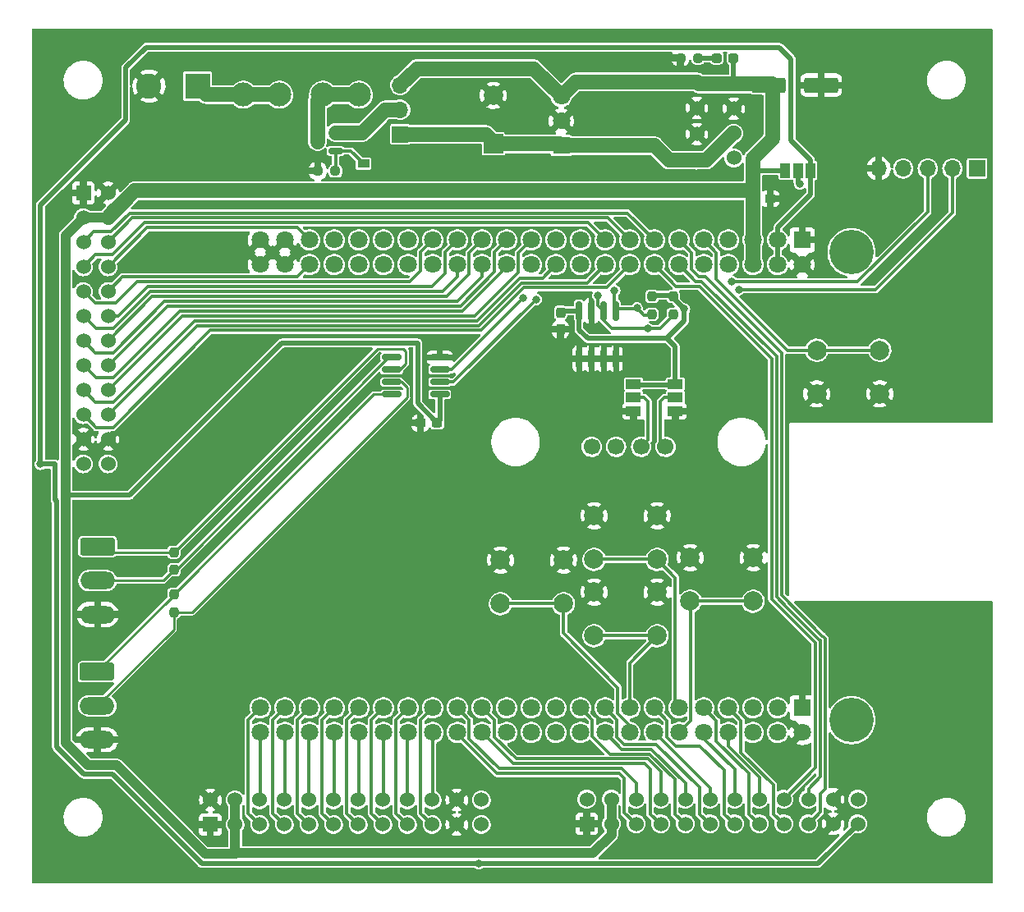
<source format=gbr>
G04 #@! TF.GenerationSoftware,KiCad,Pcbnew,(6.0.5)*
G04 #@! TF.CreationDate,2022-06-02T00:56:06-04:00*
G04 #@! TF.ProjectId,BBB_16_Expansion,4242425f-3136-45f4-9578-70616e73696f,v1*
G04 #@! TF.SameCoordinates,Original*
G04 #@! TF.FileFunction,Copper,L1,Top*
G04 #@! TF.FilePolarity,Positive*
%FSLAX46Y46*%
G04 Gerber Fmt 4.6, Leading zero omitted, Abs format (unit mm)*
G04 Created by KiCad (PCBNEW (6.0.5)) date 2022-06-02 00:56:06*
%MOMM*%
%LPD*%
G01*
G04 APERTURE LIST*
G04 Aperture macros list*
%AMRoundRect*
0 Rectangle with rounded corners*
0 $1 Rounding radius*
0 $2 $3 $4 $5 $6 $7 $8 $9 X,Y pos of 4 corners*
0 Add a 4 corners polygon primitive as box body*
4,1,4,$2,$3,$4,$5,$6,$7,$8,$9,$2,$3,0*
0 Add four circle primitives for the rounded corners*
1,1,$1+$1,$2,$3*
1,1,$1+$1,$4,$5*
1,1,$1+$1,$6,$7*
1,1,$1+$1,$8,$9*
0 Add four rect primitives between the rounded corners*
20,1,$1+$1,$2,$3,$4,$5,0*
20,1,$1+$1,$4,$5,$6,$7,0*
20,1,$1+$1,$6,$7,$8,$9,0*
20,1,$1+$1,$8,$9,$2,$3,0*%
G04 Aperture macros list end*
G04 #@! TA.AperFunction,ComponentPad*
%ADD10R,2.000000X2.000000*%
G04 #@! TD*
G04 #@! TA.AperFunction,ComponentPad*
%ADD11C,2.000000*%
G04 #@! TD*
G04 #@! TA.AperFunction,SMDPad,CuDef*
%ADD12RoundRect,0.237500X-0.287500X-0.237500X0.287500X-0.237500X0.287500X0.237500X-0.287500X0.237500X0*%
G04 #@! TD*
G04 #@! TA.AperFunction,ComponentPad*
%ADD13C,1.700000*%
G04 #@! TD*
G04 #@! TA.AperFunction,ComponentPad*
%ADD14R,1.700000X1.700000*%
G04 #@! TD*
G04 #@! TA.AperFunction,ComponentPad*
%ADD15O,1.700000X1.700000*%
G04 #@! TD*
G04 #@! TA.AperFunction,SMDPad,CuDef*
%ADD16RoundRect,0.237500X-0.237500X0.250000X-0.237500X-0.250000X0.237500X-0.250000X0.237500X0.250000X0*%
G04 #@! TD*
G04 #@! TA.AperFunction,SMDPad,CuDef*
%ADD17RoundRect,0.237500X0.237500X-0.300000X0.237500X0.300000X-0.237500X0.300000X-0.237500X-0.300000X0*%
G04 #@! TD*
G04 #@! TA.AperFunction,SMDPad,CuDef*
%ADD18RoundRect,0.150000X0.150000X-0.825000X0.150000X0.825000X-0.150000X0.825000X-0.150000X-0.825000X0*%
G04 #@! TD*
G04 #@! TA.AperFunction,SMDPad,CuDef*
%ADD19RoundRect,0.237500X-0.250000X-0.237500X0.250000X-0.237500X0.250000X0.237500X-0.250000X0.237500X0*%
G04 #@! TD*
G04 #@! TA.AperFunction,ComponentPad*
%ADD20RoundRect,0.250000X-1.550000X0.650000X-1.550000X-0.650000X1.550000X-0.650000X1.550000X0.650000X0*%
G04 #@! TD*
G04 #@! TA.AperFunction,ComponentPad*
%ADD21O,3.600000X1.800000*%
G04 #@! TD*
G04 #@! TA.AperFunction,SMDPad,CuDef*
%ADD22RoundRect,0.237500X-0.300000X-0.237500X0.300000X-0.237500X0.300000X0.237500X-0.300000X0.237500X0*%
G04 #@! TD*
G04 #@! TA.AperFunction,SMDPad,CuDef*
%ADD23RoundRect,0.150000X0.825000X0.150000X-0.825000X0.150000X-0.825000X-0.150000X0.825000X-0.150000X0*%
G04 #@! TD*
G04 #@! TA.AperFunction,SMDPad,CuDef*
%ADD24RoundRect,0.237500X0.300000X0.237500X-0.300000X0.237500X-0.300000X-0.237500X0.300000X-0.237500X0*%
G04 #@! TD*
G04 #@! TA.AperFunction,SMDPad,CuDef*
%ADD25R,1.500000X1.000000*%
G04 #@! TD*
G04 #@! TA.AperFunction,ComponentPad*
%ADD26R,1.530000X1.530000*%
G04 #@! TD*
G04 #@! TA.AperFunction,ComponentPad*
%ADD27C,1.530000*%
G04 #@! TD*
G04 #@! TA.AperFunction,ComponentPad*
%ADD28R,1.800000X1.800000*%
G04 #@! TD*
G04 #@! TA.AperFunction,ComponentPad*
%ADD29C,1.800000*%
G04 #@! TD*
G04 #@! TA.AperFunction,ComponentPad*
%ADD30C,4.572000*%
G04 #@! TD*
G04 #@! TA.AperFunction,SMDPad,CuDef*
%ADD31RoundRect,0.250000X-1.500000X-0.550000X1.500000X-0.550000X1.500000X0.550000X-1.500000X0.550000X0*%
G04 #@! TD*
G04 #@! TA.AperFunction,ComponentPad*
%ADD32C,2.475000*%
G04 #@! TD*
G04 #@! TA.AperFunction,SMDPad,CuDef*
%ADD33R,1.000000X1.500000*%
G04 #@! TD*
G04 #@! TA.AperFunction,SMDPad,CuDef*
%ADD34RoundRect,0.150000X0.587500X0.150000X-0.587500X0.150000X-0.587500X-0.150000X0.587500X-0.150000X0*%
G04 #@! TD*
G04 #@! TA.AperFunction,SMDPad,CuDef*
%ADD35R,1.200000X0.900000*%
G04 #@! TD*
G04 #@! TA.AperFunction,ComponentPad*
%ADD36C,1.524000*%
G04 #@! TD*
G04 #@! TA.AperFunction,ComponentPad*
%ADD37R,2.600000X2.600000*%
G04 #@! TD*
G04 #@! TA.AperFunction,ComponentPad*
%ADD38C,2.600000*%
G04 #@! TD*
G04 #@! TA.AperFunction,ViaPad*
%ADD39C,0.800000*%
G04 #@! TD*
G04 #@! TA.AperFunction,Conductor*
%ADD40C,1.000000*%
G04 #@! TD*
G04 #@! TA.AperFunction,Conductor*
%ADD41C,1.500000*%
G04 #@! TD*
G04 #@! TA.AperFunction,Conductor*
%ADD42C,0.500000*%
G04 #@! TD*
G04 #@! TA.AperFunction,Conductor*
%ADD43C,0.350000*%
G04 #@! TD*
G04 #@! TA.AperFunction,Conductor*
%ADD44C,0.250000*%
G04 #@! TD*
G04 APERTURE END LIST*
D10*
X186716000Y-66801677D03*
D11*
X186716000Y-61801677D03*
D12*
X209741000Y-57934000D03*
X211491000Y-57934000D03*
D13*
X196860000Y-98044000D03*
X199360000Y-98044000D03*
X201960000Y-98044000D03*
X204460000Y-98044000D03*
D14*
X236591000Y-69334000D03*
D15*
X234051000Y-69334000D03*
X231511000Y-69334000D03*
X228971000Y-69334000D03*
X226431000Y-69334000D03*
D16*
X203070000Y-82533400D03*
X203070000Y-84358400D03*
D17*
X193646600Y-85921300D03*
X193646600Y-84196300D03*
D18*
X195551600Y-88956200D03*
X196821600Y-88956200D03*
X198091600Y-88956200D03*
X199361600Y-88956200D03*
X199361600Y-84006200D03*
X198091600Y-84006200D03*
X196821600Y-84006200D03*
X195551600Y-84006200D03*
D19*
X206003500Y-57934000D03*
X207828500Y-57934000D03*
D20*
X145916000Y-108334000D03*
D21*
X145916000Y-111834000D03*
X145916000Y-115334000D03*
D16*
X153766000Y-113271500D03*
X153766000Y-115096500D03*
D22*
X213553500Y-72434000D03*
X215278500Y-72434000D03*
D23*
X181191000Y-92639000D03*
X181191000Y-91369000D03*
X181191000Y-90099000D03*
X181191000Y-88829000D03*
X176241000Y-88829000D03*
X176241000Y-90099000D03*
X176241000Y-91369000D03*
X176241000Y-92639000D03*
D24*
X180928500Y-95584000D03*
X179203500Y-95584000D03*
D20*
X145873500Y-121251500D03*
D21*
X145873500Y-124751500D03*
X145873500Y-128251500D03*
D16*
X153766000Y-108921500D03*
X153766000Y-110746500D03*
D25*
X205486000Y-94361000D03*
X205486000Y-92964000D03*
X205486000Y-91567000D03*
X201168000Y-94361000D03*
X201168000Y-92964000D03*
X201168000Y-91567000D03*
D11*
X226566000Y-88084000D03*
X220066000Y-88084000D03*
X226566000Y-92584000D03*
X220066000Y-92584000D03*
D26*
X157546000Y-137004000D03*
D27*
X157546000Y-134464000D03*
X160086000Y-137004000D03*
X160086000Y-134464000D03*
X162626000Y-137004000D03*
X162626000Y-134464000D03*
X165166000Y-137004000D03*
X165166000Y-134464000D03*
X167706000Y-137004000D03*
X167706000Y-134464000D03*
X170246000Y-137004000D03*
X170246000Y-134464000D03*
X172786000Y-137004000D03*
X172786000Y-134464000D03*
X175326000Y-137004000D03*
X175326000Y-134464000D03*
X177866000Y-137004000D03*
X177866000Y-134464000D03*
X180406000Y-137004000D03*
X180406000Y-134464000D03*
X182946000Y-137004000D03*
X182946000Y-134464000D03*
X185486000Y-137004000D03*
X185486000Y-134464000D03*
D26*
X144446000Y-71864000D03*
D27*
X146986000Y-71864000D03*
X144446000Y-74404000D03*
X146986000Y-74404000D03*
X144446000Y-76944000D03*
X146986000Y-76944000D03*
X144446000Y-79484000D03*
X146986000Y-79484000D03*
X144446000Y-82024000D03*
X146986000Y-82024000D03*
X144446000Y-84564000D03*
X146986000Y-84564000D03*
X144446000Y-87104000D03*
X146986000Y-87104000D03*
X144446000Y-89644000D03*
X146986000Y-89644000D03*
X144446000Y-92184000D03*
X146986000Y-92184000D03*
X144446000Y-94724000D03*
X146986000Y-94724000D03*
X144446000Y-97264000D03*
X146986000Y-97264000D03*
X144446000Y-99804000D03*
X146986000Y-99804000D03*
D26*
X196346000Y-136926500D03*
D27*
X196346000Y-134386500D03*
X198886000Y-136926500D03*
X198886000Y-134386500D03*
X201426000Y-136926500D03*
X201426000Y-134386500D03*
X203966000Y-136926500D03*
X203966000Y-134386500D03*
X206506000Y-136926500D03*
X206506000Y-134386500D03*
X209046000Y-136926500D03*
X209046000Y-134386500D03*
X211586000Y-136926500D03*
X211586000Y-134386500D03*
X214126000Y-136926500D03*
X214126000Y-134386500D03*
X216666000Y-136926500D03*
X216666000Y-134386500D03*
X219206000Y-136926500D03*
X219206000Y-134386500D03*
X221746000Y-136926500D03*
X221746000Y-134386500D03*
X224286000Y-136926500D03*
X224286000Y-134386500D03*
D28*
X218567000Y-124968000D03*
D29*
X218567000Y-127508000D03*
X216027000Y-124968000D03*
X216027000Y-127508000D03*
X213487000Y-124968000D03*
X213487000Y-127508000D03*
X210947000Y-124968000D03*
X210947000Y-127508000D03*
X208407000Y-124968000D03*
X208407000Y-127508000D03*
X205867000Y-124968000D03*
X205867000Y-127508000D03*
X203327000Y-124968000D03*
X203327000Y-127508000D03*
X200787000Y-124968000D03*
X200787000Y-127508000D03*
X198247000Y-124968000D03*
X198247000Y-127508000D03*
X195707000Y-124968000D03*
X195707000Y-127508000D03*
X193167000Y-124968000D03*
X193167000Y-127508000D03*
X190627000Y-124968000D03*
X190627000Y-127508000D03*
X188087000Y-124968000D03*
X188087000Y-127508000D03*
X185547000Y-124968000D03*
X185547000Y-127508000D03*
X183007000Y-124968000D03*
X183007000Y-127508000D03*
X180467000Y-124968000D03*
X180467000Y-127508000D03*
X177927000Y-124968000D03*
X177927000Y-127508000D03*
X175387000Y-124968000D03*
X175387000Y-127508000D03*
X172847000Y-124968000D03*
X172847000Y-127508000D03*
X170307000Y-124968000D03*
X170307000Y-127508000D03*
X167767000Y-124968000D03*
X167767000Y-127508000D03*
X165227000Y-124968000D03*
X165227000Y-127508000D03*
X162687000Y-124968000D03*
X162687000Y-127508000D03*
D28*
X218567000Y-76708000D03*
D29*
X218567000Y-79248000D03*
X216027000Y-76708000D03*
X216027000Y-79248000D03*
X213487000Y-76708000D03*
X213487000Y-79248000D03*
X210947000Y-76708000D03*
X210947000Y-79248000D03*
X208407000Y-76708000D03*
X208407000Y-79248000D03*
X205867000Y-76708000D03*
X205867000Y-79248000D03*
X203327000Y-76708000D03*
X203327000Y-79248000D03*
X200787000Y-76708000D03*
X200787000Y-79248000D03*
X198247000Y-76708000D03*
X198247000Y-79248000D03*
X195707000Y-76708000D03*
X195707000Y-79248000D03*
X193167000Y-76708000D03*
X193167000Y-79248000D03*
X190627000Y-76708000D03*
X190627000Y-79248000D03*
X188087000Y-76708000D03*
X188087000Y-79248000D03*
X185547000Y-76708000D03*
X185547000Y-79248000D03*
X183007000Y-76708000D03*
X183007000Y-79248000D03*
X180467000Y-76708000D03*
X180467000Y-79248000D03*
X177927000Y-76708000D03*
X177927000Y-79248000D03*
X175387000Y-76708000D03*
X175387000Y-79248000D03*
X172847000Y-76708000D03*
X172847000Y-79248000D03*
X170307000Y-76708000D03*
X170307000Y-79248000D03*
X167767000Y-76708000D03*
X167767000Y-79248000D03*
X165227000Y-76708000D03*
X165227000Y-79248000D03*
X162687000Y-76708000D03*
X162687000Y-79248000D03*
D30*
X223647000Y-77978000D03*
X223647000Y-126238000D03*
D11*
X207010000Y-109474000D03*
X213510000Y-109474000D03*
X213510000Y-113974000D03*
X207010000Y-113974000D03*
X193952000Y-109728000D03*
X187452000Y-109728000D03*
X187452000Y-114228000D03*
X193952000Y-114228000D03*
X203604000Y-105156000D03*
X197104000Y-105156000D03*
X203604000Y-109656000D03*
X197104000Y-109656000D03*
X197104000Y-113030000D03*
X203604000Y-113030000D03*
X197104000Y-117530000D03*
X203604000Y-117530000D03*
D16*
X205267100Y-82533400D03*
X205267100Y-84358400D03*
D31*
X215116000Y-60734000D03*
X220516000Y-60734000D03*
D32*
X160949210Y-61721041D03*
X164649210Y-61721041D03*
X169149210Y-61721041D03*
X172849210Y-61721041D03*
D14*
X177116000Y-65821041D03*
D15*
X177116000Y-63281041D03*
X177116000Y-60741041D03*
D33*
X216816000Y-69534000D03*
X218116000Y-69534000D03*
X219416000Y-69534000D03*
D34*
X170453500Y-67534000D03*
X170453500Y-65634000D03*
X168578500Y-66584000D03*
D19*
X168603500Y-69584000D03*
X170428500Y-69584000D03*
D35*
X173316000Y-65534000D03*
X173316000Y-68834000D03*
D28*
X193724000Y-66984000D03*
D29*
X193724000Y-64444000D03*
X193724000Y-61904000D03*
D36*
X211504000Y-60634000D03*
X211504000Y-63174000D03*
X211504000Y-65714000D03*
X211504000Y-68254000D03*
X207694000Y-60402060D03*
X207694000Y-63097000D03*
X207694000Y-65791000D03*
X207694000Y-68485940D03*
D37*
X156216000Y-60834000D03*
D38*
X151216000Y-60834000D03*
D39*
X177616000Y-95634000D03*
X205416000Y-55734000D03*
X192916000Y-55734000D03*
X215216000Y-73834000D03*
X205516000Y-96034000D03*
X166953500Y-69534000D03*
X153916000Y-119234000D03*
X141916000Y-142234000D03*
X194564000Y-98044000D03*
X236416000Y-65734000D03*
X207010000Y-88900000D03*
X227916000Y-137734000D03*
X148416000Y-101734000D03*
X145416000Y-65734000D03*
X182916000Y-88534000D03*
X217916000Y-118234000D03*
X222916000Y-142234000D03*
X221016000Y-69434000D03*
X158916000Y-124734000D03*
X161916000Y-98734000D03*
X223216000Y-60234000D03*
X201216000Y-96034000D03*
X187198000Y-117348000D03*
X139916000Y-69234000D03*
X220016000Y-62434000D03*
X209716000Y-59134000D03*
X192416000Y-117134000D03*
X191459344Y-68534000D03*
X203916000Y-88934000D03*
X222416000Y-122234000D03*
X161916000Y-87234000D03*
X155916000Y-69734000D03*
X148916000Y-142234000D03*
X149916000Y-104234000D03*
X192116000Y-85834000D03*
X182416000Y-69834000D03*
X220016000Y-59034000D03*
X214416000Y-55734000D03*
X193616000Y-87334000D03*
X163816000Y-58334000D03*
X181216000Y-87634000D03*
X236416000Y-92234000D03*
X198416000Y-142234000D03*
X216816000Y-72434000D03*
X219016000Y-62434000D03*
X234916000Y-115734000D03*
X180659344Y-68234000D03*
X155416000Y-94234000D03*
X218916000Y-65034000D03*
X173316000Y-58434000D03*
X201116000Y-88934000D03*
X210916000Y-142234000D03*
X168516000Y-68234000D03*
X221016000Y-59034000D03*
X177016000Y-69934000D03*
X234916000Y-128734000D03*
X223216000Y-61334000D03*
X222016000Y-62434000D03*
X197716000Y-96234000D03*
X220416000Y-115234000D03*
X171416000Y-89234000D03*
X178816000Y-97034000D03*
X196116000Y-57934000D03*
X215316000Y-70934000D03*
X236416000Y-78734000D03*
X204316000Y-57934000D03*
X193916000Y-88734000D03*
X157916000Y-96734000D03*
X197616000Y-122934000D03*
X140416000Y-101734000D03*
X227916000Y-132734000D03*
X195326000Y-91948000D03*
X203200000Y-122682000D03*
X226916000Y-55734000D03*
X219016000Y-59034000D03*
X221016000Y-62434000D03*
X211836000Y-74930000D03*
X157916000Y-142234000D03*
X211416000Y-70234000D03*
X202616000Y-70234000D03*
X152916000Y-107734000D03*
X149416000Y-79234000D03*
X194416000Y-82734000D03*
X197716000Y-91234000D03*
X217816000Y-56634000D03*
X222016000Y-59034000D03*
X165416000Y-89234000D03*
X167416000Y-55734000D03*
X150416000Y-55734000D03*
X187416000Y-142234000D03*
X171416000Y-142234000D03*
X158416000Y-87234000D03*
X151416000Y-73034000D03*
X139916000Y-56234000D03*
X200216000Y-118434000D03*
X197516000Y-82434000D03*
X212016000Y-81834000D03*
X202634000Y-85852000D03*
X211316000Y-81034000D03*
X201516000Y-83734000D03*
X199216000Y-81934000D03*
X140016000Y-99834000D03*
X185216000Y-141034000D03*
X206413425Y-83833500D03*
X189816000Y-82734000D03*
X191116000Y-82834000D03*
X218316000Y-70934000D03*
D40*
X160116000Y-140034000D02*
X160215501Y-139934499D01*
D41*
X211504000Y-60634000D02*
X215416000Y-60634000D01*
X213487000Y-68280000D02*
X213487000Y-69963000D01*
D40*
X144909301Y-130884489D02*
X147866489Y-130884489D01*
D42*
X181191000Y-92639000D02*
X181191000Y-95321500D01*
D41*
X190854000Y-59034000D02*
X193724000Y-61904000D01*
D40*
X142616480Y-128591668D02*
X144909301Y-130884489D01*
X160116000Y-140034000D02*
X160086000Y-140004000D01*
D42*
X213916000Y-69534000D02*
X213487000Y-69963000D01*
X178916000Y-87334000D02*
X164916000Y-87334000D01*
D41*
X207925940Y-60634000D02*
X211504000Y-60634000D01*
X207694000Y-60402060D02*
X195225940Y-60402060D01*
D40*
X144446000Y-74404000D02*
X142616480Y-76233520D01*
X160215501Y-139934499D02*
X197015501Y-139934499D01*
D41*
X215516000Y-66251000D02*
X213487000Y-68280000D01*
X215416000Y-60634000D02*
X215516000Y-60734000D01*
D40*
X198886000Y-138064000D02*
X198886000Y-134464000D01*
D42*
X164916000Y-87334000D02*
X149215520Y-103034480D01*
D41*
X146986000Y-74404000D02*
X147640686Y-73634000D01*
D40*
X197015501Y-139934499D02*
X198886000Y-138064000D01*
X142616480Y-76233520D02*
X142616480Y-103034480D01*
D41*
X207694000Y-60402060D02*
X207925940Y-60634000D01*
X195225940Y-60402060D02*
X193724000Y-61904000D01*
D42*
X149215520Y-103034480D02*
X142616480Y-103034480D01*
D41*
X215516000Y-60734000D02*
X215516000Y-66251000D01*
D42*
X180928500Y-95584000D02*
X178916000Y-93571500D01*
X178916000Y-93571500D02*
X178916000Y-87334000D01*
X181191000Y-95321500D02*
X180928500Y-95584000D01*
X216816000Y-69534000D02*
X213916000Y-69534000D01*
D41*
X213487000Y-69963000D02*
X213487000Y-71105000D01*
X149756000Y-71634000D02*
X212958000Y-71634000D01*
X213487000Y-76708000D02*
X213487000Y-71105000D01*
X212958000Y-71634000D02*
X213487000Y-71105000D01*
D42*
X211491000Y-57934000D02*
X211491000Y-60621000D01*
D41*
X146986000Y-74404000D02*
X149756000Y-71634000D01*
D40*
X146986000Y-74404000D02*
X144446000Y-74404000D01*
D42*
X211491000Y-60621000D02*
X211504000Y-60634000D01*
D40*
X160086000Y-140004000D02*
X160086000Y-134464000D01*
D41*
X213487000Y-79248000D02*
X213487000Y-76708000D01*
X177116000Y-60741041D02*
X178823041Y-59034000D01*
X147640686Y-73634000D02*
X147640686Y-73749314D01*
D40*
X157016000Y-140034000D02*
X160116000Y-140034000D01*
X147866489Y-130884489D02*
X157016000Y-140034000D01*
D41*
X147640686Y-73749314D02*
X146986000Y-74404000D01*
D40*
X142616480Y-103034480D02*
X142616480Y-128591668D01*
D41*
X178823041Y-59034000D02*
X190854000Y-59034000D01*
D43*
X204460000Y-98044000D02*
X203962000Y-97546000D01*
X204386000Y-92964000D02*
X205486000Y-92964000D01*
X203962000Y-97546000D02*
X203962000Y-93388000D01*
X203962000Y-93388000D02*
X204386000Y-92964000D01*
X201960000Y-98044000D02*
X202692000Y-97312000D01*
X202692000Y-93388000D02*
X202268000Y-92964000D01*
X202268000Y-92964000D02*
X201168000Y-92964000D01*
X202692000Y-97312000D02*
X202692000Y-93388000D01*
X226116000Y-81834000D02*
X212016000Y-81834000D01*
X203886000Y-85852000D02*
X205267100Y-84470900D01*
X197516000Y-82434000D02*
X197516000Y-83430600D01*
X197516000Y-83430600D02*
X198091600Y-84006200D01*
X198962400Y-85852000D02*
X202634000Y-85852000D01*
X202634000Y-85852000D02*
X203886000Y-85852000D01*
X234051000Y-69334000D02*
X234051000Y-73899000D01*
X234051000Y-73899000D02*
X226116000Y-81834000D01*
X198091600Y-84006200D02*
X198091600Y-84981200D01*
X198091600Y-84981200D02*
X198962400Y-85852000D01*
X199216000Y-83860600D02*
X199361600Y-84006200D01*
X231511000Y-69334000D02*
X231511000Y-73805821D01*
X231511000Y-73805821D02*
X224282821Y-81034000D01*
X202252900Y-84470900D02*
X201516000Y-83734000D01*
X199361600Y-84006200D02*
X199533800Y-83834000D01*
X201416000Y-83834000D02*
X201516000Y-83734000D01*
X199533800Y-83834000D02*
X201416000Y-83834000D01*
X203070000Y-84470900D02*
X202252900Y-84470900D01*
X224282821Y-81034000D02*
X211316000Y-81034000D01*
X199216000Y-81934000D02*
X199216000Y-83860600D01*
D42*
X205486000Y-91664000D02*
X201168000Y-91664000D01*
X216216000Y-56834000D02*
X150916000Y-56834000D01*
X144516000Y-131834000D02*
X147473176Y-131834000D01*
X140016000Y-73100403D02*
X140016000Y-99834000D01*
X195551600Y-84006200D02*
X193674200Y-84006200D01*
X147473176Y-131834000D02*
X156673176Y-141034000D01*
X203070000Y-82420900D02*
X205000825Y-82420900D01*
X148816000Y-64300403D02*
X140016000Y-73100403D01*
X219416000Y-69534000D02*
X219416000Y-72034000D01*
X140016000Y-99834000D02*
X141516960Y-99834000D01*
X204634966Y-86868000D02*
X196450000Y-86868000D01*
X206413425Y-83833500D02*
X206413425Y-85089541D01*
X205486000Y-91664000D02*
X205486000Y-87719034D01*
X141516960Y-99834000D02*
X141516960Y-103489916D01*
X141516960Y-103489916D02*
X141666960Y-103639916D01*
X205000825Y-82420900D02*
X206413425Y-83833500D01*
X206413425Y-85089541D02*
X204634966Y-86868000D01*
X216027000Y-76708000D02*
X216027000Y-79248000D01*
X141666960Y-128984960D02*
X144516000Y-131834000D01*
X219416000Y-68434000D02*
X217416000Y-66434000D01*
X185216000Y-141034000D02*
X220178500Y-141034000D01*
X219416000Y-72034000D02*
X216027000Y-75423000D01*
X217416000Y-66434000D02*
X217416000Y-58034000D01*
X196450000Y-86868000D02*
X195551600Y-85969600D01*
X205486000Y-87719034D02*
X204634966Y-86868000D01*
X217416000Y-58034000D02*
X216216000Y-56834000D01*
X219416000Y-69534000D02*
X219416000Y-68434000D01*
X150916000Y-56834000D02*
X148816000Y-58934000D01*
X195551600Y-85969600D02*
X195551600Y-84006200D01*
X148816000Y-58934000D02*
X148816000Y-64300403D01*
X220178500Y-141034000D02*
X224286000Y-136926500D01*
X156673176Y-141034000D02*
X185216000Y-141034000D01*
X216027000Y-75423000D02*
X216027000Y-76708000D01*
X141666960Y-103639916D02*
X141666960Y-128984960D01*
X193674200Y-84006200D02*
X193646600Y-84033800D01*
D43*
X185229809Y-85533022D02*
X156176978Y-85533022D01*
X196360511Y-81134489D02*
X189628343Y-81134489D01*
X189628343Y-81134489D02*
X185229809Y-85533022D01*
X198247000Y-79248000D02*
X196360511Y-81134489D01*
X156176978Y-85533022D02*
X146986000Y-94724000D01*
X185436714Y-86032533D02*
X189835248Y-81634000D01*
X189835248Y-81634000D02*
X198401000Y-81634000D01*
X157517467Y-86032533D02*
X185436714Y-86032533D01*
X145756000Y-96034000D02*
X147516000Y-96034000D01*
X147516000Y-96034000D02*
X157517467Y-86032533D01*
X144446000Y-94724000D02*
X145756000Y-96034000D01*
X198401000Y-81634000D02*
X200787000Y-79248000D01*
X189311511Y-78023489D02*
X189311511Y-80038489D01*
X189311511Y-80038489D02*
X184816000Y-84534000D01*
X190627000Y-76708000D02*
X189311511Y-78023489D01*
X154636000Y-84534000D02*
X146986000Y-92184000D01*
X184816000Y-84534000D02*
X154636000Y-84534000D01*
X145696000Y-93434000D02*
X147516000Y-93434000D01*
X147516000Y-93434000D02*
X155916489Y-85033511D01*
X191780022Y-80634978D02*
X193167000Y-79248000D01*
X189421438Y-80634978D02*
X191780022Y-80634978D01*
X185022905Y-85033511D02*
X189421438Y-80634978D01*
X155916489Y-85033511D02*
X185022905Y-85033511D01*
X144446000Y-92184000D02*
X145696000Y-93434000D01*
X153096000Y-83534000D02*
X146986000Y-89644000D01*
X183316000Y-83534000D02*
X153096000Y-83534000D01*
X188087000Y-76708000D02*
X186862489Y-77932511D01*
X186862489Y-77932511D02*
X186862489Y-79987511D01*
X186862489Y-79987511D02*
X183316000Y-83534000D01*
X145736000Y-90934000D02*
X147516000Y-90934000D01*
X188087000Y-79469416D02*
X188087000Y-79248000D01*
X144446000Y-89644000D02*
X145736000Y-90934000D01*
X183522905Y-84033511D02*
X188087000Y-79469416D01*
X147516000Y-90934000D02*
X154416489Y-84033511D01*
X154416489Y-84033511D02*
X183522905Y-84033511D01*
X184231511Y-80218489D02*
X181916000Y-82534000D01*
X151556000Y-82534000D02*
X146986000Y-87104000D01*
X184231511Y-78023489D02*
X184231511Y-80218489D01*
X185547000Y-76708000D02*
X184231511Y-78023489D01*
X181916000Y-82534000D02*
X151556000Y-82534000D01*
X185547000Y-80520792D02*
X185547000Y-79248000D01*
X147516000Y-88334000D02*
X152816489Y-83033511D01*
X145676000Y-88334000D02*
X147516000Y-88334000D01*
X183034281Y-83033511D02*
X185547000Y-80520792D01*
X144446000Y-87104000D02*
X145676000Y-88334000D01*
X152816489Y-83033511D02*
X183034281Y-83033511D01*
X180415022Y-81534978D02*
X181782489Y-80167511D01*
X146986000Y-84564000D02*
X148067873Y-84564000D01*
X151096895Y-81534978D02*
X180415022Y-81534978D01*
X181782489Y-77932511D02*
X183007000Y-76708000D01*
X181782489Y-80167511D02*
X181782489Y-77932511D01*
X148067873Y-84564000D02*
X151096895Y-81534978D01*
X145716000Y-85834000D02*
X144446000Y-84564000D01*
X183007000Y-80520792D02*
X181493303Y-82034489D01*
X151315511Y-82034489D02*
X147516000Y-85834000D01*
X181493303Y-82034489D02*
X151315511Y-82034489D01*
X147516000Y-85834000D02*
X145716000Y-85834000D01*
X183007000Y-79248000D02*
X183007000Y-80520792D01*
X167767000Y-79248000D02*
X166492489Y-80522511D01*
X166492489Y-80522511D02*
X148487489Y-80522511D01*
X148487489Y-80522511D02*
X146986000Y-82024000D01*
X147816000Y-83234000D02*
X150016000Y-81034000D01*
X179242489Y-79907511D02*
X179242489Y-77932511D01*
X179242489Y-77932511D02*
X180467000Y-76708000D01*
X178116000Y-81034000D02*
X179242489Y-79907511D01*
X144446000Y-82024000D02*
X145656000Y-83234000D01*
X150016000Y-81034000D02*
X178116000Y-81034000D01*
X145656000Y-83234000D02*
X147816000Y-83234000D01*
X151036511Y-75433489D02*
X146986000Y-79484000D01*
X167767000Y-76708000D02*
X166492489Y-75433489D01*
X166492489Y-75433489D02*
X151036511Y-75433489D01*
X145696000Y-78234000D02*
X144446000Y-79484000D01*
X198247000Y-76708000D02*
X196472978Y-74933978D01*
X147458880Y-78234000D02*
X145696000Y-78234000D01*
X150758902Y-74933978D02*
X147458880Y-78234000D01*
X196472978Y-74933978D02*
X150758902Y-74933978D01*
X198513467Y-74434467D02*
X149495533Y-74434467D01*
X200787000Y-76708000D02*
X198513467Y-74434467D01*
X149495533Y-74434467D02*
X146986000Y-76944000D01*
X200553956Y-73934956D02*
X149217924Y-73934956D01*
X203327000Y-76708000D02*
X200553956Y-73934956D01*
X145535511Y-75854489D02*
X144446000Y-76944000D01*
X147298391Y-75854489D02*
X145535511Y-75854489D01*
X149217924Y-73934956D02*
X147298391Y-75854489D01*
D44*
X175935639Y-88829000D02*
X154018139Y-110746500D01*
X176241000Y-88829000D02*
X175935639Y-88829000D01*
X145916000Y-111834000D02*
X152678500Y-111834000D01*
X154018139Y-110746500D02*
X153766000Y-110746500D01*
X152678500Y-111834000D02*
X153766000Y-110746500D01*
X145916000Y-108334000D02*
X146503500Y-108921500D01*
X153766000Y-108921500D02*
X174778989Y-87908511D01*
X177390511Y-87908511D02*
X177716000Y-88234000D01*
X177716000Y-88234000D02*
X177716000Y-89434000D01*
X146503500Y-108921500D02*
X153766000Y-108921500D01*
X174778989Y-87908511D02*
X177390511Y-87908511D01*
X177716000Y-89434000D02*
X177051000Y-90099000D01*
X177051000Y-90099000D02*
X176241000Y-90099000D01*
X153766000Y-113359000D02*
X145873500Y-121251500D01*
X174398500Y-92639000D02*
X153766000Y-113271500D01*
X176241000Y-92639000D02*
X174398500Y-92639000D01*
X153766000Y-113271500D02*
X153766000Y-113359000D01*
X155653500Y-115096500D02*
X177816000Y-92934000D01*
X177251000Y-91369000D02*
X176241000Y-91369000D01*
X153766000Y-115096500D02*
X155653500Y-115096500D01*
X153766000Y-115096500D02*
X153766000Y-116859000D01*
X177816000Y-92934000D02*
X177816000Y-91934000D01*
X153766000Y-116859000D02*
X145873500Y-124751500D01*
X177816000Y-91934000D02*
X177251000Y-91369000D01*
D43*
X189816000Y-82734000D02*
X182451000Y-90099000D01*
X182451000Y-90099000D02*
X181191000Y-90099000D01*
X191116000Y-82834000D02*
X182581000Y-91369000D01*
X182581000Y-91369000D02*
X181191000Y-91369000D01*
X180467000Y-127508000D02*
X180467000Y-134403000D01*
X180467000Y-134403000D02*
X180406000Y-134464000D01*
X180467000Y-124968000D02*
X179242489Y-126192511D01*
X179242489Y-135840489D02*
X180406000Y-137004000D01*
X179242489Y-126192511D02*
X179242489Y-135840489D01*
X177866000Y-127569000D02*
X177927000Y-127508000D01*
X177866000Y-134464000D02*
X177866000Y-127569000D01*
X177927000Y-124968000D02*
X176702489Y-126192511D01*
X176702489Y-135840489D02*
X177866000Y-137004000D01*
X176702489Y-126192511D02*
X176702489Y-135840489D01*
X175387000Y-134403000D02*
X175326000Y-134464000D01*
X175387000Y-127508000D02*
X175387000Y-134403000D01*
X174162489Y-135840489D02*
X175326000Y-137004000D01*
X175387000Y-124968000D02*
X174162489Y-126192511D01*
X174162489Y-126192511D02*
X174162489Y-135840489D01*
X172847000Y-134403000D02*
X172786000Y-134464000D01*
X172847000Y-127508000D02*
X172847000Y-134403000D01*
X171622489Y-126192511D02*
X171622489Y-135840489D01*
X171622489Y-135840489D02*
X172786000Y-137004000D01*
X172847000Y-124968000D02*
X171622489Y-126192511D01*
X170307000Y-134403000D02*
X170246000Y-134464000D01*
X170307000Y-127508000D02*
X170307000Y-134403000D01*
X169082489Y-135840489D02*
X170246000Y-137004000D01*
X170307000Y-124968000D02*
X169082489Y-126192511D01*
X169082489Y-126192511D02*
X169082489Y-135840489D01*
X167706000Y-134464000D02*
X167706000Y-127569000D01*
X167706000Y-127569000D02*
X167767000Y-127508000D01*
X166542489Y-135840489D02*
X167706000Y-137004000D01*
X167767000Y-124968000D02*
X166542489Y-126192511D01*
X166542489Y-126192511D02*
X166542489Y-135840489D01*
X165227000Y-134403000D02*
X165166000Y-134464000D01*
X165227000Y-127508000D02*
X165227000Y-134403000D01*
X164002489Y-126192511D02*
X165227000Y-124968000D01*
X165166000Y-137004000D02*
X164002489Y-135840489D01*
X164002489Y-135840489D02*
X164002489Y-126192511D01*
X162687000Y-127508000D02*
X162687000Y-134403000D01*
X162687000Y-134403000D02*
X162626000Y-134464000D01*
X162687000Y-124968000D02*
X161462489Y-126192511D01*
X161462489Y-126192511D02*
X161462489Y-135840489D01*
X161462489Y-135840489D02*
X162626000Y-137004000D01*
D41*
X173216000Y-65634000D02*
X173316000Y-65534000D01*
X175568959Y-63281041D02*
X177116000Y-63281041D01*
X173316000Y-65534000D02*
X175568959Y-63281041D01*
X170453500Y-65634000D02*
X173216000Y-65634000D01*
D43*
X170453500Y-69559000D02*
X170428500Y-69584000D01*
X170453500Y-67534000D02*
X170453500Y-69559000D01*
X170453500Y-67534000D02*
X172016000Y-67534000D01*
X172016000Y-67534000D02*
X173316000Y-68834000D01*
D42*
X207828500Y-57934000D02*
X209741000Y-57934000D01*
D43*
X220416174Y-119266611D02*
X220416489Y-119067416D01*
X220416173Y-118653933D02*
X220416173Y-118653919D01*
X220416173Y-119067099D02*
X220416173Y-119067085D01*
X220416174Y-120506109D02*
X220416489Y-120306914D01*
X220416173Y-118653919D02*
X220416489Y-118447668D01*
X216978961Y-114596971D02*
X216978961Y-114596961D01*
X220416173Y-120306597D02*
X220416173Y-120306583D01*
X220416489Y-118654250D02*
X220416173Y-118653933D01*
X220416163Y-118447326D02*
X220416174Y-118440279D01*
X220416173Y-119480251D02*
X220416489Y-119274000D01*
X220416163Y-119686824D02*
X220416174Y-119679777D01*
X220416489Y-118034502D02*
X220415307Y-118033317D01*
X220416173Y-118240753D02*
X220416489Y-118034502D01*
X220416173Y-119893417D02*
X220416489Y-119687166D01*
X220416173Y-120719749D02*
X220416489Y-120513498D01*
X220416489Y-120306914D02*
X220416173Y-120306597D01*
X220416163Y-118860492D02*
X220416174Y-118853445D01*
X215916489Y-113534488D02*
X215916489Y-88728073D01*
X207591022Y-80972022D02*
X205867000Y-79248000D01*
X220416489Y-119067416D02*
X220416173Y-119067099D01*
X220416489Y-120100332D02*
X220416163Y-120100005D01*
X220416163Y-119273673D02*
X220416163Y-119273658D01*
X220416173Y-119480265D02*
X220416173Y-119480251D01*
X220416173Y-120306583D02*
X220416489Y-120100332D01*
X220416489Y-120513498D02*
X220416163Y-120513171D01*
X216978961Y-114596961D02*
X215916489Y-113534488D01*
X220416174Y-120092943D02*
X220416489Y-119893748D01*
X220416174Y-118440279D02*
X220416489Y-118241084D01*
X220416163Y-120100005D02*
X220416163Y-120099990D01*
X220414956Y-118033316D02*
X220345652Y-117963662D01*
X208160438Y-80972022D02*
X207591022Y-80972022D01*
X220415307Y-118033317D02*
X220414956Y-118033316D01*
X220416173Y-119067085D02*
X220416489Y-118860834D01*
X220416163Y-118860507D02*
X220416163Y-118860492D01*
X220416163Y-119686839D02*
X220416163Y-119686824D01*
X220416489Y-120720066D02*
X220416173Y-120719749D01*
X220416489Y-119687166D02*
X220416163Y-119686839D01*
X220416489Y-119480582D02*
X220416173Y-119480265D01*
X220416489Y-118447668D02*
X220416163Y-118447341D01*
X220416489Y-119893748D02*
X220416173Y-119893431D01*
X220416173Y-118240767D02*
X220416173Y-118240753D01*
X220416489Y-132094138D02*
X220416489Y-120720066D01*
X220416163Y-119273658D02*
X220416174Y-119266611D01*
X215916489Y-88728073D02*
X208160438Y-80972022D01*
X220416489Y-118241084D02*
X220416173Y-118240767D01*
X220416173Y-119893431D02*
X220416173Y-119893417D01*
X220416174Y-119679777D02*
X220416489Y-119480582D01*
X220416163Y-120513156D02*
X220416174Y-120506109D01*
X220416489Y-119274000D02*
X220416163Y-119273673D01*
X220345652Y-117963662D02*
X216978961Y-114596971D01*
X220416163Y-120513171D02*
X220416163Y-120513156D01*
X219206000Y-133304627D02*
X220416489Y-132094138D01*
X219206000Y-134386500D02*
X219206000Y-133304627D01*
X220416489Y-118860834D02*
X220416163Y-118860507D01*
X220416174Y-118853445D02*
X220416489Y-118654250D01*
X220416163Y-120099990D02*
X220416174Y-120092943D01*
X220416163Y-118447341D02*
X220416163Y-118447326D01*
X220916262Y-117828248D02*
X220916273Y-117828259D01*
X220916316Y-119067861D02*
X220916000Y-119274126D01*
X220623180Y-117534328D02*
X220765346Y-117676930D01*
X220916315Y-118455183D02*
X220916000Y-118654378D01*
X220916326Y-120100800D02*
X220916315Y-120107847D01*
X220916000Y-118654378D02*
X220916316Y-118654695D01*
X220916262Y-117828231D02*
X220916262Y-117828248D01*
X220916000Y-133334000D02*
X220416000Y-133834000D01*
X220622844Y-117534068D02*
X220622905Y-117534129D01*
X220916000Y-120513610D02*
X220916000Y-133334000D01*
X220916315Y-120107847D02*
X220916000Y-120307042D01*
X220916326Y-119687634D02*
X220916315Y-119694681D01*
X220916326Y-118448136D02*
X220916315Y-118455183D01*
X220916273Y-117828320D02*
X220916316Y-117828363D01*
X220416000Y-133834000D02*
X220416000Y-135716500D01*
X220916000Y-119480710D02*
X220916316Y-119481027D01*
X220622484Y-117534068D02*
X220622844Y-117534068D01*
X220916315Y-118042017D02*
X220916000Y-118241212D01*
X220916000Y-117827584D02*
X220916000Y-117827968D01*
X220916326Y-118034970D02*
X220916315Y-118042017D01*
X220916000Y-120307042D02*
X220916316Y-120307359D01*
X220765346Y-117676930D02*
X220916000Y-117827584D01*
X220916273Y-117828259D02*
X220916273Y-117828320D01*
X220916326Y-119687619D02*
X220916326Y-119687634D01*
X220916000Y-119687292D02*
X220916326Y-119687619D01*
X220916315Y-119281515D02*
X220916000Y-119480710D01*
X220916000Y-118241212D02*
X220916316Y-118241529D01*
X220916316Y-117828363D02*
X220916000Y-118034628D01*
X220416000Y-135716500D02*
X219206000Y-136926500D01*
X220916326Y-120100785D02*
X220916326Y-120100800D01*
X220916316Y-118241529D02*
X220916000Y-118447794D01*
X220916316Y-118654695D02*
X220916000Y-118860960D01*
X220916000Y-118860960D02*
X220916326Y-118861287D01*
X220622920Y-117534129D02*
X220623118Y-117534328D01*
X220916000Y-119893876D02*
X220916316Y-119894193D01*
X220916000Y-117827968D02*
X220916262Y-117828231D01*
X220916000Y-119067544D02*
X220916316Y-119067861D01*
X220916326Y-118861287D02*
X220916326Y-118861302D01*
X220916316Y-119894193D02*
X220916000Y-120100458D01*
X220916000Y-120100458D02*
X220916326Y-120100785D01*
X216416000Y-113327584D02*
X220622484Y-117534068D01*
X220916326Y-119274453D02*
X220916326Y-119274468D01*
X220916000Y-118034628D02*
X220916326Y-118034955D01*
X220916000Y-118447794D02*
X220916326Y-118448121D01*
X207899790Y-80472511D02*
X208560926Y-80472511D01*
X220916000Y-119274126D02*
X220916326Y-119274453D01*
X220916326Y-118448121D02*
X220916326Y-118448136D01*
X207182489Y-78023489D02*
X207182489Y-79755210D01*
X207182489Y-79755210D02*
X207899790Y-80472511D01*
X220916326Y-118034955D02*
X220916326Y-118034970D01*
X220916315Y-119694681D02*
X220916000Y-119893876D01*
X208560926Y-80472511D02*
X216416000Y-88327585D01*
X205867000Y-76708000D02*
X207182489Y-78023489D01*
X220916315Y-118868349D02*
X220916000Y-119067544D01*
X220916316Y-120307359D02*
X220916000Y-120513610D01*
X220622905Y-117534129D02*
X220622920Y-117534129D01*
X220916326Y-118861302D02*
X220916315Y-118868349D01*
X220916326Y-119274468D02*
X220916315Y-119281515D01*
X216416000Y-88327585D02*
X216416000Y-113327584D01*
X220623118Y-117534328D02*
X220623180Y-117534328D01*
X220916316Y-119481027D02*
X220916000Y-119687292D01*
X216479449Y-114803864D02*
X216479449Y-114803875D01*
X219916000Y-118240426D02*
X219916000Y-131136500D01*
X215416978Y-113741392D02*
X216479449Y-114803864D01*
X216479449Y-114803875D02*
X219916000Y-118240426D01*
X207953533Y-81471533D02*
X215416978Y-88934978D01*
X205550533Y-81471533D02*
X207953533Y-81471533D01*
X203327000Y-79248000D02*
X205550533Y-81471533D01*
X215416978Y-88934978D02*
X215416978Y-113741392D01*
X219916000Y-131136500D02*
X216666000Y-134386500D01*
X212262489Y-126283489D02*
X212262489Y-129567657D01*
X215576489Y-132881657D02*
X215576489Y-135914489D01*
X215576489Y-135914489D02*
X216666000Y-137004000D01*
X210947000Y-124968000D02*
X212262489Y-126283489D01*
X212262489Y-129567657D02*
X215576489Y-132881657D01*
X210947000Y-128958584D02*
X210947000Y-127508000D01*
X214126000Y-134464000D02*
X214126000Y-132137584D01*
X214126000Y-132137584D02*
X210947000Y-128958584D01*
X209716000Y-126277000D02*
X208407000Y-124968000D01*
X213036489Y-135914489D02*
X213036489Y-131754489D01*
X209716000Y-128434000D02*
X209716000Y-126277000D01*
X214126000Y-137004000D02*
X213036489Y-135914489D01*
X213036489Y-131754489D02*
X209716000Y-128434000D01*
X211616000Y-131334000D02*
X211616000Y-134434000D01*
X208407000Y-128125000D02*
X211616000Y-131334000D01*
X208407000Y-127508000D02*
X208407000Y-128125000D01*
X204642489Y-128015210D02*
X205561279Y-128934000D01*
X204642489Y-126283489D02*
X204642489Y-128015210D01*
X208016000Y-128934000D02*
X210496489Y-131414489D01*
X210496489Y-135914489D02*
X211586000Y-137004000D01*
X203327000Y-124968000D02*
X204642489Y-126283489D01*
X210496489Y-131414489D02*
X210496489Y-135914489D01*
X205561279Y-128934000D02*
X208016000Y-128934000D01*
X209046000Y-134464000D02*
X209046000Y-133227000D01*
X209046000Y-133227000D02*
X203327000Y-127508000D01*
X203529809Y-128734978D02*
X200180394Y-128734978D01*
X200180394Y-128734978D02*
X199471511Y-128026095D01*
X207956489Y-135914489D02*
X207956489Y-133161658D01*
X207956489Y-133161658D02*
X203529809Y-128734978D01*
X199471511Y-128026095D02*
X199471511Y-126192511D01*
X209046000Y-137004000D02*
X207956489Y-135914489D01*
X199471511Y-126192511D02*
X198247000Y-124968000D01*
X203029320Y-129234489D02*
X206506000Y-132711169D01*
X206506000Y-132711169D02*
X206506000Y-134464000D01*
X199973489Y-129234489D02*
X203029320Y-129234489D01*
X198247000Y-127508000D02*
X199973489Y-129234489D01*
X205416000Y-132327584D02*
X202822416Y-129734000D01*
X196931511Y-127924232D02*
X196931511Y-126192511D01*
X198741279Y-129734000D02*
X196931511Y-127924232D01*
X205416000Y-135914000D02*
X205416000Y-132327584D01*
X202822416Y-129734000D02*
X198741279Y-129734000D01*
X206506000Y-137004000D02*
X205416000Y-135914000D01*
X196931511Y-126192511D02*
X195707000Y-124968000D01*
X203966000Y-131584000D02*
X202615520Y-130233520D01*
X202615520Y-130233520D02*
X189080799Y-130233520D01*
X189080799Y-130233520D02*
X186816000Y-127968721D01*
X186816000Y-126237000D02*
X185547000Y-124968000D01*
X186816000Y-127968721D02*
X186816000Y-126237000D01*
X203966000Y-134464000D02*
X203966000Y-131584000D01*
X202876489Y-135914489D02*
X203966000Y-137004000D01*
X202876489Y-131294489D02*
X202876489Y-135914489D01*
X202316978Y-130734978D02*
X202876489Y-131294489D01*
X185547000Y-127508000D02*
X188773978Y-130734978D01*
X188773978Y-130734978D02*
X202316978Y-130734978D01*
X199922904Y-131234489D02*
X187322905Y-131234489D01*
X184231511Y-128143095D02*
X184231511Y-126192511D01*
X184231511Y-126192511D02*
X183007000Y-124968000D01*
X201426000Y-134464000D02*
X201426000Y-132737585D01*
X201426000Y-132737585D02*
X199922904Y-131234489D01*
X187322905Y-131234489D02*
X184231511Y-128143095D01*
X199716000Y-131734000D02*
X200216000Y-132234000D01*
X200216000Y-135794000D02*
X201426000Y-137004000D01*
X183007000Y-127508000D02*
X183007000Y-127625000D01*
X200216000Y-132234000D02*
X200216000Y-135794000D01*
X187116000Y-131734000D02*
X199716000Y-131734000D01*
X183007000Y-127625000D02*
X187116000Y-131734000D01*
X217041400Y-88084000D02*
X226566000Y-88084000D01*
X209722489Y-80765089D02*
X217041400Y-88084000D01*
X209722489Y-78023489D02*
X209722489Y-80765089D01*
X208407000Y-76708000D02*
X209722489Y-78023489D01*
D41*
X169149210Y-61721041D02*
X168578500Y-62291751D01*
X169141000Y-62102697D02*
X169522656Y-61721041D01*
X169149210Y-61721041D02*
X172849210Y-61721041D01*
X168578500Y-62291751D02*
X168578500Y-66584000D01*
X169522656Y-61721041D02*
X169072656Y-62171041D01*
D43*
X193952000Y-117270000D02*
X193952000Y-114228000D01*
X199561999Y-122879999D02*
X193952000Y-117270000D01*
X187452000Y-114228000D02*
X193952000Y-114228000D01*
X200787000Y-127508000D02*
X200787000Y-126801584D01*
X200787000Y-126801584D02*
X199561999Y-125576583D01*
X199561999Y-125576583D02*
X199561999Y-122879999D01*
X207092001Y-126282999D02*
X205867000Y-127508000D01*
X207010000Y-113974000D02*
X213510000Y-113974000D01*
X207092001Y-114056001D02*
X207092001Y-126282999D01*
D41*
X161222656Y-61621041D02*
X161322656Y-61721041D01*
X161322656Y-61721041D02*
X165022656Y-61721041D01*
X157103041Y-61721041D02*
X156216000Y-60834000D01*
X160949210Y-61721041D02*
X157103041Y-61721041D01*
D43*
X205486000Y-124587000D02*
X205486000Y-111538000D01*
X203604000Y-109656000D02*
X197104000Y-109656000D01*
X205486000Y-111538000D02*
X203604000Y-109656000D01*
X205867000Y-124968000D02*
X205486000Y-124587000D01*
X200787000Y-124968000D02*
X200787000Y-120347000D01*
X203604000Y-117530000D02*
X197104000Y-117530000D01*
X200787000Y-120347000D02*
X203604000Y-117530000D01*
D42*
X218116000Y-70734000D02*
X218316000Y-70934000D01*
X218116000Y-69534000D02*
X218116000Y-70734000D01*
D41*
X203366000Y-66984000D02*
X193724000Y-66984000D01*
X193541677Y-66801677D02*
X193724000Y-66984000D01*
X186716000Y-66801677D02*
X193541677Y-66801677D01*
X208664060Y-68485940D02*
X207694000Y-68485940D01*
X177116000Y-65821041D02*
X185946385Y-65821041D01*
X185946385Y-65821041D02*
X186959344Y-66834000D01*
X207694000Y-68485940D02*
X204867940Y-68485940D01*
X211504000Y-65714000D02*
X211436000Y-65714000D01*
X211436000Y-65714000D02*
X208664060Y-68485940D01*
X204867940Y-68485940D02*
X203366000Y-66984000D01*
G04 #@! TA.AperFunction,Conductor*
G36*
X238157621Y-54954502D02*
G01*
X238204114Y-55008158D01*
X238215500Y-55060500D01*
X238215500Y-95407500D01*
X238195498Y-95475621D01*
X238141842Y-95522114D01*
X238089500Y-95533500D01*
X217421892Y-95533500D01*
X217384626Y-95533467D01*
X217384624Y-95533467D01*
X217370437Y-95533455D01*
X217357646Y-95539597D01*
X217352733Y-95540713D01*
X217345183Y-95543350D01*
X217340649Y-95545532D01*
X217326815Y-95548688D01*
X217315720Y-95557529D01*
X217310846Y-95559875D01*
X217304994Y-95563546D01*
X217300762Y-95566912D01*
X217287976Y-95573052D01*
X217279116Y-95584131D01*
X217275176Y-95587265D01*
X217269515Y-95592916D01*
X217266373Y-95596852D01*
X217255276Y-95605695D01*
X217249111Y-95618477D01*
X217245737Y-95622704D01*
X217242058Y-95628547D01*
X217239707Y-95633410D01*
X217230844Y-95644492D01*
X217227664Y-95658320D01*
X217225474Y-95662851D01*
X217222824Y-95670397D01*
X217221700Y-95675307D01*
X217215535Y-95688087D01*
X217215515Y-95711155D01*
X217213490Y-95711153D01*
X217213474Y-95711219D01*
X217215500Y-95711219D01*
X217215500Y-95728108D01*
X217215455Y-95779563D01*
X217210650Y-95779559D01*
X217210644Y-95779657D01*
X217215500Y-95779657D01*
X217215500Y-113291857D01*
X217195498Y-113359978D01*
X217141842Y-113406471D01*
X217071568Y-113416575D01*
X217006988Y-113387081D01*
X217000405Y-113380952D01*
X216828405Y-113208952D01*
X216794379Y-113146640D01*
X216791500Y-113119857D01*
X216791500Y-93789632D01*
X219360963Y-93789632D01*
X219366244Y-93796686D01*
X219454549Y-93848288D01*
X219463832Y-93852735D01*
X219669243Y-93931174D01*
X219679141Y-93934050D01*
X219894605Y-93977886D01*
X219904833Y-93979105D01*
X220124562Y-93987163D01*
X220134848Y-93986696D01*
X220352946Y-93958757D01*
X220363024Y-93956615D01*
X220573625Y-93893431D01*
X220583223Y-93889669D01*
X220763928Y-93801143D01*
X220774333Y-93791621D01*
X220773690Y-93789632D01*
X225860963Y-93789632D01*
X225866244Y-93796686D01*
X225954549Y-93848288D01*
X225963832Y-93852735D01*
X226169243Y-93931174D01*
X226179141Y-93934050D01*
X226394605Y-93977886D01*
X226404833Y-93979105D01*
X226624562Y-93987163D01*
X226634848Y-93986696D01*
X226852946Y-93958757D01*
X226863024Y-93956615D01*
X227073625Y-93893431D01*
X227083223Y-93889669D01*
X227263928Y-93801143D01*
X227274333Y-93791621D01*
X227272272Y-93785247D01*
X226578812Y-93091787D01*
X226564868Y-93084173D01*
X226563035Y-93084304D01*
X226556420Y-93088555D01*
X225867723Y-93777252D01*
X225860963Y-93789632D01*
X220773690Y-93789632D01*
X220772272Y-93785247D01*
X220078812Y-93091787D01*
X220064868Y-93084173D01*
X220063035Y-93084304D01*
X220056420Y-93088555D01*
X219367723Y-93777252D01*
X219360963Y-93789632D01*
X216791500Y-93789632D01*
X216791500Y-92554834D01*
X218661918Y-92554834D01*
X218674575Y-92774341D01*
X218676011Y-92784562D01*
X218724349Y-92999050D01*
X218727428Y-93008878D01*
X218810150Y-93212597D01*
X218814803Y-93221808D01*
X218850330Y-93279782D01*
X218860788Y-93289244D01*
X218869564Y-93285461D01*
X219558213Y-92596812D01*
X219564591Y-92585132D01*
X220566173Y-92585132D01*
X220566304Y-92586965D01*
X220570555Y-92593580D01*
X221262082Y-93285107D01*
X221274462Y-93291867D01*
X221279895Y-93287800D01*
X221369854Y-93105782D01*
X221373653Y-93096187D01*
X221437568Y-92885821D01*
X221439747Y-92875740D01*
X221468684Y-92655945D01*
X221469203Y-92649272D01*
X221470716Y-92587365D01*
X221470522Y-92580646D01*
X221468400Y-92554834D01*
X225161918Y-92554834D01*
X225174575Y-92774341D01*
X225176011Y-92784562D01*
X225224349Y-92999050D01*
X225227428Y-93008878D01*
X225310150Y-93212597D01*
X225314803Y-93221808D01*
X225350330Y-93279782D01*
X225360788Y-93289244D01*
X225369564Y-93285461D01*
X226058213Y-92596812D01*
X226064591Y-92585132D01*
X227066173Y-92585132D01*
X227066304Y-92586965D01*
X227070555Y-92593580D01*
X227762082Y-93285107D01*
X227774462Y-93291867D01*
X227779895Y-93287800D01*
X227869854Y-93105782D01*
X227873653Y-93096187D01*
X227937568Y-92885821D01*
X227939747Y-92875740D01*
X227968684Y-92655945D01*
X227969203Y-92649272D01*
X227970716Y-92587365D01*
X227970522Y-92580646D01*
X227952359Y-92359721D01*
X227950674Y-92349541D01*
X227897111Y-92136300D01*
X227893786Y-92126534D01*
X227806115Y-91924904D01*
X227801243Y-91915819D01*
X227782768Y-91887260D01*
X227772081Y-91878056D01*
X227762516Y-91882459D01*
X227073787Y-92571188D01*
X227066173Y-92585132D01*
X226064591Y-92585132D01*
X226065827Y-92582868D01*
X226065696Y-92581035D01*
X226061445Y-92574420D01*
X225370568Y-91883543D01*
X225359031Y-91877243D01*
X225346961Y-91886699D01*
X225342357Y-91894803D01*
X225249786Y-92094231D01*
X225246223Y-92103918D01*
X225187467Y-92315783D01*
X225185536Y-92325904D01*
X225162169Y-92544546D01*
X225161918Y-92554834D01*
X221468400Y-92554834D01*
X221452359Y-92359721D01*
X221450674Y-92349541D01*
X221397111Y-92136300D01*
X221393786Y-92126534D01*
X221306115Y-91924904D01*
X221301243Y-91915819D01*
X221282768Y-91887260D01*
X221272081Y-91878056D01*
X221262516Y-91882459D01*
X220573787Y-92571188D01*
X220566173Y-92585132D01*
X219564591Y-92585132D01*
X219565827Y-92582868D01*
X219565696Y-92581035D01*
X219561445Y-92574420D01*
X218870568Y-91883543D01*
X218859031Y-91877243D01*
X218846961Y-91886699D01*
X218842357Y-91894803D01*
X218749786Y-92094231D01*
X218746223Y-92103918D01*
X218687467Y-92315783D01*
X218685536Y-92325904D01*
X218662169Y-92544546D01*
X218661918Y-92554834D01*
X216791500Y-92554834D01*
X216791500Y-91377907D01*
X219359375Y-91377907D01*
X219361800Y-91384825D01*
X220053188Y-92076213D01*
X220067132Y-92083827D01*
X220068965Y-92083696D01*
X220075580Y-92079445D01*
X220764683Y-91390342D01*
X220771443Y-91377962D01*
X220771402Y-91377907D01*
X225859375Y-91377907D01*
X225861800Y-91384825D01*
X226553188Y-92076213D01*
X226567132Y-92083827D01*
X226568965Y-92083696D01*
X226575580Y-92079445D01*
X227264683Y-91390342D01*
X227271443Y-91377962D01*
X227266629Y-91371532D01*
X227146383Y-91305152D01*
X227136986Y-91300929D01*
X226929725Y-91227534D01*
X226919755Y-91224900D01*
X226703293Y-91186344D01*
X226693039Y-91185374D01*
X226473176Y-91182687D01*
X226462891Y-91183407D01*
X226245553Y-91216664D01*
X226235526Y-91219053D01*
X226026537Y-91287361D01*
X226017028Y-91291358D01*
X225869545Y-91368133D01*
X225859375Y-91377907D01*
X220771402Y-91377907D01*
X220766629Y-91371532D01*
X220646383Y-91305152D01*
X220636986Y-91300929D01*
X220429725Y-91227534D01*
X220419755Y-91224900D01*
X220203293Y-91186344D01*
X220193039Y-91185374D01*
X219973176Y-91182687D01*
X219962891Y-91183407D01*
X219745553Y-91216664D01*
X219735526Y-91219053D01*
X219526537Y-91287361D01*
X219517028Y-91291358D01*
X219369545Y-91368133D01*
X219359375Y-91377907D01*
X216791500Y-91377907D01*
X216791500Y-88572041D01*
X216811502Y-88503920D01*
X216865158Y-88457427D01*
X216935432Y-88447323D01*
X216959246Y-88453158D01*
X216975948Y-88459023D01*
X216981455Y-88459500D01*
X216984162Y-88459500D01*
X216986734Y-88459611D01*
X216986894Y-88459659D01*
X216986888Y-88459803D01*
X216987506Y-88459842D01*
X216993686Y-88461690D01*
X217046955Y-88459597D01*
X217051901Y-88459500D01*
X218836428Y-88459500D01*
X218904549Y-88479502D01*
X218950854Y-88532748D01*
X219021883Y-88686821D01*
X219149222Y-88867002D01*
X219307264Y-89020961D01*
X219312060Y-89024166D01*
X219312063Y-89024168D01*
X219445495Y-89113324D01*
X219490717Y-89143540D01*
X219496020Y-89145818D01*
X219496023Y-89145820D01*
X219629521Y-89203175D01*
X219693436Y-89230635D01*
X219751648Y-89243807D01*
X219902995Y-89278054D01*
X219903001Y-89278055D01*
X219908632Y-89279329D01*
X219914403Y-89279556D01*
X219914405Y-89279556D01*
X219982211Y-89282220D01*
X220129098Y-89287991D01*
X220238275Y-89272161D01*
X220341738Y-89257160D01*
X220341743Y-89257159D01*
X220347452Y-89256331D01*
X220352916Y-89254476D01*
X220352921Y-89254475D01*
X220550907Y-89187268D01*
X220550912Y-89187266D01*
X220556379Y-89185410D01*
X220565897Y-89180080D01*
X220657106Y-89129000D01*
X220748884Y-89077602D01*
X220918518Y-88936518D01*
X220999049Y-88839691D01*
X221055908Y-88771326D01*
X221055910Y-88771323D01*
X221059602Y-88766884D01*
X221131733Y-88638085D01*
X221164586Y-88579422D01*
X221164587Y-88579420D01*
X221167410Y-88574379D01*
X221177383Y-88544999D01*
X221218220Y-88486923D01*
X221283972Y-88460144D01*
X221296696Y-88459500D01*
X225336428Y-88459500D01*
X225404549Y-88479502D01*
X225450854Y-88532748D01*
X225521883Y-88686821D01*
X225649222Y-88867002D01*
X225807264Y-89020961D01*
X225812060Y-89024166D01*
X225812063Y-89024168D01*
X225945495Y-89113324D01*
X225990717Y-89143540D01*
X225996020Y-89145818D01*
X225996023Y-89145820D01*
X226129521Y-89203175D01*
X226193436Y-89230635D01*
X226251648Y-89243807D01*
X226402995Y-89278054D01*
X226403001Y-89278055D01*
X226408632Y-89279329D01*
X226414403Y-89279556D01*
X226414405Y-89279556D01*
X226482211Y-89282220D01*
X226629098Y-89287991D01*
X226738275Y-89272161D01*
X226841738Y-89257160D01*
X226841743Y-89257159D01*
X226847452Y-89256331D01*
X226852916Y-89254476D01*
X226852921Y-89254475D01*
X227050907Y-89187268D01*
X227050912Y-89187266D01*
X227056379Y-89185410D01*
X227065897Y-89180080D01*
X227157106Y-89129000D01*
X227248884Y-89077602D01*
X227418518Y-88936518D01*
X227499049Y-88839691D01*
X227555908Y-88771326D01*
X227555910Y-88771323D01*
X227559602Y-88766884D01*
X227631733Y-88638085D01*
X227664586Y-88579422D01*
X227664587Y-88579420D01*
X227667410Y-88574379D01*
X227669266Y-88568912D01*
X227669268Y-88568907D01*
X227736475Y-88370921D01*
X227736476Y-88370916D01*
X227738331Y-88365452D01*
X227739159Y-88359743D01*
X227739160Y-88359738D01*
X227758346Y-88227413D01*
X227769991Y-88147098D01*
X227771643Y-88084000D01*
X227751454Y-87864289D01*
X227747938Y-87851820D01*
X227709090Y-87714077D01*
X227691565Y-87651936D01*
X227593980Y-87454053D01*
X227572809Y-87425701D01*
X227465420Y-87281891D01*
X227465420Y-87281890D01*
X227461967Y-87277267D01*
X227329629Y-87154935D01*
X227304189Y-87131418D01*
X227304186Y-87131416D01*
X227299949Y-87127499D01*
X227113350Y-87009764D01*
X226981574Y-86957191D01*
X226913785Y-86930146D01*
X226908421Y-86928006D01*
X226902761Y-86926880D01*
X226902757Y-86926879D01*
X226697691Y-86886089D01*
X226697688Y-86886089D01*
X226692024Y-86884962D01*
X226686249Y-86884886D01*
X226686245Y-86884886D01*
X226575504Y-86883437D01*
X226471406Y-86882074D01*
X226465709Y-86883053D01*
X226465708Y-86883053D01*
X226259654Y-86918459D01*
X226259653Y-86918459D01*
X226253957Y-86919438D01*
X226046957Y-86995804D01*
X226041996Y-86998756D01*
X226041995Y-86998756D01*
X225870958Y-87100513D01*
X225857341Y-87108614D01*
X225691457Y-87254090D01*
X225554863Y-87427360D01*
X225531669Y-87471445D01*
X225454819Y-87617510D01*
X225454817Y-87617515D01*
X225452131Y-87622620D01*
X225450420Y-87628132D01*
X225449348Y-87630719D01*
X225404800Y-87686000D01*
X225332940Y-87708500D01*
X221297811Y-87708500D01*
X221229690Y-87688498D01*
X221184805Y-87638228D01*
X221096535Y-87459234D01*
X221093980Y-87454053D01*
X221072809Y-87425701D01*
X220965420Y-87281891D01*
X220965420Y-87281890D01*
X220961967Y-87277267D01*
X220829629Y-87154935D01*
X220804189Y-87131418D01*
X220804186Y-87131416D01*
X220799949Y-87127499D01*
X220613350Y-87009764D01*
X220481574Y-86957191D01*
X220413785Y-86930146D01*
X220408421Y-86928006D01*
X220402761Y-86926880D01*
X220402757Y-86926879D01*
X220197691Y-86886089D01*
X220197688Y-86886089D01*
X220192024Y-86884962D01*
X220186249Y-86884886D01*
X220186245Y-86884886D01*
X220075504Y-86883437D01*
X219971406Y-86882074D01*
X219965709Y-86883053D01*
X219965708Y-86883053D01*
X219759654Y-86918459D01*
X219759653Y-86918459D01*
X219753957Y-86919438D01*
X219546957Y-86995804D01*
X219541996Y-86998756D01*
X219541995Y-86998756D01*
X219370958Y-87100513D01*
X219357341Y-87108614D01*
X219191457Y-87254090D01*
X219054863Y-87427360D01*
X219031669Y-87471445D01*
X218954819Y-87617510D01*
X218954817Y-87617515D01*
X218952131Y-87622620D01*
X218950420Y-87628132D01*
X218949348Y-87630719D01*
X218904800Y-87686000D01*
X218832940Y-87708500D01*
X217249127Y-87708500D01*
X217181006Y-87688498D01*
X217160032Y-87671595D01*
X212116979Y-82628542D01*
X212082953Y-82566230D01*
X212088018Y-82495415D01*
X212130565Y-82438579D01*
X212170041Y-82419402D01*
X212172762Y-82419044D01*
X212318841Y-82358536D01*
X212444282Y-82262282D01*
X212449305Y-82255736D01*
X212455150Y-82249891D01*
X212456839Y-82251580D01*
X212504298Y-82216928D01*
X212546920Y-82209500D01*
X226062504Y-82209500D01*
X226085801Y-82211979D01*
X226087886Y-82212077D01*
X226098066Y-82214269D01*
X226130984Y-82210373D01*
X226136821Y-82210029D01*
X226136813Y-82209928D01*
X226141992Y-82209500D01*
X226147193Y-82209500D01*
X226152321Y-82208646D01*
X226152327Y-82208646D01*
X226165987Y-82206372D01*
X226171863Y-82205535D01*
X226176952Y-82204933D01*
X226222210Y-82199576D01*
X226230377Y-82195654D01*
X226239313Y-82194167D01*
X226248475Y-82189223D01*
X226248479Y-82189222D01*
X226283929Y-82170094D01*
X226289220Y-82167398D01*
X226327749Y-82148897D01*
X226327750Y-82148896D01*
X226334900Y-82145463D01*
X226339131Y-82141906D01*
X226341063Y-82139974D01*
X226342937Y-82138255D01*
X226343074Y-82138181D01*
X226343174Y-82138291D01*
X226343654Y-82137868D01*
X226349329Y-82134806D01*
X226385541Y-82095632D01*
X226388970Y-82092067D01*
X234278692Y-74202346D01*
X234296909Y-74187633D01*
X234298460Y-74186222D01*
X234307210Y-74180572D01*
X234313658Y-74172392D01*
X234313661Y-74172390D01*
X234327734Y-74154539D01*
X234331621Y-74150165D01*
X234331543Y-74150099D01*
X234334898Y-74146140D01*
X234338576Y-74142462D01*
X234341595Y-74138238D01*
X234341602Y-74138229D01*
X234349679Y-74126926D01*
X234353243Y-74122180D01*
X234378154Y-74090580D01*
X234384603Y-74082400D01*
X234387605Y-74073852D01*
X234392872Y-74066481D01*
X234396148Y-74055530D01*
X234407396Y-74017917D01*
X234409231Y-74012270D01*
X234423395Y-73971936D01*
X234423395Y-73971935D01*
X234426023Y-73964452D01*
X234426500Y-73958945D01*
X234426500Y-73956238D01*
X234426611Y-73953668D01*
X234426659Y-73953506D01*
X234426804Y-73953512D01*
X234426843Y-73952892D01*
X234428691Y-73946713D01*
X234426597Y-73893419D01*
X234426500Y-73888473D01*
X234426500Y-70398806D01*
X234446502Y-70330685D01*
X234495689Y-70286340D01*
X234611116Y-70228033D01*
X234616610Y-70225258D01*
X234644142Y-70203748D01*
X235540500Y-70203748D01*
X235541707Y-70209816D01*
X235545331Y-70228033D01*
X235552133Y-70262231D01*
X235596448Y-70328552D01*
X235662769Y-70372867D01*
X235674938Y-70375288D01*
X235674939Y-70375288D01*
X235715184Y-70383293D01*
X235721252Y-70384500D01*
X237460748Y-70384500D01*
X237466816Y-70383293D01*
X237507061Y-70375288D01*
X237507062Y-70375288D01*
X237519231Y-70372867D01*
X237585552Y-70328552D01*
X237629867Y-70262231D01*
X237636670Y-70228033D01*
X237640293Y-70209816D01*
X237641500Y-70203748D01*
X237641500Y-68464252D01*
X237635585Y-68434515D01*
X237632288Y-68417939D01*
X237632288Y-68417938D01*
X237629867Y-68405769D01*
X237585552Y-68339448D01*
X237519231Y-68295133D01*
X237507062Y-68292712D01*
X237507061Y-68292712D01*
X237466816Y-68284707D01*
X237460748Y-68283500D01*
X235721252Y-68283500D01*
X235715184Y-68284707D01*
X235674939Y-68292712D01*
X235674938Y-68292712D01*
X235662769Y-68295133D01*
X235596448Y-68339448D01*
X235552133Y-68405769D01*
X235549712Y-68417938D01*
X235549712Y-68417939D01*
X235546415Y-68434515D01*
X235540500Y-68464252D01*
X235540500Y-70203748D01*
X234644142Y-70203748D01*
X234778951Y-70098424D01*
X234791819Y-70083517D01*
X234909540Y-69947134D01*
X234909540Y-69947133D01*
X234913564Y-69942472D01*
X234921674Y-69928197D01*
X234981433Y-69823001D01*
X235015323Y-69763344D01*
X235080351Y-69567863D01*
X235106171Y-69363474D01*
X235106583Y-69334000D01*
X235086480Y-69128970D01*
X235026935Y-68931749D01*
X234930218Y-68749849D01*
X234846826Y-68647601D01*
X234803906Y-68594975D01*
X234803903Y-68594972D01*
X234800011Y-68590200D01*
X234759923Y-68557036D01*
X234646025Y-68462811D01*
X234646021Y-68462809D01*
X234641275Y-68458882D01*
X234460055Y-68360897D01*
X234263254Y-68299977D01*
X234257129Y-68299333D01*
X234257128Y-68299333D01*
X234064498Y-68279087D01*
X234064496Y-68279087D01*
X234058369Y-68278443D01*
X233971529Y-68286346D01*
X233859342Y-68296555D01*
X233859339Y-68296556D01*
X233853203Y-68297114D01*
X233655572Y-68355280D01*
X233473002Y-68450726D01*
X233468201Y-68454586D01*
X233468198Y-68454588D01*
X233340778Y-68557036D01*
X233312447Y-68579815D01*
X233180024Y-68737630D01*
X233177056Y-68743028D01*
X233177053Y-68743033D01*
X233083880Y-68912515D01*
X233080776Y-68918162D01*
X233018484Y-69114532D01*
X233017798Y-69120649D01*
X233017797Y-69120653D01*
X232999977Y-69279524D01*
X232995520Y-69319262D01*
X232997633Y-69344429D01*
X233009396Y-69484500D01*
X233012759Y-69524553D01*
X233014458Y-69530478D01*
X233058480Y-69684000D01*
X233069544Y-69722586D01*
X233072359Y-69728063D01*
X233072360Y-69728066D01*
X233159103Y-69896850D01*
X233163712Y-69905818D01*
X233291677Y-70067270D01*
X233296370Y-70071264D01*
X233296371Y-70071265D01*
X233382365Y-70144451D01*
X233448564Y-70200791D01*
X233497308Y-70228033D01*
X233610970Y-70291557D01*
X233660676Y-70342251D01*
X233675500Y-70401545D01*
X233675500Y-73691273D01*
X233655498Y-73759394D01*
X233638595Y-73780368D01*
X225997368Y-81421595D01*
X225935056Y-81455621D01*
X225908273Y-81458500D01*
X224693548Y-81458500D01*
X224625427Y-81438498D01*
X224578934Y-81384842D01*
X224568830Y-81314568D01*
X224598324Y-81249988D01*
X224604453Y-81243405D01*
X228151929Y-77695930D01*
X231738692Y-74109167D01*
X231756909Y-74094454D01*
X231758460Y-74093043D01*
X231767210Y-74087393D01*
X231773658Y-74079213D01*
X231773661Y-74079211D01*
X231787734Y-74061360D01*
X231791621Y-74056986D01*
X231791543Y-74056920D01*
X231794898Y-74052961D01*
X231798576Y-74049283D01*
X231801595Y-74045059D01*
X231801602Y-74045050D01*
X231809679Y-74033747D01*
X231813243Y-74029001D01*
X231838154Y-73997401D01*
X231844603Y-73989221D01*
X231847605Y-73980673D01*
X231852872Y-73973302D01*
X231857498Y-73957837D01*
X231867396Y-73924738D01*
X231869231Y-73919091D01*
X231883395Y-73878757D01*
X231883395Y-73878756D01*
X231886023Y-73871273D01*
X231886500Y-73865766D01*
X231886500Y-73863059D01*
X231886611Y-73860489D01*
X231886659Y-73860327D01*
X231886804Y-73860333D01*
X231886843Y-73859713D01*
X231888691Y-73853534D01*
X231886597Y-73800240D01*
X231886500Y-73795294D01*
X231886500Y-70398806D01*
X231906502Y-70330685D01*
X231955689Y-70286340D01*
X232071116Y-70228033D01*
X232076610Y-70225258D01*
X232238951Y-70098424D01*
X232251819Y-70083517D01*
X232369540Y-69947134D01*
X232369540Y-69947133D01*
X232373564Y-69942472D01*
X232381674Y-69928197D01*
X232441433Y-69823001D01*
X232475323Y-69763344D01*
X232540351Y-69567863D01*
X232566171Y-69363474D01*
X232566583Y-69334000D01*
X232546480Y-69128970D01*
X232486935Y-68931749D01*
X232390218Y-68749849D01*
X232306826Y-68647601D01*
X232263906Y-68594975D01*
X232263903Y-68594972D01*
X232260011Y-68590200D01*
X232219923Y-68557036D01*
X232106025Y-68462811D01*
X232106021Y-68462809D01*
X232101275Y-68458882D01*
X231920055Y-68360897D01*
X231723254Y-68299977D01*
X231717129Y-68299333D01*
X231717128Y-68299333D01*
X231524498Y-68279087D01*
X231524496Y-68279087D01*
X231518369Y-68278443D01*
X231431529Y-68286346D01*
X231319342Y-68296555D01*
X231319339Y-68296556D01*
X231313203Y-68297114D01*
X231115572Y-68355280D01*
X230933002Y-68450726D01*
X230928201Y-68454586D01*
X230928198Y-68454588D01*
X230800778Y-68557036D01*
X230772447Y-68579815D01*
X230640024Y-68737630D01*
X230637056Y-68743028D01*
X230637053Y-68743033D01*
X230543880Y-68912515D01*
X230540776Y-68918162D01*
X230478484Y-69114532D01*
X230477798Y-69120649D01*
X230477797Y-69120653D01*
X230459977Y-69279524D01*
X230455520Y-69319262D01*
X230457633Y-69344429D01*
X230469396Y-69484500D01*
X230472759Y-69524553D01*
X230474458Y-69530478D01*
X230518480Y-69684000D01*
X230529544Y-69722586D01*
X230532359Y-69728063D01*
X230532360Y-69728066D01*
X230619103Y-69896850D01*
X230623712Y-69905818D01*
X230751677Y-70067270D01*
X230756370Y-70071264D01*
X230756371Y-70071265D01*
X230842365Y-70144451D01*
X230908564Y-70200791D01*
X230957308Y-70228033D01*
X231070970Y-70291557D01*
X231120676Y-70342251D01*
X231135500Y-70401545D01*
X231135500Y-73598094D01*
X231115498Y-73666215D01*
X231098595Y-73687189D01*
X226319567Y-78466217D01*
X226257255Y-78500243D01*
X226186440Y-78495178D01*
X226129604Y-78452631D01*
X226104793Y-78386111D01*
X226106704Y-78353513D01*
X226118026Y-78294160D01*
X226118027Y-78294152D01*
X226118770Y-78290257D01*
X226138416Y-77978000D01*
X226118770Y-77665743D01*
X226060144Y-77358410D01*
X225963460Y-77060849D01*
X225946153Y-77024070D01*
X225831932Y-76781337D01*
X225831928Y-76781330D01*
X225830244Y-76777751D01*
X225662598Y-76513582D01*
X225463164Y-76272508D01*
X225235088Y-76058331D01*
X224981967Y-75874428D01*
X224707793Y-75723699D01*
X224416890Y-75608523D01*
X224413056Y-75607538D01*
X224413051Y-75607537D01*
X224218068Y-75557474D01*
X224113845Y-75530714D01*
X224109917Y-75530218D01*
X224109913Y-75530217D01*
X223987455Y-75514747D01*
X223803437Y-75491500D01*
X223490563Y-75491500D01*
X223306545Y-75514747D01*
X223184087Y-75530217D01*
X223184083Y-75530218D01*
X223180155Y-75530714D01*
X223075932Y-75557474D01*
X222880949Y-75607537D01*
X222880944Y-75607538D01*
X222877110Y-75608523D01*
X222586207Y-75723699D01*
X222312033Y-75874428D01*
X222058912Y-76058331D01*
X221830836Y-76272508D01*
X221631402Y-76513582D01*
X221463756Y-76777751D01*
X221462072Y-76781330D01*
X221462068Y-76781337D01*
X221347847Y-77024070D01*
X221330540Y-77060849D01*
X221233856Y-77358410D01*
X221175230Y-77665743D01*
X221155584Y-77978000D01*
X221175230Y-78290257D01*
X221233856Y-78597590D01*
X221330540Y-78895151D01*
X221332227Y-78898737D01*
X221332229Y-78898741D01*
X221462068Y-79174663D01*
X221462072Y-79174670D01*
X221463756Y-79178249D01*
X221465880Y-79181595D01*
X221465880Y-79181596D01*
X221489661Y-79219069D01*
X221631402Y-79442418D01*
X221830836Y-79683492D01*
X221847677Y-79699307D01*
X222031845Y-79872251D01*
X222058912Y-79897669D01*
X222062114Y-79899996D01*
X222062116Y-79899997D01*
X222128652Y-79948338D01*
X222312033Y-80081572D01*
X222586207Y-80232301D01*
X222877110Y-80347477D01*
X222880940Y-80348460D01*
X222880948Y-80348463D01*
X223122408Y-80410459D01*
X223183414Y-80446773D01*
X223215103Y-80510305D01*
X223207413Y-80580884D01*
X223162786Y-80636102D01*
X223091073Y-80658500D01*
X219186586Y-80658500D01*
X219118465Y-80638498D01*
X219071972Y-80584842D01*
X219061868Y-80514568D01*
X219091362Y-80449988D01*
X219133336Y-80418305D01*
X219191251Y-80391299D01*
X219201835Y-80381980D01*
X219200028Y-80376002D01*
X218579808Y-79755783D01*
X218565870Y-79748172D01*
X218564034Y-79748304D01*
X218557422Y-79752553D01*
X217939142Y-80370832D01*
X217932383Y-80383211D01*
X217936125Y-80388210D01*
X218000664Y-80418305D01*
X218053949Y-80465222D01*
X218073410Y-80533500D01*
X218052868Y-80601459D01*
X217998845Y-80647525D01*
X217947414Y-80658500D01*
X211846920Y-80658500D01*
X211778799Y-80638498D01*
X211755862Y-80617397D01*
X211755150Y-80618109D01*
X211749305Y-80612264D01*
X211744282Y-80605718D01*
X211618841Y-80509464D01*
X211472762Y-80448956D01*
X211474136Y-80445640D01*
X211427570Y-80417273D01*
X211396532Y-80353420D01*
X211404943Y-80282924D01*
X211450132Y-80228165D01*
X211459216Y-80222559D01*
X211567964Y-80161658D01*
X211567965Y-80161657D01*
X211573001Y-80158837D01*
X211625053Y-80115546D01*
X211675784Y-80073353D01*
X211728505Y-80029505D01*
X211840407Y-79894958D01*
X211854146Y-79878439D01*
X211857837Y-79874001D01*
X211870050Y-79852194D01*
X211903072Y-79793227D01*
X211956664Y-79697531D01*
X211960510Y-79686203D01*
X212019820Y-79511481D01*
X212019820Y-79511479D01*
X212021678Y-79506007D01*
X212022507Y-79500291D01*
X212022508Y-79500286D01*
X212050167Y-79309516D01*
X212050700Y-79305842D01*
X212052215Y-79248000D01*
X212033708Y-79046591D01*
X211978807Y-78851926D01*
X211889351Y-78670527D01*
X211879753Y-78657673D01*
X211771788Y-78513091D01*
X211771787Y-78513090D01*
X211768335Y-78508467D01*
X211764099Y-78504551D01*
X211624053Y-78375094D01*
X211624051Y-78375092D01*
X211619812Y-78371174D01*
X211591821Y-78353513D01*
X211453637Y-78266325D01*
X211448757Y-78263246D01*
X211260898Y-78188298D01*
X211062526Y-78148839D01*
X211056752Y-78148763D01*
X211056748Y-78148763D01*
X210954257Y-78147422D01*
X210860286Y-78146192D01*
X210854589Y-78147171D01*
X210854588Y-78147171D01*
X210666646Y-78179465D01*
X210666645Y-78179465D01*
X210660949Y-78180444D01*
X210471193Y-78250449D01*
X210466232Y-78253401D01*
X210466231Y-78253401D01*
X210410943Y-78286294D01*
X210297371Y-78353862D01*
X210296596Y-78354541D01*
X210231181Y-78377881D01*
X210162030Y-78361800D01*
X210112550Y-78310885D01*
X210097989Y-78252086D01*
X210097989Y-78076985D01*
X210100468Y-78053697D01*
X210100567Y-78051599D01*
X210102758Y-78041422D01*
X210098862Y-78008504D01*
X210098518Y-78002668D01*
X210098417Y-78002676D01*
X210097989Y-77997497D01*
X210097989Y-77992296D01*
X210094860Y-77973496D01*
X210094023Y-77967619D01*
X210090397Y-77936985D01*
X210088065Y-77917279D01*
X210084143Y-77909112D01*
X210082656Y-77900176D01*
X210077712Y-77891014D01*
X210077711Y-77891010D01*
X210058583Y-77855560D01*
X210055887Y-77850269D01*
X210037386Y-77811740D01*
X210037385Y-77811739D01*
X210033952Y-77804589D01*
X210030395Y-77800358D01*
X210028463Y-77798426D01*
X210026744Y-77796552D01*
X210026670Y-77796415D01*
X210026780Y-77796315D01*
X210026357Y-77795835D01*
X210023295Y-77790160D01*
X210005580Y-77773784D01*
X209986856Y-77756476D01*
X209984121Y-77753948D01*
X209980556Y-77750519D01*
X209464694Y-77234657D01*
X209430668Y-77172345D01*
X209434476Y-77105061D01*
X209479819Y-76971485D01*
X209479820Y-76971480D01*
X209481678Y-76966007D01*
X209482507Y-76960291D01*
X209482508Y-76960286D01*
X209508973Y-76777751D01*
X209510700Y-76765842D01*
X209512215Y-76708000D01*
X209509557Y-76679069D01*
X209842164Y-76679069D01*
X209855392Y-76880894D01*
X209878398Y-76971481D01*
X209902053Y-77064622D01*
X209905178Y-77076928D01*
X209989856Y-77260607D01*
X210014319Y-77295222D01*
X210043039Y-77335859D01*
X210106588Y-77425780D01*
X210251466Y-77566913D01*
X210419637Y-77679282D01*
X210424940Y-77681560D01*
X210424943Y-77681562D01*
X210550432Y-77735476D01*
X210605470Y-77759122D01*
X210802740Y-77803760D01*
X210808509Y-77803987D01*
X210808512Y-77803987D01*
X210884683Y-77806979D01*
X211004842Y-77811700D01*
X211099683Y-77797949D01*
X211199286Y-77783508D01*
X211199291Y-77783507D01*
X211205007Y-77782678D01*
X211210479Y-77780820D01*
X211210481Y-77780820D01*
X211391067Y-77719519D01*
X211391069Y-77719518D01*
X211396531Y-77717664D01*
X211528269Y-77643888D01*
X211567964Y-77621658D01*
X211567965Y-77621657D01*
X211573001Y-77618837D01*
X211635433Y-77566913D01*
X211645625Y-77558436D01*
X211728505Y-77489505D01*
X211840677Y-77354634D01*
X211854146Y-77338439D01*
X211857837Y-77334001D01*
X211870050Y-77312194D01*
X211896298Y-77265323D01*
X211956664Y-77157531D01*
X211975000Y-77103517D01*
X212019820Y-76971481D01*
X212019820Y-76971479D01*
X212021678Y-76966007D01*
X212022507Y-76960291D01*
X212022508Y-76960286D01*
X212048973Y-76777751D01*
X212050700Y-76765842D01*
X212052215Y-76708000D01*
X212033708Y-76506591D01*
X211978807Y-76311926D01*
X211889351Y-76130527D01*
X211879753Y-76117673D01*
X211771788Y-75973091D01*
X211771787Y-75973090D01*
X211768335Y-75968467D01*
X211764099Y-75964551D01*
X211624053Y-75835094D01*
X211624051Y-75835092D01*
X211619812Y-75831174D01*
X211595276Y-75815693D01*
X211453637Y-75726325D01*
X211448757Y-75723246D01*
X211260898Y-75648298D01*
X211062526Y-75608839D01*
X211056752Y-75608763D01*
X211056748Y-75608763D01*
X210954257Y-75607422D01*
X210860286Y-75606192D01*
X210854589Y-75607171D01*
X210854588Y-75607171D01*
X210666646Y-75639465D01*
X210666645Y-75639465D01*
X210660949Y-75640444D01*
X210471193Y-75710449D01*
X210466232Y-75713401D01*
X210466231Y-75713401D01*
X210434924Y-75732027D01*
X210297371Y-75813862D01*
X210145305Y-75947220D01*
X210020089Y-76106057D01*
X209925914Y-76285053D01*
X209865937Y-76478213D01*
X209842164Y-76679069D01*
X209509557Y-76679069D01*
X209493708Y-76506591D01*
X209438807Y-76311926D01*
X209349351Y-76130527D01*
X209339753Y-76117673D01*
X209231788Y-75973091D01*
X209231787Y-75973090D01*
X209228335Y-75968467D01*
X209224099Y-75964551D01*
X209084053Y-75835094D01*
X209084051Y-75835092D01*
X209079812Y-75831174D01*
X209055276Y-75815693D01*
X208913637Y-75726325D01*
X208908757Y-75723246D01*
X208720898Y-75648298D01*
X208522526Y-75608839D01*
X208516752Y-75608763D01*
X208516748Y-75608763D01*
X208414257Y-75607422D01*
X208320286Y-75606192D01*
X208314589Y-75607171D01*
X208314588Y-75607171D01*
X208126646Y-75639465D01*
X208126645Y-75639465D01*
X208120949Y-75640444D01*
X207931193Y-75710449D01*
X207926232Y-75713401D01*
X207926231Y-75713401D01*
X207894924Y-75732027D01*
X207757371Y-75813862D01*
X207605305Y-75947220D01*
X207480089Y-76106057D01*
X207385914Y-76285053D01*
X207325937Y-76478213D01*
X207302164Y-76679069D01*
X207315392Y-76880894D01*
X207338398Y-76971481D01*
X207362053Y-77064622D01*
X207365178Y-77076928D01*
X207449856Y-77260607D01*
X207474319Y-77295222D01*
X207503039Y-77335859D01*
X207566588Y-77425780D01*
X207711466Y-77566913D01*
X207879637Y-77679282D01*
X207884940Y-77681560D01*
X207884943Y-77681562D01*
X208010432Y-77735476D01*
X208065470Y-77759122D01*
X208262740Y-77803760D01*
X208268509Y-77803987D01*
X208268512Y-77803987D01*
X208344683Y-77806979D01*
X208464842Y-77811700D01*
X208559683Y-77797949D01*
X208659286Y-77783508D01*
X208659291Y-77783507D01*
X208665007Y-77782678D01*
X208670480Y-77780820D01*
X208670485Y-77780819D01*
X208804061Y-77735476D01*
X208874996Y-77732520D01*
X208933657Y-77765694D01*
X209310084Y-78142121D01*
X209344110Y-78204433D01*
X209346989Y-78231216D01*
X209346989Y-78330089D01*
X209326987Y-78398210D01*
X209273331Y-78444703D01*
X209203057Y-78454807D01*
X209135461Y-78422614D01*
X209084059Y-78375099D01*
X209084053Y-78375095D01*
X209079812Y-78371174D01*
X209051821Y-78353513D01*
X208913637Y-78266325D01*
X208908757Y-78263246D01*
X208720898Y-78188298D01*
X208522526Y-78148839D01*
X208516752Y-78148763D01*
X208516748Y-78148763D01*
X208414257Y-78147422D01*
X208320286Y-78146192D01*
X208314589Y-78147171D01*
X208314588Y-78147171D01*
X208126646Y-78179465D01*
X208126645Y-78179465D01*
X208120949Y-78180444D01*
X207931193Y-78250449D01*
X207926232Y-78253401D01*
X207926231Y-78253401D01*
X207870943Y-78286294D01*
X207757371Y-78353862D01*
X207756596Y-78354541D01*
X207691181Y-78377881D01*
X207622030Y-78361800D01*
X207572550Y-78310885D01*
X207557989Y-78252086D01*
X207557989Y-78076985D01*
X207560468Y-78053697D01*
X207560567Y-78051599D01*
X207562758Y-78041422D01*
X207558862Y-78008504D01*
X207558518Y-78002668D01*
X207558417Y-78002676D01*
X207557989Y-77997497D01*
X207557989Y-77992296D01*
X207554860Y-77973496D01*
X207554023Y-77967619D01*
X207550397Y-77936985D01*
X207548065Y-77917279D01*
X207544143Y-77909112D01*
X207542656Y-77900176D01*
X207537712Y-77891014D01*
X207537711Y-77891010D01*
X207518583Y-77855560D01*
X207515887Y-77850269D01*
X207497386Y-77811740D01*
X207497385Y-77811739D01*
X207493952Y-77804589D01*
X207490395Y-77800358D01*
X207488463Y-77798426D01*
X207486744Y-77796552D01*
X207486670Y-77796415D01*
X207486780Y-77796315D01*
X207486357Y-77795835D01*
X207483295Y-77790160D01*
X207465580Y-77773784D01*
X207446856Y-77756476D01*
X207444121Y-77753948D01*
X207440556Y-77750519D01*
X206924694Y-77234657D01*
X206890668Y-77172345D01*
X206894476Y-77105061D01*
X206939819Y-76971485D01*
X206939820Y-76971480D01*
X206941678Y-76966007D01*
X206942507Y-76960291D01*
X206942508Y-76960286D01*
X206968973Y-76777751D01*
X206970700Y-76765842D01*
X206972215Y-76708000D01*
X206953708Y-76506591D01*
X206898807Y-76311926D01*
X206809351Y-76130527D01*
X206799753Y-76117673D01*
X206691788Y-75973091D01*
X206691787Y-75973090D01*
X206688335Y-75968467D01*
X206684099Y-75964551D01*
X206544053Y-75835094D01*
X206544051Y-75835092D01*
X206539812Y-75831174D01*
X206515276Y-75815693D01*
X206373637Y-75726325D01*
X206368757Y-75723246D01*
X206180898Y-75648298D01*
X205982526Y-75608839D01*
X205976752Y-75608763D01*
X205976748Y-75608763D01*
X205874257Y-75607422D01*
X205780286Y-75606192D01*
X205774589Y-75607171D01*
X205774588Y-75607171D01*
X205586646Y-75639465D01*
X205586645Y-75639465D01*
X205580949Y-75640444D01*
X205391193Y-75710449D01*
X205386232Y-75713401D01*
X205386231Y-75713401D01*
X205354924Y-75732027D01*
X205217371Y-75813862D01*
X205065305Y-75947220D01*
X204940089Y-76106057D01*
X204845914Y-76285053D01*
X204785937Y-76478213D01*
X204762164Y-76679069D01*
X204775392Y-76880894D01*
X204798398Y-76971481D01*
X204822053Y-77064622D01*
X204825178Y-77076928D01*
X204909856Y-77260607D01*
X204934319Y-77295222D01*
X204963039Y-77335859D01*
X205026588Y-77425780D01*
X205171466Y-77566913D01*
X205339637Y-77679282D01*
X205344940Y-77681560D01*
X205344943Y-77681562D01*
X205470432Y-77735476D01*
X205525470Y-77759122D01*
X205722740Y-77803760D01*
X205728509Y-77803987D01*
X205728512Y-77803987D01*
X205804683Y-77806979D01*
X205924842Y-77811700D01*
X206019683Y-77797949D01*
X206119286Y-77783508D01*
X206119291Y-77783507D01*
X206125007Y-77782678D01*
X206130480Y-77780820D01*
X206130485Y-77780819D01*
X206264061Y-77735476D01*
X206334996Y-77732520D01*
X206393657Y-77765694D01*
X206770084Y-78142121D01*
X206804110Y-78204433D01*
X206806989Y-78231216D01*
X206806989Y-78330089D01*
X206786987Y-78398210D01*
X206733331Y-78444703D01*
X206663057Y-78454807D01*
X206595461Y-78422614D01*
X206544059Y-78375099D01*
X206544053Y-78375095D01*
X206539812Y-78371174D01*
X206511821Y-78353513D01*
X206373637Y-78266325D01*
X206368757Y-78263246D01*
X206180898Y-78188298D01*
X205982526Y-78148839D01*
X205976752Y-78148763D01*
X205976748Y-78148763D01*
X205874257Y-78147422D01*
X205780286Y-78146192D01*
X205774589Y-78147171D01*
X205774588Y-78147171D01*
X205586646Y-78179465D01*
X205586645Y-78179465D01*
X205580949Y-78180444D01*
X205391193Y-78250449D01*
X205386232Y-78253401D01*
X205386231Y-78253401D01*
X205324282Y-78290257D01*
X205217371Y-78353862D01*
X205065305Y-78487220D01*
X204940089Y-78646057D01*
X204845914Y-78825053D01*
X204785937Y-79018213D01*
X204762164Y-79219069D01*
X204775392Y-79420894D01*
X204798398Y-79511481D01*
X204818044Y-79588836D01*
X204825178Y-79616928D01*
X204909856Y-79800607D01*
X204932024Y-79831974D01*
X204967815Y-79882617D01*
X205026588Y-79965780D01*
X205171466Y-80106913D01*
X205176270Y-80110123D01*
X205240600Y-80153107D01*
X205339637Y-80219282D01*
X205344940Y-80221560D01*
X205344943Y-80221562D01*
X205489488Y-80283663D01*
X205525470Y-80299122D01*
X205628193Y-80322366D01*
X205716562Y-80342362D01*
X205722740Y-80343760D01*
X205728509Y-80343987D01*
X205728512Y-80343987D01*
X205802919Y-80346910D01*
X205924842Y-80351700D01*
X206021214Y-80337727D01*
X206119286Y-80323508D01*
X206119291Y-80323507D01*
X206125007Y-80322678D01*
X206130480Y-80320820D01*
X206130485Y-80320819D01*
X206264061Y-80275476D01*
X206334996Y-80272520D01*
X206393657Y-80305694D01*
X206968901Y-80880938D01*
X207002927Y-80943250D01*
X206997862Y-81014065D01*
X206955315Y-81070901D01*
X206888795Y-81095712D01*
X206879806Y-81096033D01*
X205758260Y-81096033D01*
X205690139Y-81076031D01*
X205669165Y-81059128D01*
X204384694Y-79774657D01*
X204350668Y-79712345D01*
X204354476Y-79645061D01*
X204399819Y-79511485D01*
X204399820Y-79511480D01*
X204401678Y-79506007D01*
X204402507Y-79500291D01*
X204402508Y-79500286D01*
X204430167Y-79309516D01*
X204430700Y-79305842D01*
X204432215Y-79248000D01*
X204413708Y-79046591D01*
X204358807Y-78851926D01*
X204269351Y-78670527D01*
X204259753Y-78657673D01*
X204151788Y-78513091D01*
X204151787Y-78513090D01*
X204148335Y-78508467D01*
X204144099Y-78504551D01*
X204004053Y-78375094D01*
X204004051Y-78375092D01*
X203999812Y-78371174D01*
X203971821Y-78353513D01*
X203833637Y-78266325D01*
X203828757Y-78263246D01*
X203640898Y-78188298D01*
X203442526Y-78148839D01*
X203436752Y-78148763D01*
X203436748Y-78148763D01*
X203334257Y-78147422D01*
X203240286Y-78146192D01*
X203234589Y-78147171D01*
X203234588Y-78147171D01*
X203046646Y-78179465D01*
X203046645Y-78179465D01*
X203040949Y-78180444D01*
X202851193Y-78250449D01*
X202846232Y-78253401D01*
X202846231Y-78253401D01*
X202784282Y-78290257D01*
X202677371Y-78353862D01*
X202525305Y-78487220D01*
X202400089Y-78646057D01*
X202305914Y-78825053D01*
X202245937Y-79018213D01*
X202222164Y-79219069D01*
X202235392Y-79420894D01*
X202258398Y-79511481D01*
X202278044Y-79588836D01*
X202285178Y-79616928D01*
X202369856Y-79800607D01*
X202392024Y-79831974D01*
X202427815Y-79882617D01*
X202486588Y-79965780D01*
X202631466Y-80106913D01*
X202636270Y-80110123D01*
X202700600Y-80153107D01*
X202799637Y-80219282D01*
X202804940Y-80221560D01*
X202804943Y-80221562D01*
X202949488Y-80283663D01*
X202985470Y-80299122D01*
X203088193Y-80322366D01*
X203176562Y-80342362D01*
X203182740Y-80343760D01*
X203188509Y-80343987D01*
X203188512Y-80343987D01*
X203262919Y-80346910D01*
X203384842Y-80351700D01*
X203481214Y-80337727D01*
X203579286Y-80323508D01*
X203579291Y-80323507D01*
X203585007Y-80322678D01*
X203590480Y-80320820D01*
X203590485Y-80320819D01*
X203724061Y-80275476D01*
X203794996Y-80272520D01*
X203853657Y-80305694D01*
X205178269Y-81630306D01*
X205212295Y-81692618D01*
X205207230Y-81763433D01*
X205164683Y-81820269D01*
X205098163Y-81845080D01*
X205089180Y-81845401D01*
X204977268Y-81845401D01*
X204974318Y-81845680D01*
X204974313Y-81845680D01*
X204954250Y-81847576D01*
X204954249Y-81847576D01*
X204946600Y-81848299D01*
X204939352Y-81850844D01*
X204939349Y-81850845D01*
X204831221Y-81888817D01*
X204831219Y-81888818D01*
X204822332Y-81891939D01*
X204814757Y-81897534D01*
X204814755Y-81897535D01*
X204749474Y-81945752D01*
X204682795Y-81970134D01*
X204674615Y-81970400D01*
X203662485Y-81970400D01*
X203594364Y-81950398D01*
X203587626Y-81945752D01*
X203522345Y-81897535D01*
X203522343Y-81897534D01*
X203514768Y-81891939D01*
X203505881Y-81888818D01*
X203505879Y-81888817D01*
X203397748Y-81850844D01*
X203397746Y-81850843D01*
X203390500Y-81848299D01*
X203382856Y-81847576D01*
X203382854Y-81847576D01*
X203374879Y-81846822D01*
X203359833Y-81845400D01*
X203070147Y-81845400D01*
X202780168Y-81845401D01*
X202777218Y-81845680D01*
X202777213Y-81845680D01*
X202757150Y-81847576D01*
X202757149Y-81847576D01*
X202749500Y-81848299D01*
X202742252Y-81850844D01*
X202742249Y-81850845D01*
X202634121Y-81888817D01*
X202634119Y-81888818D01*
X202625232Y-81891939D01*
X202617657Y-81897534D01*
X202617655Y-81897535D01*
X202552374Y-81945752D01*
X202519289Y-81970189D01*
X202513697Y-81977760D01*
X202456949Y-82054592D01*
X202441039Y-82076132D01*
X202437918Y-82085019D01*
X202437917Y-82085021D01*
X202403257Y-82183718D01*
X202397399Y-82200400D01*
X202394500Y-82231067D01*
X202394501Y-82835732D01*
X202394780Y-82838682D01*
X202394780Y-82838687D01*
X202395111Y-82842188D01*
X202397399Y-82866400D01*
X202399944Y-82873648D01*
X202399945Y-82873651D01*
X202437914Y-82981769D01*
X202441039Y-82990668D01*
X202446633Y-82998242D01*
X202446635Y-82998245D01*
X202487397Y-83053432D01*
X202519289Y-83096611D01*
X202526860Y-83102203D01*
X202617655Y-83169265D01*
X202617657Y-83169266D01*
X202625232Y-83174861D01*
X202634119Y-83177982D01*
X202634121Y-83177983D01*
X202742252Y-83215956D01*
X202742254Y-83215957D01*
X202749500Y-83218501D01*
X202757144Y-83219224D01*
X202757146Y-83219224D01*
X202765121Y-83219978D01*
X202780167Y-83221400D01*
X203069853Y-83221400D01*
X203359832Y-83221399D01*
X203362782Y-83221120D01*
X203362787Y-83221120D01*
X203382850Y-83219224D01*
X203382851Y-83219224D01*
X203390500Y-83218501D01*
X203397748Y-83215956D01*
X203397751Y-83215955D01*
X203505879Y-83177983D01*
X203505881Y-83177982D01*
X203514768Y-83174861D01*
X203522343Y-83169266D01*
X203522345Y-83169265D01*
X203613140Y-83102203D01*
X203620711Y-83096611D01*
X203652603Y-83053432D01*
X203693367Y-82998242D01*
X203693367Y-82998241D01*
X203698961Y-82990668D01*
X203711258Y-82955652D01*
X203752701Y-82898006D01*
X203818731Y-82871918D01*
X203830141Y-82871400D01*
X204506959Y-82871400D01*
X204575080Y-82891402D01*
X204621573Y-82945058D01*
X204625842Y-82955652D01*
X204638139Y-82990668D01*
X204643733Y-82998241D01*
X204643733Y-82998242D01*
X204684497Y-83053432D01*
X204716389Y-83096611D01*
X204723960Y-83102203D01*
X204814755Y-83169265D01*
X204814757Y-83169266D01*
X204822332Y-83174861D01*
X204831219Y-83177982D01*
X204831221Y-83177983D01*
X204939352Y-83215956D01*
X204939354Y-83215957D01*
X204946600Y-83218501D01*
X204954244Y-83219224D01*
X204954246Y-83219224D01*
X204962221Y-83219978D01*
X204977267Y-83221400D01*
X205112032Y-83221400D01*
X205180153Y-83241402D01*
X205201127Y-83258305D01*
X205398127Y-83455305D01*
X205432153Y-83517617D01*
X205427088Y-83588432D01*
X205384541Y-83645268D01*
X205318021Y-83670079D01*
X205309032Y-83670400D01*
X204984121Y-83670401D01*
X204977268Y-83670401D01*
X204974318Y-83670680D01*
X204974313Y-83670680D01*
X204954250Y-83672576D01*
X204954249Y-83672576D01*
X204946600Y-83673299D01*
X204939352Y-83675844D01*
X204939349Y-83675845D01*
X204831221Y-83713817D01*
X204831219Y-83713818D01*
X204822332Y-83716939D01*
X204814757Y-83722534D01*
X204814755Y-83722535D01*
X204772924Y-83753432D01*
X204716389Y-83795189D01*
X204710797Y-83802760D01*
X204645037Y-83891793D01*
X204638139Y-83901132D01*
X204635018Y-83910019D01*
X204635017Y-83910021D01*
X204599497Y-84011167D01*
X204594499Y-84025400D01*
X204591600Y-84056067D01*
X204591601Y-84335500D01*
X204591601Y-84563172D01*
X204571599Y-84631293D01*
X204554696Y-84652267D01*
X203767368Y-85439595D01*
X203705056Y-85473621D01*
X203678273Y-85476500D01*
X203164920Y-85476500D01*
X203096799Y-85456498D01*
X203073862Y-85435397D01*
X203073150Y-85436109D01*
X203067305Y-85430264D01*
X203062282Y-85423718D01*
X203033214Y-85401413D01*
X202997122Y-85373719D01*
X202936841Y-85327464D01*
X202843518Y-85288808D01*
X202788238Y-85244261D01*
X202765817Y-85176898D01*
X202783375Y-85108106D01*
X202835337Y-85059728D01*
X202891737Y-85046400D01*
X203344821Y-85046399D01*
X203359832Y-85046399D01*
X203362782Y-85046120D01*
X203362787Y-85046120D01*
X203382850Y-85044224D01*
X203382851Y-85044224D01*
X203390500Y-85043501D01*
X203397748Y-85040956D01*
X203397751Y-85040955D01*
X203505879Y-85002983D01*
X203505881Y-85002982D01*
X203514768Y-84999861D01*
X203522343Y-84994266D01*
X203522345Y-84994265D01*
X203613140Y-84927203D01*
X203620711Y-84921611D01*
X203634503Y-84902938D01*
X203693365Y-84823245D01*
X203693366Y-84823243D01*
X203698961Y-84815668D01*
X203702355Y-84806005D01*
X203740056Y-84698648D01*
X203740057Y-84698646D01*
X203742601Y-84691400D01*
X203745500Y-84660733D01*
X203745499Y-84056068D01*
X203742601Y-84025400D01*
X203737603Y-84011167D01*
X203702083Y-83910021D01*
X203702082Y-83910019D01*
X203698961Y-83901132D01*
X203692064Y-83891793D01*
X203626303Y-83802760D01*
X203620711Y-83795189D01*
X203564176Y-83753432D01*
X203522345Y-83722535D01*
X203522343Y-83722534D01*
X203514768Y-83716939D01*
X203505881Y-83713818D01*
X203505879Y-83713817D01*
X203397748Y-83675844D01*
X203397746Y-83675843D01*
X203390500Y-83673299D01*
X203382856Y-83672576D01*
X203382854Y-83672576D01*
X203374879Y-83671822D01*
X203359833Y-83670400D01*
X203070147Y-83670400D01*
X202780168Y-83670401D01*
X202777218Y-83670680D01*
X202777213Y-83670680D01*
X202757150Y-83672576D01*
X202757149Y-83672576D01*
X202749500Y-83673299D01*
X202742252Y-83675844D01*
X202742249Y-83675845D01*
X202634121Y-83713817D01*
X202634119Y-83713818D01*
X202625232Y-83716939D01*
X202617657Y-83722534D01*
X202617655Y-83722535D01*
X202575824Y-83753432D01*
X202519289Y-83795189D01*
X202513697Y-83802760D01*
X202456364Y-83880384D01*
X202441039Y-83901132D01*
X202440497Y-83902676D01*
X202393815Y-83950579D01*
X202324641Y-83966565D01*
X202257806Y-83942615D01*
X202242912Y-83929875D01*
X202156935Y-83843898D01*
X202122909Y-83781586D01*
X202121613Y-83750446D01*
X202120604Y-83750446D01*
X202120604Y-83742188D01*
X202121682Y-83734000D01*
X202103985Y-83599576D01*
X202102122Y-83585426D01*
X202101044Y-83577238D01*
X202040536Y-83431159D01*
X201970343Y-83339682D01*
X201949305Y-83312264D01*
X201944282Y-83305718D01*
X201818841Y-83209464D01*
X201672762Y-83148956D01*
X201516000Y-83128318D01*
X201359238Y-83148956D01*
X201213159Y-83209464D01*
X201087718Y-83305718D01*
X201011370Y-83405218D01*
X201008311Y-83409204D01*
X200950973Y-83451071D01*
X200908348Y-83458500D01*
X199988100Y-83458500D01*
X199919979Y-83438498D01*
X199873486Y-83384842D01*
X199862100Y-83332500D01*
X199862100Y-83147982D01*
X199861425Y-83143392D01*
X199853384Y-83088774D01*
X199853384Y-83088773D01*
X199851958Y-83079088D01*
X199812338Y-82998391D01*
X199805122Y-82983693D01*
X199805121Y-82983691D01*
X199800532Y-82974345D01*
X199717950Y-82891907D01*
X199662166Y-82864639D01*
X199609750Y-82816755D01*
X199591500Y-82751440D01*
X199591500Y-82464920D01*
X199611502Y-82396799D01*
X199632603Y-82373862D01*
X199631891Y-82373150D01*
X199637736Y-82367305D01*
X199644282Y-82362282D01*
X199740536Y-82236841D01*
X199801044Y-82090762D01*
X199821682Y-81934000D01*
X199801044Y-81777238D01*
X199740536Y-81631159D01*
X199644282Y-81505718D01*
X199518841Y-81409464D01*
X199436896Y-81375521D01*
X199381616Y-81330974D01*
X199359195Y-81263611D01*
X199376753Y-81194819D01*
X199396020Y-81170018D01*
X200260196Y-80305842D01*
X200322508Y-80271816D01*
X200399030Y-80279170D01*
X200415952Y-80286440D01*
X200445470Y-80299122D01*
X200548193Y-80322366D01*
X200636562Y-80342362D01*
X200642740Y-80343760D01*
X200648509Y-80343987D01*
X200648512Y-80343987D01*
X200722919Y-80346910D01*
X200844842Y-80351700D01*
X200941214Y-80337727D01*
X201039286Y-80323508D01*
X201039291Y-80323507D01*
X201045007Y-80322678D01*
X201050479Y-80320820D01*
X201050481Y-80320820D01*
X201231067Y-80259519D01*
X201231069Y-80259518D01*
X201236531Y-80257664D01*
X201359017Y-80189069D01*
X201407964Y-80161658D01*
X201407965Y-80161657D01*
X201413001Y-80158837D01*
X201465053Y-80115546D01*
X201515784Y-80073353D01*
X201568505Y-80029505D01*
X201680407Y-79894958D01*
X201694146Y-79878439D01*
X201697837Y-79874001D01*
X201710050Y-79852194D01*
X201743072Y-79793227D01*
X201796664Y-79697531D01*
X201800510Y-79686203D01*
X201859820Y-79511481D01*
X201859820Y-79511479D01*
X201861678Y-79506007D01*
X201862507Y-79500291D01*
X201862508Y-79500286D01*
X201890167Y-79309516D01*
X201890700Y-79305842D01*
X201892215Y-79248000D01*
X201873708Y-79046591D01*
X201818807Y-78851926D01*
X201729351Y-78670527D01*
X201719753Y-78657673D01*
X201611788Y-78513091D01*
X201611787Y-78513090D01*
X201608335Y-78508467D01*
X201604099Y-78504551D01*
X201464053Y-78375094D01*
X201464051Y-78375092D01*
X201459812Y-78371174D01*
X201431821Y-78353513D01*
X201293637Y-78266325D01*
X201288757Y-78263246D01*
X201100898Y-78188298D01*
X200902526Y-78148839D01*
X200896752Y-78148763D01*
X200896748Y-78148763D01*
X200794257Y-78147422D01*
X200700286Y-78146192D01*
X200694589Y-78147171D01*
X200694588Y-78147171D01*
X200506646Y-78179465D01*
X200506645Y-78179465D01*
X200500949Y-78180444D01*
X200311193Y-78250449D01*
X200306232Y-78253401D01*
X200306231Y-78253401D01*
X200244282Y-78290257D01*
X200137371Y-78353862D01*
X199985305Y-78487220D01*
X199860089Y-78646057D01*
X199765914Y-78825053D01*
X199705937Y-79018213D01*
X199682164Y-79219069D01*
X199695392Y-79420894D01*
X199718398Y-79511481D01*
X199738044Y-79588836D01*
X199745178Y-79616928D01*
X199747596Y-79622174D01*
X199747600Y-79622184D01*
X199753174Y-79634275D01*
X199763529Y-79704512D01*
X199734266Y-79769198D01*
X199727843Y-79776120D01*
X198282368Y-81221595D01*
X198220056Y-81255621D01*
X198193273Y-81258500D01*
X197071727Y-81258500D01*
X197003606Y-81238498D01*
X196957113Y-81184842D01*
X196947009Y-81114568D01*
X196976503Y-81049988D01*
X196982632Y-81043405D01*
X197720195Y-80305842D01*
X197782507Y-80271816D01*
X197859027Y-80279169D01*
X197900167Y-80296844D01*
X197900170Y-80296845D01*
X197905470Y-80299122D01*
X197911099Y-80300396D01*
X197911100Y-80300396D01*
X198096562Y-80342362D01*
X198102740Y-80343760D01*
X198108509Y-80343987D01*
X198108512Y-80343987D01*
X198182919Y-80346910D01*
X198304842Y-80351700D01*
X198401214Y-80337727D01*
X198499286Y-80323508D01*
X198499291Y-80323507D01*
X198505007Y-80322678D01*
X198510479Y-80320820D01*
X198510481Y-80320820D01*
X198691067Y-80259519D01*
X198691069Y-80259518D01*
X198696531Y-80257664D01*
X198819017Y-80189069D01*
X198867964Y-80161658D01*
X198867965Y-80161657D01*
X198873001Y-80158837D01*
X198925053Y-80115546D01*
X198975784Y-80073353D01*
X199028505Y-80029505D01*
X199140407Y-79894958D01*
X199154146Y-79878439D01*
X199157837Y-79874001D01*
X199170050Y-79852194D01*
X199203072Y-79793227D01*
X199256664Y-79697531D01*
X199260510Y-79686203D01*
X199319820Y-79511481D01*
X199319820Y-79511479D01*
X199321678Y-79506007D01*
X199322507Y-79500291D01*
X199322508Y-79500286D01*
X199350167Y-79309516D01*
X199350700Y-79305842D01*
X199352215Y-79248000D01*
X199333708Y-79046591D01*
X199278807Y-78851926D01*
X199189351Y-78670527D01*
X199179753Y-78657673D01*
X199071788Y-78513091D01*
X199071787Y-78513090D01*
X199068335Y-78508467D01*
X199064099Y-78504551D01*
X198924053Y-78375094D01*
X198924051Y-78375092D01*
X198919812Y-78371174D01*
X198891821Y-78353513D01*
X198753637Y-78266325D01*
X198748757Y-78263246D01*
X198560898Y-78188298D01*
X198362526Y-78148839D01*
X198356752Y-78148763D01*
X198356748Y-78148763D01*
X198254257Y-78147422D01*
X198160286Y-78146192D01*
X198154589Y-78147171D01*
X198154588Y-78147171D01*
X197966646Y-78179465D01*
X197966645Y-78179465D01*
X197960949Y-78180444D01*
X197771193Y-78250449D01*
X197766232Y-78253401D01*
X197766231Y-78253401D01*
X197704282Y-78290257D01*
X197597371Y-78353862D01*
X197445305Y-78487220D01*
X197320089Y-78646057D01*
X197225914Y-78825053D01*
X197165937Y-79018213D01*
X197142164Y-79219069D01*
X197155392Y-79420894D01*
X197178398Y-79511481D01*
X197198044Y-79588836D01*
X197205178Y-79616928D01*
X197207596Y-79622174D01*
X197207600Y-79622184D01*
X197213174Y-79634275D01*
X197223529Y-79704512D01*
X197194266Y-79769198D01*
X197187843Y-79776120D01*
X196241879Y-80722084D01*
X196179567Y-80756110D01*
X196152784Y-80758989D01*
X192491238Y-80758989D01*
X192423117Y-80738987D01*
X192376624Y-80685331D01*
X192366520Y-80615057D01*
X192396014Y-80550477D01*
X192402143Y-80543894D01*
X192640195Y-80305842D01*
X192702507Y-80271816D01*
X192779027Y-80279169D01*
X192820167Y-80296844D01*
X192820170Y-80296845D01*
X192825470Y-80299122D01*
X192831099Y-80300396D01*
X192831100Y-80300396D01*
X193016562Y-80342362D01*
X193022740Y-80343760D01*
X193028509Y-80343987D01*
X193028512Y-80343987D01*
X193102919Y-80346910D01*
X193224842Y-80351700D01*
X193321214Y-80337727D01*
X193419286Y-80323508D01*
X193419291Y-80323507D01*
X193425007Y-80322678D01*
X193430479Y-80320820D01*
X193430481Y-80320820D01*
X193611067Y-80259519D01*
X193611069Y-80259518D01*
X193616531Y-80257664D01*
X193739017Y-80189069D01*
X193787964Y-80161658D01*
X193787965Y-80161657D01*
X193793001Y-80158837D01*
X193845053Y-80115546D01*
X193895784Y-80073353D01*
X193948505Y-80029505D01*
X194060407Y-79894958D01*
X194074146Y-79878439D01*
X194077837Y-79874001D01*
X194090050Y-79852194D01*
X194123072Y-79793227D01*
X194176664Y-79697531D01*
X194180510Y-79686203D01*
X194239820Y-79511481D01*
X194239820Y-79511479D01*
X194241678Y-79506007D01*
X194242507Y-79500291D01*
X194242508Y-79500286D01*
X194270167Y-79309516D01*
X194270700Y-79305842D01*
X194272215Y-79248000D01*
X194269557Y-79219069D01*
X194602164Y-79219069D01*
X194615392Y-79420894D01*
X194638398Y-79511481D01*
X194658044Y-79588836D01*
X194665178Y-79616928D01*
X194749856Y-79800607D01*
X194772024Y-79831974D01*
X194807815Y-79882617D01*
X194866588Y-79965780D01*
X195011466Y-80106913D01*
X195016270Y-80110123D01*
X195080600Y-80153107D01*
X195179637Y-80219282D01*
X195184940Y-80221560D01*
X195184943Y-80221562D01*
X195329488Y-80283663D01*
X195365470Y-80299122D01*
X195468193Y-80322366D01*
X195556562Y-80342362D01*
X195562740Y-80343760D01*
X195568509Y-80343987D01*
X195568512Y-80343987D01*
X195642919Y-80346910D01*
X195764842Y-80351700D01*
X195861214Y-80337727D01*
X195959286Y-80323508D01*
X195959291Y-80323507D01*
X195965007Y-80322678D01*
X195970479Y-80320820D01*
X195970481Y-80320820D01*
X196151067Y-80259519D01*
X196151069Y-80259518D01*
X196156531Y-80257664D01*
X196279017Y-80189069D01*
X196327964Y-80161658D01*
X196327965Y-80161657D01*
X196333001Y-80158837D01*
X196385053Y-80115546D01*
X196435784Y-80073353D01*
X196488505Y-80029505D01*
X196600407Y-79894958D01*
X196614146Y-79878439D01*
X196617837Y-79874001D01*
X196630050Y-79852194D01*
X196663072Y-79793227D01*
X196716664Y-79697531D01*
X196720510Y-79686203D01*
X196779820Y-79511481D01*
X196779820Y-79511479D01*
X196781678Y-79506007D01*
X196782507Y-79500291D01*
X196782508Y-79500286D01*
X196810167Y-79309516D01*
X196810700Y-79305842D01*
X196812215Y-79248000D01*
X196793708Y-79046591D01*
X196738807Y-78851926D01*
X196649351Y-78670527D01*
X196639753Y-78657673D01*
X196531788Y-78513091D01*
X196531787Y-78513090D01*
X196528335Y-78508467D01*
X196524099Y-78504551D01*
X196384053Y-78375094D01*
X196384051Y-78375092D01*
X196379812Y-78371174D01*
X196351821Y-78353513D01*
X196213637Y-78266325D01*
X196208757Y-78263246D01*
X196020898Y-78188298D01*
X195822526Y-78148839D01*
X195816752Y-78148763D01*
X195816748Y-78148763D01*
X195714257Y-78147422D01*
X195620286Y-78146192D01*
X195614589Y-78147171D01*
X195614588Y-78147171D01*
X195426646Y-78179465D01*
X195426645Y-78179465D01*
X195420949Y-78180444D01*
X195231193Y-78250449D01*
X195226232Y-78253401D01*
X195226231Y-78253401D01*
X195164282Y-78290257D01*
X195057371Y-78353862D01*
X194905305Y-78487220D01*
X194780089Y-78646057D01*
X194685914Y-78825053D01*
X194625937Y-79018213D01*
X194602164Y-79219069D01*
X194269557Y-79219069D01*
X194253708Y-79046591D01*
X194198807Y-78851926D01*
X194109351Y-78670527D01*
X194099753Y-78657673D01*
X193991788Y-78513091D01*
X193991787Y-78513090D01*
X193988335Y-78508467D01*
X193984099Y-78504551D01*
X193844053Y-78375094D01*
X193844051Y-78375092D01*
X193839812Y-78371174D01*
X193811821Y-78353513D01*
X193673637Y-78266325D01*
X193668757Y-78263246D01*
X193480898Y-78188298D01*
X193282526Y-78148839D01*
X193276752Y-78148763D01*
X193276748Y-78148763D01*
X193174257Y-78147422D01*
X193080286Y-78146192D01*
X193074589Y-78147171D01*
X193074588Y-78147171D01*
X192886646Y-78179465D01*
X192886645Y-78179465D01*
X192880949Y-78180444D01*
X192691193Y-78250449D01*
X192686232Y-78253401D01*
X192686231Y-78253401D01*
X192624282Y-78290257D01*
X192517371Y-78353862D01*
X192365305Y-78487220D01*
X192240089Y-78646057D01*
X192145914Y-78825053D01*
X192085937Y-79018213D01*
X192062164Y-79219069D01*
X192075392Y-79420894D01*
X192098398Y-79511481D01*
X192118044Y-79588836D01*
X192125178Y-79616928D01*
X192127596Y-79622174D01*
X192127600Y-79622184D01*
X192133174Y-79634275D01*
X192143529Y-79704512D01*
X192114266Y-79769198D01*
X192107843Y-79776120D01*
X191661390Y-80222573D01*
X191599078Y-80256599D01*
X191572295Y-80259478D01*
X191480539Y-80259478D01*
X191412418Y-80239476D01*
X191365925Y-80185820D01*
X191355821Y-80115546D01*
X191385315Y-80050966D01*
X191399972Y-80036602D01*
X191404071Y-80033193D01*
X191404073Y-80033191D01*
X191408505Y-80029505D01*
X191520407Y-79894958D01*
X191534146Y-79878439D01*
X191537837Y-79874001D01*
X191550050Y-79852194D01*
X191583072Y-79793227D01*
X191636664Y-79697531D01*
X191640510Y-79686203D01*
X191699820Y-79511481D01*
X191699820Y-79511479D01*
X191701678Y-79506007D01*
X191702507Y-79500291D01*
X191702508Y-79500286D01*
X191730167Y-79309516D01*
X191730700Y-79305842D01*
X191732215Y-79248000D01*
X191713708Y-79046591D01*
X191658807Y-78851926D01*
X191569351Y-78670527D01*
X191559753Y-78657673D01*
X191451788Y-78513091D01*
X191451787Y-78513090D01*
X191448335Y-78508467D01*
X191444099Y-78504551D01*
X191304053Y-78375094D01*
X191304051Y-78375092D01*
X191299812Y-78371174D01*
X191271821Y-78353513D01*
X191133637Y-78266325D01*
X191128757Y-78263246D01*
X190940898Y-78188298D01*
X190742526Y-78148839D01*
X190736752Y-78148763D01*
X190736748Y-78148763D01*
X190634257Y-78147422D01*
X190540286Y-78146192D01*
X190534589Y-78147171D01*
X190534588Y-78147171D01*
X190346646Y-78179465D01*
X190346645Y-78179465D01*
X190340949Y-78180444D01*
X190151193Y-78250449D01*
X190146232Y-78253401D01*
X190146231Y-78253401D01*
X190084282Y-78290257D01*
X189977371Y-78353862D01*
X189940598Y-78386111D01*
X189896088Y-78425145D01*
X189831684Y-78455022D01*
X189761351Y-78445336D01*
X189707420Y-78399163D01*
X189687011Y-78330413D01*
X189687011Y-78231216D01*
X189707013Y-78163095D01*
X189723916Y-78142121D01*
X190100195Y-77765842D01*
X190162507Y-77731816D01*
X190239027Y-77739169D01*
X190280167Y-77756844D01*
X190280170Y-77756845D01*
X190285470Y-77759122D01*
X190291099Y-77760396D01*
X190291100Y-77760396D01*
X190445388Y-77795308D01*
X190482740Y-77803760D01*
X190488509Y-77803987D01*
X190488512Y-77803987D01*
X190564683Y-77806979D01*
X190684842Y-77811700D01*
X190779683Y-77797949D01*
X190879286Y-77783508D01*
X190879291Y-77783507D01*
X190885007Y-77782678D01*
X190890479Y-77780820D01*
X190890481Y-77780820D01*
X191071067Y-77719519D01*
X191071069Y-77719518D01*
X191076531Y-77717664D01*
X191208269Y-77643888D01*
X191247964Y-77621658D01*
X191247965Y-77621657D01*
X191253001Y-77618837D01*
X191315433Y-77566913D01*
X191325625Y-77558436D01*
X191408505Y-77489505D01*
X191520677Y-77354634D01*
X191534146Y-77338439D01*
X191537837Y-77334001D01*
X191550050Y-77312194D01*
X191576298Y-77265323D01*
X191636664Y-77157531D01*
X191655000Y-77103517D01*
X191699820Y-76971481D01*
X191699820Y-76971479D01*
X191701678Y-76966007D01*
X191702507Y-76960291D01*
X191702508Y-76960286D01*
X191728973Y-76777751D01*
X191730700Y-76765842D01*
X191732215Y-76708000D01*
X191729557Y-76679069D01*
X192062164Y-76679069D01*
X192075392Y-76880894D01*
X192098398Y-76971481D01*
X192122053Y-77064622D01*
X192125178Y-77076928D01*
X192209856Y-77260607D01*
X192234319Y-77295222D01*
X192263039Y-77335859D01*
X192326588Y-77425780D01*
X192471466Y-77566913D01*
X192639637Y-77679282D01*
X192644940Y-77681560D01*
X192644943Y-77681562D01*
X192770432Y-77735476D01*
X192825470Y-77759122D01*
X193022740Y-77803760D01*
X193028509Y-77803987D01*
X193028512Y-77803987D01*
X193104683Y-77806979D01*
X193224842Y-77811700D01*
X193319683Y-77797949D01*
X193419286Y-77783508D01*
X193419291Y-77783507D01*
X193425007Y-77782678D01*
X193430479Y-77780820D01*
X193430481Y-77780820D01*
X193611067Y-77719519D01*
X193611069Y-77719518D01*
X193616531Y-77717664D01*
X193748269Y-77643888D01*
X193787964Y-77621658D01*
X193787965Y-77621657D01*
X193793001Y-77618837D01*
X193855433Y-77566913D01*
X193865625Y-77558436D01*
X193948505Y-77489505D01*
X194060677Y-77354634D01*
X194074146Y-77338439D01*
X194077837Y-77334001D01*
X194090050Y-77312194D01*
X194116298Y-77265323D01*
X194176664Y-77157531D01*
X194195000Y-77103517D01*
X194239820Y-76971481D01*
X194239820Y-76971479D01*
X194241678Y-76966007D01*
X194242507Y-76960291D01*
X194242508Y-76960286D01*
X194268973Y-76777751D01*
X194270700Y-76765842D01*
X194272215Y-76708000D01*
X194269557Y-76679069D01*
X194602164Y-76679069D01*
X194615392Y-76880894D01*
X194638398Y-76971481D01*
X194662053Y-77064622D01*
X194665178Y-77076928D01*
X194749856Y-77260607D01*
X194774319Y-77295222D01*
X194803039Y-77335859D01*
X194866588Y-77425780D01*
X195011466Y-77566913D01*
X195179637Y-77679282D01*
X195184940Y-77681560D01*
X195184943Y-77681562D01*
X195310432Y-77735476D01*
X195365470Y-77759122D01*
X195562740Y-77803760D01*
X195568509Y-77803987D01*
X195568512Y-77803987D01*
X195644683Y-77806979D01*
X195764842Y-77811700D01*
X195859683Y-77797949D01*
X195959286Y-77783508D01*
X195959291Y-77783507D01*
X195965007Y-77782678D01*
X195970479Y-77780820D01*
X195970481Y-77780820D01*
X196151067Y-77719519D01*
X196151069Y-77719518D01*
X196156531Y-77717664D01*
X196288269Y-77643888D01*
X196327964Y-77621658D01*
X196327965Y-77621657D01*
X196333001Y-77618837D01*
X196395433Y-77566913D01*
X196405625Y-77558436D01*
X196488505Y-77489505D01*
X196600677Y-77354634D01*
X196614146Y-77338439D01*
X196617837Y-77334001D01*
X196630050Y-77312194D01*
X196656298Y-77265323D01*
X196716664Y-77157531D01*
X196735000Y-77103517D01*
X196779820Y-76971481D01*
X196779820Y-76971479D01*
X196781678Y-76966007D01*
X196782507Y-76960291D01*
X196782508Y-76960286D01*
X196808973Y-76777751D01*
X196810700Y-76765842D01*
X196812215Y-76708000D01*
X196793708Y-76506591D01*
X196738807Y-76311926D01*
X196649351Y-76130527D01*
X196639753Y-76117673D01*
X196531788Y-75973091D01*
X196531787Y-75973090D01*
X196528335Y-75968467D01*
X196524099Y-75964551D01*
X196384053Y-75835094D01*
X196384051Y-75835092D01*
X196379812Y-75831174D01*
X196355276Y-75815693D01*
X196213637Y-75726325D01*
X196208757Y-75723246D01*
X196020898Y-75648298D01*
X195822526Y-75608839D01*
X195816752Y-75608763D01*
X195816748Y-75608763D01*
X195714257Y-75607422D01*
X195620286Y-75606192D01*
X195614589Y-75607171D01*
X195614588Y-75607171D01*
X195426646Y-75639465D01*
X195426645Y-75639465D01*
X195420949Y-75640444D01*
X195231193Y-75710449D01*
X195226232Y-75713401D01*
X195226231Y-75713401D01*
X195194924Y-75732027D01*
X195057371Y-75813862D01*
X194905305Y-75947220D01*
X194780089Y-76106057D01*
X194685914Y-76285053D01*
X194625937Y-76478213D01*
X194602164Y-76679069D01*
X194269557Y-76679069D01*
X194253708Y-76506591D01*
X194198807Y-76311926D01*
X194109351Y-76130527D01*
X194099753Y-76117673D01*
X193991788Y-75973091D01*
X193991787Y-75973090D01*
X193988335Y-75968467D01*
X193984099Y-75964551D01*
X193844053Y-75835094D01*
X193844051Y-75835092D01*
X193839812Y-75831174D01*
X193815276Y-75815693D01*
X193673637Y-75726325D01*
X193668757Y-75723246D01*
X193480898Y-75648298D01*
X193282526Y-75608839D01*
X193276752Y-75608763D01*
X193276748Y-75608763D01*
X193174257Y-75607422D01*
X193080286Y-75606192D01*
X193074589Y-75607171D01*
X193074588Y-75607171D01*
X192886646Y-75639465D01*
X192886645Y-75639465D01*
X192880949Y-75640444D01*
X192691193Y-75710449D01*
X192686232Y-75713401D01*
X192686231Y-75713401D01*
X192654924Y-75732027D01*
X192517371Y-75813862D01*
X192365305Y-75947220D01*
X192240089Y-76106057D01*
X192145914Y-76285053D01*
X192085937Y-76478213D01*
X192062164Y-76679069D01*
X191729557Y-76679069D01*
X191713708Y-76506591D01*
X191658807Y-76311926D01*
X191569351Y-76130527D01*
X191559753Y-76117673D01*
X191451788Y-75973091D01*
X191451787Y-75973090D01*
X191448335Y-75968467D01*
X191444099Y-75964551D01*
X191304053Y-75835094D01*
X191304051Y-75835092D01*
X191299812Y-75831174D01*
X191275276Y-75815693D01*
X191133637Y-75726325D01*
X191128757Y-75723246D01*
X190940898Y-75648298D01*
X190742526Y-75608839D01*
X190736752Y-75608763D01*
X190736748Y-75608763D01*
X190634257Y-75607422D01*
X190540286Y-75606192D01*
X190534589Y-75607171D01*
X190534588Y-75607171D01*
X190346646Y-75639465D01*
X190346645Y-75639465D01*
X190340949Y-75640444D01*
X190151193Y-75710449D01*
X190146232Y-75713401D01*
X190146231Y-75713401D01*
X190114924Y-75732027D01*
X189977371Y-75813862D01*
X189825305Y-75947220D01*
X189700089Y-76106057D01*
X189605914Y-76285053D01*
X189545937Y-76478213D01*
X189522164Y-76679069D01*
X189535392Y-76880894D01*
X189558398Y-76971481D01*
X189582053Y-77064622D01*
X189585178Y-77076928D01*
X189587596Y-77082174D01*
X189587600Y-77082184D01*
X189593174Y-77094275D01*
X189603529Y-77164512D01*
X189574266Y-77229198D01*
X189567843Y-77236120D01*
X189083822Y-77720141D01*
X189065591Y-77734866D01*
X189064051Y-77736267D01*
X189055301Y-77741917D01*
X189039236Y-77762295D01*
X189034775Y-77767954D01*
X189030894Y-77772321D01*
X189030972Y-77772387D01*
X189027618Y-77776345D01*
X189023936Y-77780027D01*
X189020913Y-77784258D01*
X189020910Y-77784261D01*
X189017467Y-77789080D01*
X189012850Y-77795541D01*
X189009299Y-77800270D01*
X188977908Y-77840089D01*
X188974906Y-77848638D01*
X188969639Y-77856008D01*
X188961029Y-77884798D01*
X188955119Y-77904559D01*
X188953285Y-77910203D01*
X188939115Y-77950554D01*
X188939114Y-77950560D01*
X188936488Y-77958037D01*
X188936011Y-77963544D01*
X188936011Y-77966251D01*
X188935900Y-77968824D01*
X188935852Y-77968983D01*
X188935708Y-77968977D01*
X188935669Y-77969597D01*
X188933821Y-77975776D01*
X188934470Y-77992296D01*
X188935914Y-78029044D01*
X188936011Y-78033991D01*
X188936011Y-78253862D01*
X188916009Y-78321983D01*
X188862353Y-78368476D01*
X188792079Y-78378580D01*
X188742776Y-78360424D01*
X188593642Y-78266328D01*
X188593640Y-78266327D01*
X188588757Y-78263246D01*
X188400898Y-78188298D01*
X188202526Y-78148839D01*
X188196752Y-78148763D01*
X188196748Y-78148763D01*
X188094257Y-78147422D01*
X188000286Y-78146192D01*
X187994589Y-78147171D01*
X187994588Y-78147171D01*
X187806646Y-78179465D01*
X187806645Y-78179465D01*
X187800949Y-78180444D01*
X187611193Y-78250449D01*
X187606232Y-78253401D01*
X187606231Y-78253401D01*
X187550943Y-78286294D01*
X187437371Y-78353862D01*
X187436596Y-78354541D01*
X187371181Y-78377881D01*
X187302030Y-78361800D01*
X187252550Y-78310885D01*
X187237989Y-78252086D01*
X187237989Y-78140238D01*
X187257991Y-78072117D01*
X187274894Y-78051143D01*
X187560195Y-77765842D01*
X187622507Y-77731816D01*
X187699027Y-77739169D01*
X187740167Y-77756844D01*
X187740170Y-77756845D01*
X187745470Y-77759122D01*
X187751099Y-77760396D01*
X187751100Y-77760396D01*
X187905388Y-77795308D01*
X187942740Y-77803760D01*
X187948509Y-77803987D01*
X187948512Y-77803987D01*
X188024683Y-77806979D01*
X188144842Y-77811700D01*
X188239683Y-77797949D01*
X188339286Y-77783508D01*
X188339291Y-77783507D01*
X188345007Y-77782678D01*
X188350479Y-77780820D01*
X188350481Y-77780820D01*
X188531067Y-77719519D01*
X188531069Y-77719518D01*
X188536531Y-77717664D01*
X188668269Y-77643888D01*
X188707964Y-77621658D01*
X188707965Y-77621657D01*
X188713001Y-77618837D01*
X188775433Y-77566913D01*
X188785625Y-77558436D01*
X188868505Y-77489505D01*
X188980677Y-77354634D01*
X188994146Y-77338439D01*
X188997837Y-77334001D01*
X189010050Y-77312194D01*
X189036298Y-77265323D01*
X189096664Y-77157531D01*
X189115000Y-77103517D01*
X189159820Y-76971481D01*
X189159820Y-76971479D01*
X189161678Y-76966007D01*
X189162507Y-76960291D01*
X189162508Y-76960286D01*
X189188973Y-76777751D01*
X189190700Y-76765842D01*
X189192215Y-76708000D01*
X189173708Y-76506591D01*
X189118807Y-76311926D01*
X189029351Y-76130527D01*
X189019753Y-76117673D01*
X188911788Y-75973091D01*
X188911787Y-75973090D01*
X188908335Y-75968467D01*
X188904099Y-75964551D01*
X188764053Y-75835094D01*
X188764051Y-75835092D01*
X188759812Y-75831174D01*
X188735276Y-75815693D01*
X188593637Y-75726325D01*
X188588757Y-75723246D01*
X188400898Y-75648298D01*
X188202526Y-75608839D01*
X188196752Y-75608763D01*
X188196748Y-75608763D01*
X188094257Y-75607422D01*
X188000286Y-75606192D01*
X187994589Y-75607171D01*
X187994588Y-75607171D01*
X187806646Y-75639465D01*
X187806645Y-75639465D01*
X187800949Y-75640444D01*
X187611193Y-75710449D01*
X187606232Y-75713401D01*
X187606231Y-75713401D01*
X187574924Y-75732027D01*
X187437371Y-75813862D01*
X187285305Y-75947220D01*
X187160089Y-76106057D01*
X187065914Y-76285053D01*
X187005937Y-76478213D01*
X186982164Y-76679069D01*
X186995392Y-76880894D01*
X187018398Y-76971481D01*
X187042053Y-77064622D01*
X187045178Y-77076928D01*
X187047596Y-77082174D01*
X187047600Y-77082184D01*
X187053174Y-77094275D01*
X187063529Y-77164512D01*
X187034266Y-77229198D01*
X187027843Y-77236120D01*
X186634800Y-77629163D01*
X186616569Y-77643888D01*
X186615029Y-77645289D01*
X186606279Y-77650939D01*
X186599832Y-77659117D01*
X186585753Y-77676976D01*
X186581872Y-77681343D01*
X186581950Y-77681409D01*
X186578596Y-77685367D01*
X186574914Y-77689049D01*
X186563828Y-77704563D01*
X186560277Y-77709292D01*
X186528886Y-77749111D01*
X186525884Y-77757660D01*
X186520617Y-77765030D01*
X186517633Y-77775009D01*
X186506097Y-77813581D01*
X186504263Y-77819225D01*
X186490093Y-77859576D01*
X186490092Y-77859582D01*
X186487466Y-77867059D01*
X186486989Y-77872566D01*
X186486989Y-77875273D01*
X186486878Y-77877846D01*
X186486830Y-77878005D01*
X186486686Y-77877999D01*
X186486647Y-77878619D01*
X186484799Y-77884798D01*
X186485645Y-77906328D01*
X186486892Y-77938066D01*
X186486989Y-77943013D01*
X186486989Y-78330089D01*
X186466987Y-78398210D01*
X186413331Y-78444703D01*
X186343057Y-78454807D01*
X186275461Y-78422614D01*
X186224059Y-78375099D01*
X186224053Y-78375095D01*
X186219812Y-78371174D01*
X186191821Y-78353513D01*
X186053637Y-78266325D01*
X186048757Y-78263246D01*
X185860898Y-78188298D01*
X185662526Y-78148839D01*
X185656752Y-78148763D01*
X185656748Y-78148763D01*
X185554257Y-78147422D01*
X185460286Y-78146192D01*
X185454589Y-78147171D01*
X185454588Y-78147171D01*
X185266646Y-78179465D01*
X185266645Y-78179465D01*
X185260949Y-78180444D01*
X185071193Y-78250449D01*
X185066232Y-78253401D01*
X185066231Y-78253401D01*
X185004282Y-78290257D01*
X184897371Y-78353862D01*
X184860598Y-78386111D01*
X184816088Y-78425145D01*
X184751684Y-78455022D01*
X184681351Y-78445336D01*
X184627420Y-78399163D01*
X184607011Y-78330413D01*
X184607011Y-78231216D01*
X184627013Y-78163095D01*
X184643916Y-78142121D01*
X185020195Y-77765842D01*
X185082507Y-77731816D01*
X185159027Y-77739169D01*
X185200167Y-77756844D01*
X185200170Y-77756845D01*
X185205470Y-77759122D01*
X185211099Y-77760396D01*
X185211100Y-77760396D01*
X185365388Y-77795308D01*
X185402740Y-77803760D01*
X185408509Y-77803987D01*
X185408512Y-77803987D01*
X185484683Y-77806979D01*
X185604842Y-77811700D01*
X185699683Y-77797949D01*
X185799286Y-77783508D01*
X185799291Y-77783507D01*
X185805007Y-77782678D01*
X185810479Y-77780820D01*
X185810481Y-77780820D01*
X185991067Y-77719519D01*
X185991069Y-77719518D01*
X185996531Y-77717664D01*
X186128269Y-77643888D01*
X186167964Y-77621658D01*
X186167965Y-77621657D01*
X186173001Y-77618837D01*
X186235433Y-77566913D01*
X186245625Y-77558436D01*
X186328505Y-77489505D01*
X186440677Y-77354634D01*
X186454146Y-77338439D01*
X186457837Y-77334001D01*
X186470050Y-77312194D01*
X186496298Y-77265323D01*
X186556664Y-77157531D01*
X186575000Y-77103517D01*
X186619820Y-76971481D01*
X186619820Y-76971479D01*
X186621678Y-76966007D01*
X186622507Y-76960291D01*
X186622508Y-76960286D01*
X186648973Y-76777751D01*
X186650700Y-76765842D01*
X186652215Y-76708000D01*
X186633708Y-76506591D01*
X186578807Y-76311926D01*
X186489351Y-76130527D01*
X186479753Y-76117673D01*
X186371788Y-75973091D01*
X186371787Y-75973090D01*
X186368335Y-75968467D01*
X186364099Y-75964551D01*
X186224053Y-75835094D01*
X186224051Y-75835092D01*
X186219812Y-75831174D01*
X186195276Y-75815693D01*
X186053637Y-75726325D01*
X186048757Y-75723246D01*
X185860898Y-75648298D01*
X185662526Y-75608839D01*
X185656752Y-75608763D01*
X185656748Y-75608763D01*
X185554257Y-75607422D01*
X185460286Y-75606192D01*
X185454589Y-75607171D01*
X185454588Y-75607171D01*
X185266646Y-75639465D01*
X185266645Y-75639465D01*
X185260949Y-75640444D01*
X185071193Y-75710449D01*
X185066232Y-75713401D01*
X185066231Y-75713401D01*
X185034924Y-75732027D01*
X184897371Y-75813862D01*
X184745305Y-75947220D01*
X184620089Y-76106057D01*
X184525914Y-76285053D01*
X184465937Y-76478213D01*
X184442164Y-76679069D01*
X184455392Y-76880894D01*
X184478398Y-76971481D01*
X184502053Y-77064622D01*
X184505178Y-77076928D01*
X184507596Y-77082174D01*
X184507600Y-77082184D01*
X184513174Y-77094275D01*
X184523529Y-77164512D01*
X184494266Y-77229198D01*
X184487843Y-77236120D01*
X184003822Y-77720141D01*
X183985591Y-77734866D01*
X183984051Y-77736267D01*
X183975301Y-77741917D01*
X183959236Y-77762295D01*
X183954775Y-77767954D01*
X183950894Y-77772321D01*
X183950972Y-77772387D01*
X183947618Y-77776345D01*
X183943936Y-77780027D01*
X183940913Y-77784258D01*
X183940910Y-77784261D01*
X183937467Y-77789080D01*
X183932850Y-77795541D01*
X183929299Y-77800270D01*
X183897908Y-77840089D01*
X183894906Y-77848638D01*
X183889639Y-77856008D01*
X183881029Y-77884798D01*
X183875119Y-77904559D01*
X183873285Y-77910203D01*
X183859115Y-77950554D01*
X183859114Y-77950560D01*
X183856488Y-77958037D01*
X183856011Y-77963544D01*
X183856011Y-77966251D01*
X183855900Y-77968824D01*
X183855852Y-77968983D01*
X183855708Y-77968977D01*
X183855669Y-77969597D01*
X183853821Y-77975776D01*
X183854470Y-77992296D01*
X183855914Y-78029044D01*
X183856011Y-78033991D01*
X183856011Y-78253862D01*
X183836009Y-78321983D01*
X183782353Y-78368476D01*
X183712079Y-78378580D01*
X183662776Y-78360424D01*
X183513642Y-78266328D01*
X183513640Y-78266327D01*
X183508757Y-78263246D01*
X183320898Y-78188298D01*
X183122526Y-78148839D01*
X183116752Y-78148763D01*
X183116748Y-78148763D01*
X183014257Y-78147422D01*
X182920286Y-78146192D01*
X182914589Y-78147171D01*
X182914588Y-78147171D01*
X182726646Y-78179465D01*
X182726645Y-78179465D01*
X182720949Y-78180444D01*
X182531193Y-78250449D01*
X182526232Y-78253401D01*
X182526231Y-78253401D01*
X182470943Y-78286294D01*
X182357371Y-78353862D01*
X182356596Y-78354541D01*
X182291181Y-78377881D01*
X182222030Y-78361800D01*
X182172550Y-78310885D01*
X182157989Y-78252086D01*
X182157989Y-78140238D01*
X182177991Y-78072117D01*
X182194894Y-78051143D01*
X182480195Y-77765842D01*
X182542507Y-77731816D01*
X182619027Y-77739169D01*
X182660167Y-77756844D01*
X182660170Y-77756845D01*
X182665470Y-77759122D01*
X182671099Y-77760396D01*
X182671100Y-77760396D01*
X182825388Y-77795308D01*
X182862740Y-77803760D01*
X182868509Y-77803987D01*
X182868512Y-77803987D01*
X182944683Y-77806979D01*
X183064842Y-77811700D01*
X183159683Y-77797949D01*
X183259286Y-77783508D01*
X183259291Y-77783507D01*
X183265007Y-77782678D01*
X183270479Y-77780820D01*
X183270481Y-77780820D01*
X183451067Y-77719519D01*
X183451069Y-77719518D01*
X183456531Y-77717664D01*
X183588269Y-77643888D01*
X183627964Y-77621658D01*
X183627965Y-77621657D01*
X183633001Y-77618837D01*
X183695433Y-77566913D01*
X183705625Y-77558436D01*
X183788505Y-77489505D01*
X183900677Y-77354634D01*
X183914146Y-77338439D01*
X183917837Y-77334001D01*
X183930050Y-77312194D01*
X183956298Y-77265323D01*
X184016664Y-77157531D01*
X184035000Y-77103517D01*
X184079820Y-76971481D01*
X184079820Y-76971479D01*
X184081678Y-76966007D01*
X184082507Y-76960291D01*
X184082508Y-76960286D01*
X184108973Y-76777751D01*
X184110700Y-76765842D01*
X184112215Y-76708000D01*
X184093708Y-76506591D01*
X184038807Y-76311926D01*
X183949351Y-76130527D01*
X183939753Y-76117673D01*
X183831788Y-75973091D01*
X183831787Y-75973090D01*
X183828335Y-75968467D01*
X183824099Y-75964551D01*
X183684053Y-75835094D01*
X183684051Y-75835092D01*
X183679812Y-75831174D01*
X183655276Y-75815693D01*
X183513637Y-75726325D01*
X183508757Y-75723246D01*
X183320898Y-75648298D01*
X183122526Y-75608839D01*
X183116752Y-75608763D01*
X183116748Y-75608763D01*
X183014257Y-75607422D01*
X182920286Y-75606192D01*
X182914589Y-75607171D01*
X182914588Y-75607171D01*
X182726646Y-75639465D01*
X182726645Y-75639465D01*
X182720949Y-75640444D01*
X182531193Y-75710449D01*
X182526232Y-75713401D01*
X182526231Y-75713401D01*
X182494924Y-75732027D01*
X182357371Y-75813862D01*
X182205305Y-75947220D01*
X182080089Y-76106057D01*
X181985914Y-76285053D01*
X181925937Y-76478213D01*
X181902164Y-76679069D01*
X181915392Y-76880894D01*
X181938398Y-76971481D01*
X181962053Y-77064622D01*
X181965178Y-77076928D01*
X181967596Y-77082174D01*
X181967600Y-77082184D01*
X181973174Y-77094275D01*
X181983529Y-77164512D01*
X181954266Y-77229198D01*
X181947843Y-77236120D01*
X181554800Y-77629163D01*
X181536569Y-77643888D01*
X181535029Y-77645289D01*
X181526279Y-77650939D01*
X181519832Y-77659117D01*
X181505753Y-77676976D01*
X181501872Y-77681343D01*
X181501950Y-77681409D01*
X181498596Y-77685367D01*
X181494914Y-77689049D01*
X181483828Y-77704563D01*
X181480277Y-77709292D01*
X181448886Y-77749111D01*
X181445884Y-77757660D01*
X181440617Y-77765030D01*
X181437633Y-77775009D01*
X181426097Y-77813581D01*
X181424263Y-77819225D01*
X181410093Y-77859576D01*
X181410092Y-77859582D01*
X181407466Y-77867059D01*
X181406989Y-77872566D01*
X181406989Y-77875273D01*
X181406878Y-77877846D01*
X181406830Y-77878005D01*
X181406686Y-77877999D01*
X181406647Y-77878619D01*
X181404799Y-77884798D01*
X181405645Y-77906328D01*
X181406892Y-77938066D01*
X181406989Y-77943013D01*
X181406989Y-78330089D01*
X181386987Y-78398210D01*
X181333331Y-78444703D01*
X181263057Y-78454807D01*
X181195461Y-78422614D01*
X181144059Y-78375099D01*
X181144053Y-78375095D01*
X181139812Y-78371174D01*
X181111821Y-78353513D01*
X180973637Y-78266325D01*
X180968757Y-78263246D01*
X180780898Y-78188298D01*
X180582526Y-78148839D01*
X180576752Y-78148763D01*
X180576748Y-78148763D01*
X180474257Y-78147422D01*
X180380286Y-78146192D01*
X180374589Y-78147171D01*
X180374588Y-78147171D01*
X180186646Y-78179465D01*
X180186645Y-78179465D01*
X180180949Y-78180444D01*
X179991193Y-78250449D01*
X179986232Y-78253401D01*
X179986231Y-78253401D01*
X179930943Y-78286294D01*
X179817371Y-78353862D01*
X179816596Y-78354541D01*
X179751181Y-78377881D01*
X179682030Y-78361800D01*
X179632550Y-78310885D01*
X179617989Y-78252086D01*
X179617989Y-78140238D01*
X179637991Y-78072117D01*
X179654894Y-78051143D01*
X179940195Y-77765842D01*
X180002507Y-77731816D01*
X180079027Y-77739169D01*
X180120167Y-77756844D01*
X180120170Y-77756845D01*
X180125470Y-77759122D01*
X180131099Y-77760396D01*
X180131100Y-77760396D01*
X180285388Y-77795308D01*
X180322740Y-77803760D01*
X180328509Y-77803987D01*
X180328512Y-77803987D01*
X180404683Y-77806979D01*
X180524842Y-77811700D01*
X180619683Y-77797949D01*
X180719286Y-77783508D01*
X180719291Y-77783507D01*
X180725007Y-77782678D01*
X180730479Y-77780820D01*
X180730481Y-77780820D01*
X180911067Y-77719519D01*
X180911069Y-77719518D01*
X180916531Y-77717664D01*
X181048269Y-77643888D01*
X181087964Y-77621658D01*
X181087965Y-77621657D01*
X181093001Y-77618837D01*
X181155433Y-77566913D01*
X181165625Y-77558436D01*
X181248505Y-77489505D01*
X181360677Y-77354634D01*
X181374146Y-77338439D01*
X181377837Y-77334001D01*
X181390050Y-77312194D01*
X181416298Y-77265323D01*
X181476664Y-77157531D01*
X181495000Y-77103517D01*
X181539820Y-76971481D01*
X181539820Y-76971479D01*
X181541678Y-76966007D01*
X181542507Y-76960291D01*
X181542508Y-76960286D01*
X181568973Y-76777751D01*
X181570700Y-76765842D01*
X181572215Y-76708000D01*
X181553708Y-76506591D01*
X181498807Y-76311926D01*
X181409351Y-76130527D01*
X181399753Y-76117673D01*
X181291788Y-75973091D01*
X181291787Y-75973090D01*
X181288335Y-75968467D01*
X181284099Y-75964551D01*
X181144053Y-75835094D01*
X181144051Y-75835092D01*
X181139812Y-75831174D01*
X181115276Y-75815693D01*
X180973637Y-75726325D01*
X180968757Y-75723246D01*
X180780898Y-75648298D01*
X180582526Y-75608839D01*
X180576752Y-75608763D01*
X180576748Y-75608763D01*
X180474257Y-75607422D01*
X180380286Y-75606192D01*
X180374589Y-75607171D01*
X180374588Y-75607171D01*
X180186646Y-75639465D01*
X180186645Y-75639465D01*
X180180949Y-75640444D01*
X179991193Y-75710449D01*
X179986232Y-75713401D01*
X179986231Y-75713401D01*
X179954924Y-75732027D01*
X179817371Y-75813862D01*
X179665305Y-75947220D01*
X179540089Y-76106057D01*
X179445914Y-76285053D01*
X179385937Y-76478213D01*
X179362164Y-76679069D01*
X179375392Y-76880894D01*
X179398398Y-76971481D01*
X179422053Y-77064622D01*
X179425178Y-77076928D01*
X179427596Y-77082174D01*
X179427600Y-77082184D01*
X179433174Y-77094275D01*
X179443529Y-77164512D01*
X179414266Y-77229198D01*
X179407843Y-77236120D01*
X179014800Y-77629163D01*
X178996569Y-77643888D01*
X178995029Y-77645289D01*
X178986279Y-77650939D01*
X178979832Y-77659117D01*
X178965753Y-77676976D01*
X178961872Y-77681343D01*
X178961950Y-77681409D01*
X178958596Y-77685367D01*
X178954914Y-77689049D01*
X178943828Y-77704563D01*
X178940277Y-77709292D01*
X178908886Y-77749111D01*
X178905884Y-77757660D01*
X178900617Y-77765030D01*
X178897633Y-77775009D01*
X178886097Y-77813581D01*
X178884263Y-77819225D01*
X178870093Y-77859576D01*
X178870092Y-77859582D01*
X178867466Y-77867059D01*
X178866989Y-77872566D01*
X178866989Y-77875273D01*
X178866878Y-77877846D01*
X178866830Y-77878005D01*
X178866686Y-77877999D01*
X178866647Y-77878619D01*
X178864799Y-77884798D01*
X178865645Y-77906328D01*
X178866892Y-77938066D01*
X178866989Y-77943013D01*
X178866989Y-78330089D01*
X178846987Y-78398210D01*
X178793331Y-78444703D01*
X178723057Y-78454807D01*
X178655461Y-78422614D01*
X178604059Y-78375099D01*
X178604053Y-78375095D01*
X178599812Y-78371174D01*
X178571821Y-78353513D01*
X178433637Y-78266325D01*
X178428757Y-78263246D01*
X178240898Y-78188298D01*
X178042526Y-78148839D01*
X178036752Y-78148763D01*
X178036748Y-78148763D01*
X177934257Y-78147422D01*
X177840286Y-78146192D01*
X177834589Y-78147171D01*
X177834588Y-78147171D01*
X177646646Y-78179465D01*
X177646645Y-78179465D01*
X177640949Y-78180444D01*
X177451193Y-78250449D01*
X177446232Y-78253401D01*
X177446231Y-78253401D01*
X177384282Y-78290257D01*
X177277371Y-78353862D01*
X177125305Y-78487220D01*
X177000089Y-78646057D01*
X176905914Y-78825053D01*
X176845937Y-79018213D01*
X176822164Y-79219069D01*
X176835392Y-79420894D01*
X176858398Y-79511481D01*
X176878044Y-79588836D01*
X176885178Y-79616928D01*
X176969856Y-79800607D01*
X176992024Y-79831974D01*
X177027815Y-79882617D01*
X177086588Y-79965780D01*
X177231466Y-80106913D01*
X177236270Y-80110123D01*
X177300600Y-80153107D01*
X177399637Y-80219282D01*
X177404940Y-80221560D01*
X177404943Y-80221562D01*
X177549488Y-80283663D01*
X177585470Y-80299122D01*
X177688193Y-80322366D01*
X177776562Y-80342362D01*
X177782740Y-80343760D01*
X177788509Y-80343987D01*
X177788512Y-80343987D01*
X177968749Y-80351068D01*
X178036032Y-80373729D01*
X178080382Y-80429169D01*
X178087719Y-80499785D01*
X178052897Y-80566066D01*
X177997368Y-80621595D01*
X177935056Y-80655621D01*
X177908273Y-80658500D01*
X167191729Y-80658500D01*
X167123608Y-80638498D01*
X167077115Y-80584842D01*
X167067011Y-80514568D01*
X167096505Y-80449988D01*
X167102634Y-80443405D01*
X167240196Y-80305843D01*
X167302508Y-80271817D01*
X167379027Y-80279170D01*
X167420154Y-80296839D01*
X167420163Y-80296842D01*
X167425470Y-80299122D01*
X167528193Y-80322366D01*
X167616562Y-80342362D01*
X167622740Y-80343760D01*
X167628509Y-80343987D01*
X167628512Y-80343987D01*
X167702919Y-80346910D01*
X167824842Y-80351700D01*
X167921214Y-80337727D01*
X168019286Y-80323508D01*
X168019291Y-80323507D01*
X168025007Y-80322678D01*
X168030479Y-80320820D01*
X168030481Y-80320820D01*
X168211067Y-80259519D01*
X168211069Y-80259518D01*
X168216531Y-80257664D01*
X168339017Y-80189069D01*
X168387964Y-80161658D01*
X168387965Y-80161657D01*
X168393001Y-80158837D01*
X168445053Y-80115546D01*
X168495784Y-80073353D01*
X168548505Y-80029505D01*
X168660407Y-79894958D01*
X168674146Y-79878439D01*
X168677837Y-79874001D01*
X168690050Y-79852194D01*
X168723072Y-79793227D01*
X168776664Y-79697531D01*
X168780510Y-79686203D01*
X168839820Y-79511481D01*
X168839820Y-79511479D01*
X168841678Y-79506007D01*
X168842507Y-79500291D01*
X168842508Y-79500286D01*
X168870167Y-79309516D01*
X168870700Y-79305842D01*
X168872215Y-79248000D01*
X168869557Y-79219069D01*
X169202164Y-79219069D01*
X169215392Y-79420894D01*
X169238398Y-79511481D01*
X169258044Y-79588836D01*
X169265178Y-79616928D01*
X169349856Y-79800607D01*
X169372024Y-79831974D01*
X169407815Y-79882617D01*
X169466588Y-79965780D01*
X169611466Y-80106913D01*
X169616270Y-80110123D01*
X169680600Y-80153107D01*
X169779637Y-80219282D01*
X169784940Y-80221560D01*
X169784943Y-80221562D01*
X169929488Y-80283663D01*
X169965470Y-80299122D01*
X170068193Y-80322366D01*
X170156562Y-80342362D01*
X170162740Y-80343760D01*
X170168509Y-80343987D01*
X170168512Y-80343987D01*
X170242919Y-80346910D01*
X170364842Y-80351700D01*
X170461214Y-80337727D01*
X170559286Y-80323508D01*
X170559291Y-80323507D01*
X170565007Y-80322678D01*
X170570479Y-80320820D01*
X170570481Y-80320820D01*
X170751067Y-80259519D01*
X170751069Y-80259518D01*
X170756531Y-80257664D01*
X170879017Y-80189069D01*
X170927964Y-80161658D01*
X170927965Y-80161657D01*
X170933001Y-80158837D01*
X170985053Y-80115546D01*
X171035784Y-80073353D01*
X171088505Y-80029505D01*
X171200407Y-79894958D01*
X171214146Y-79878439D01*
X171217837Y-79874001D01*
X171230050Y-79852194D01*
X171263072Y-79793227D01*
X171316664Y-79697531D01*
X171320510Y-79686203D01*
X171379820Y-79511481D01*
X171379820Y-79511479D01*
X171381678Y-79506007D01*
X171382507Y-79500291D01*
X171382508Y-79500286D01*
X171410167Y-79309516D01*
X171410700Y-79305842D01*
X171412215Y-79248000D01*
X171409557Y-79219069D01*
X171742164Y-79219069D01*
X171755392Y-79420894D01*
X171778398Y-79511481D01*
X171798044Y-79588836D01*
X171805178Y-79616928D01*
X171889856Y-79800607D01*
X171912024Y-79831974D01*
X171947815Y-79882617D01*
X172006588Y-79965780D01*
X172151466Y-80106913D01*
X172156270Y-80110123D01*
X172220600Y-80153107D01*
X172319637Y-80219282D01*
X172324940Y-80221560D01*
X172324943Y-80221562D01*
X172469488Y-80283663D01*
X172505470Y-80299122D01*
X172608193Y-80322366D01*
X172696562Y-80342362D01*
X172702740Y-80343760D01*
X172708509Y-80343987D01*
X172708512Y-80343987D01*
X172782919Y-80346910D01*
X172904842Y-80351700D01*
X173001214Y-80337727D01*
X173099286Y-80323508D01*
X173099291Y-80323507D01*
X173105007Y-80322678D01*
X173110479Y-80320820D01*
X173110481Y-80320820D01*
X173291067Y-80259519D01*
X173291069Y-80259518D01*
X173296531Y-80257664D01*
X173419017Y-80189069D01*
X173467964Y-80161658D01*
X173467965Y-80161657D01*
X173473001Y-80158837D01*
X173525053Y-80115546D01*
X173575784Y-80073353D01*
X173628505Y-80029505D01*
X173740407Y-79894958D01*
X173754146Y-79878439D01*
X173757837Y-79874001D01*
X173770050Y-79852194D01*
X173803072Y-79793227D01*
X173856664Y-79697531D01*
X173860510Y-79686203D01*
X173919820Y-79511481D01*
X173919820Y-79511479D01*
X173921678Y-79506007D01*
X173922507Y-79500291D01*
X173922508Y-79500286D01*
X173950167Y-79309516D01*
X173950700Y-79305842D01*
X173952215Y-79248000D01*
X173949557Y-79219069D01*
X174282164Y-79219069D01*
X174295392Y-79420894D01*
X174318398Y-79511481D01*
X174338044Y-79588836D01*
X174345178Y-79616928D01*
X174429856Y-79800607D01*
X174452024Y-79831974D01*
X174487815Y-79882617D01*
X174546588Y-79965780D01*
X174691466Y-80106913D01*
X174696270Y-80110123D01*
X174760600Y-80153107D01*
X174859637Y-80219282D01*
X174864940Y-80221560D01*
X174864943Y-80221562D01*
X175009488Y-80283663D01*
X175045470Y-80299122D01*
X175148193Y-80322366D01*
X175236562Y-80342362D01*
X175242740Y-80343760D01*
X175248509Y-80343987D01*
X175248512Y-80343987D01*
X175322919Y-80346910D01*
X175444842Y-80351700D01*
X175541214Y-80337727D01*
X175639286Y-80323508D01*
X175639291Y-80323507D01*
X175645007Y-80322678D01*
X175650479Y-80320820D01*
X175650481Y-80320820D01*
X175831067Y-80259519D01*
X175831069Y-80259518D01*
X175836531Y-80257664D01*
X175959017Y-80189069D01*
X176007964Y-80161658D01*
X176007965Y-80161657D01*
X176013001Y-80158837D01*
X176065053Y-80115546D01*
X176115784Y-80073353D01*
X176168505Y-80029505D01*
X176280407Y-79894958D01*
X176294146Y-79878439D01*
X176297837Y-79874001D01*
X176310050Y-79852194D01*
X176343072Y-79793227D01*
X176396664Y-79697531D01*
X176400510Y-79686203D01*
X176459820Y-79511481D01*
X176459820Y-79511479D01*
X176461678Y-79506007D01*
X176462507Y-79500291D01*
X176462508Y-79500286D01*
X176490167Y-79309516D01*
X176490700Y-79305842D01*
X176492215Y-79248000D01*
X176473708Y-79046591D01*
X176418807Y-78851926D01*
X176329351Y-78670527D01*
X176319753Y-78657673D01*
X176211788Y-78513091D01*
X176211787Y-78513090D01*
X176208335Y-78508467D01*
X176204099Y-78504551D01*
X176064053Y-78375094D01*
X176064051Y-78375092D01*
X176059812Y-78371174D01*
X176031821Y-78353513D01*
X175893637Y-78266325D01*
X175888757Y-78263246D01*
X175700898Y-78188298D01*
X175502526Y-78148839D01*
X175496752Y-78148763D01*
X175496748Y-78148763D01*
X175394257Y-78147422D01*
X175300286Y-78146192D01*
X175294589Y-78147171D01*
X175294588Y-78147171D01*
X175106646Y-78179465D01*
X175106645Y-78179465D01*
X175100949Y-78180444D01*
X174911193Y-78250449D01*
X174906232Y-78253401D01*
X174906231Y-78253401D01*
X174844282Y-78290257D01*
X174737371Y-78353862D01*
X174585305Y-78487220D01*
X174460089Y-78646057D01*
X174365914Y-78825053D01*
X174305937Y-79018213D01*
X174282164Y-79219069D01*
X173949557Y-79219069D01*
X173933708Y-79046591D01*
X173878807Y-78851926D01*
X173789351Y-78670527D01*
X173779753Y-78657673D01*
X173671788Y-78513091D01*
X173671787Y-78513090D01*
X173668335Y-78508467D01*
X173664099Y-78504551D01*
X173524053Y-78375094D01*
X173524051Y-78375092D01*
X173519812Y-78371174D01*
X173491821Y-78353513D01*
X173353637Y-78266325D01*
X173348757Y-78263246D01*
X173160898Y-78188298D01*
X172962526Y-78148839D01*
X172956752Y-78148763D01*
X172956748Y-78148763D01*
X172854257Y-78147422D01*
X172760286Y-78146192D01*
X172754589Y-78147171D01*
X172754588Y-78147171D01*
X172566646Y-78179465D01*
X172566645Y-78179465D01*
X172560949Y-78180444D01*
X172371193Y-78250449D01*
X172366232Y-78253401D01*
X172366231Y-78253401D01*
X172304282Y-78290257D01*
X172197371Y-78353862D01*
X172045305Y-78487220D01*
X171920089Y-78646057D01*
X171825914Y-78825053D01*
X171765937Y-79018213D01*
X171742164Y-79219069D01*
X171409557Y-79219069D01*
X171393708Y-79046591D01*
X171338807Y-78851926D01*
X171249351Y-78670527D01*
X171239753Y-78657673D01*
X171131788Y-78513091D01*
X171131787Y-78513090D01*
X171128335Y-78508467D01*
X171124099Y-78504551D01*
X170984053Y-78375094D01*
X170984051Y-78375092D01*
X170979812Y-78371174D01*
X170951821Y-78353513D01*
X170813637Y-78266325D01*
X170808757Y-78263246D01*
X170620898Y-78188298D01*
X170422526Y-78148839D01*
X170416752Y-78148763D01*
X170416748Y-78148763D01*
X170314257Y-78147422D01*
X170220286Y-78146192D01*
X170214589Y-78147171D01*
X170214588Y-78147171D01*
X170026646Y-78179465D01*
X170026645Y-78179465D01*
X170020949Y-78180444D01*
X169831193Y-78250449D01*
X169826232Y-78253401D01*
X169826231Y-78253401D01*
X169764282Y-78290257D01*
X169657371Y-78353862D01*
X169505305Y-78487220D01*
X169380089Y-78646057D01*
X169285914Y-78825053D01*
X169225937Y-79018213D01*
X169202164Y-79219069D01*
X168869557Y-79219069D01*
X168853708Y-79046591D01*
X168798807Y-78851926D01*
X168709351Y-78670527D01*
X168699753Y-78657673D01*
X168591788Y-78513091D01*
X168591787Y-78513090D01*
X168588335Y-78508467D01*
X168584099Y-78504551D01*
X168444053Y-78375094D01*
X168444051Y-78375092D01*
X168439812Y-78371174D01*
X168411821Y-78353513D01*
X168273637Y-78266325D01*
X168268757Y-78263246D01*
X168080898Y-78188298D01*
X167882526Y-78148839D01*
X167876752Y-78148763D01*
X167876748Y-78148763D01*
X167774257Y-78147422D01*
X167680286Y-78146192D01*
X167674589Y-78147171D01*
X167674588Y-78147171D01*
X167486646Y-78179465D01*
X167486645Y-78179465D01*
X167480949Y-78180444D01*
X167291193Y-78250449D01*
X167286232Y-78253401D01*
X167286231Y-78253401D01*
X167224282Y-78290257D01*
X167117371Y-78353862D01*
X166965305Y-78487220D01*
X166840089Y-78646057D01*
X166745914Y-78825053D01*
X166723034Y-78898741D01*
X166721428Y-78903912D01*
X166682125Y-78963037D01*
X166617096Y-78991528D01*
X166546986Y-78980338D01*
X166494056Y-78933021D01*
X166479388Y-78899159D01*
X166454690Y-78806985D01*
X166450944Y-78796693D01*
X166370299Y-78623749D01*
X166360980Y-78613165D01*
X166355002Y-78614972D01*
X165721975Y-79248000D01*
X165316096Y-79653880D01*
X165253783Y-79687905D01*
X165182968Y-79682841D01*
X165137905Y-79653880D01*
X164732025Y-79248000D01*
X164104169Y-78620143D01*
X164091789Y-78613383D01*
X164086789Y-78617126D01*
X164071195Y-78650568D01*
X164024278Y-78703854D01*
X163956001Y-78723315D01*
X163888041Y-78702773D01*
X163842805Y-78650568D01*
X163830300Y-78623750D01*
X163820980Y-78613165D01*
X163815002Y-78614972D01*
X163181975Y-79248000D01*
X162776096Y-79653880D01*
X162713783Y-79687905D01*
X162642968Y-79682841D01*
X162597905Y-79653880D01*
X162192025Y-79248000D01*
X161564169Y-78620143D01*
X161551789Y-78613383D01*
X161546790Y-78617125D01*
X161463056Y-78796693D01*
X161459310Y-78806985D01*
X161403283Y-79016082D01*
X161401380Y-79026875D01*
X161382513Y-79242525D01*
X161382513Y-79253475D01*
X161401380Y-79469125D01*
X161403283Y-79479918D01*
X161459310Y-79689015D01*
X161463056Y-79699307D01*
X161554540Y-79895496D01*
X161560023Y-79904991D01*
X161590656Y-79948740D01*
X161613344Y-80016014D01*
X161596059Y-80084875D01*
X161544289Y-80133459D01*
X161487443Y-80147011D01*
X148540986Y-80147011D01*
X148517698Y-80144532D01*
X148515600Y-80144433D01*
X148505423Y-80142242D01*
X148473360Y-80146037D01*
X148472505Y-80146138D01*
X148466668Y-80146482D01*
X148466676Y-80146583D01*
X148461497Y-80147011D01*
X148456296Y-80147011D01*
X148451168Y-80147865D01*
X148451162Y-80147865D01*
X148437502Y-80150139D01*
X148431625Y-80150976D01*
X148381279Y-80156935D01*
X148373112Y-80160857D01*
X148364176Y-80162344D01*
X148355014Y-80167288D01*
X148355010Y-80167289D01*
X148319560Y-80186417D01*
X148314269Y-80189113D01*
X148299648Y-80196134D01*
X148268589Y-80211048D01*
X148264358Y-80214605D01*
X148262426Y-80216537D01*
X148260552Y-80218256D01*
X148260415Y-80218330D01*
X148260315Y-80218220D01*
X148259835Y-80218643D01*
X148254160Y-80221705D01*
X148247091Y-80229352D01*
X148247090Y-80229353D01*
X148217949Y-80260878D01*
X148214519Y-80264444D01*
X147406060Y-81072903D01*
X147343748Y-81106929D01*
X147279707Y-81104173D01*
X147186970Y-81075467D01*
X147186968Y-81075467D01*
X147181080Y-81073644D01*
X147174955Y-81073000D01*
X147174954Y-81073000D01*
X146998901Y-81054496D01*
X146998900Y-81054496D01*
X146992773Y-81053852D01*
X146934797Y-81059128D01*
X146810346Y-81070453D01*
X146810342Y-81070454D01*
X146804208Y-81071012D01*
X146622567Y-81124472D01*
X146454769Y-81212195D01*
X146307206Y-81330839D01*
X146303248Y-81335557D01*
X146303245Y-81335559D01*
X146238786Y-81412379D01*
X146185498Y-81475885D01*
X146094281Y-81641809D01*
X146092420Y-81647676D01*
X146092419Y-81647678D01*
X146041518Y-81808138D01*
X146037029Y-81822290D01*
X146015923Y-82010454D01*
X146031766Y-82199135D01*
X146083957Y-82381144D01*
X146086775Y-82386627D01*
X146167686Y-82544064D01*
X146167689Y-82544068D01*
X146170506Y-82549550D01*
X146174335Y-82554381D01*
X146253479Y-82654236D01*
X146280116Y-82720046D01*
X146266945Y-82789810D01*
X146218148Y-82841379D01*
X146154733Y-82858500D01*
X145863727Y-82858500D01*
X145795606Y-82838498D01*
X145774632Y-82821595D01*
X145397144Y-82444107D01*
X145363118Y-82381795D01*
X145366681Y-82315242D01*
X145392063Y-82238940D01*
X145404321Y-82141906D01*
X145415352Y-82054592D01*
X145415353Y-82054583D01*
X145415794Y-82051089D01*
X145416172Y-82024000D01*
X145397695Y-81835559D01*
X145395914Y-81829660D01*
X145395913Y-81829655D01*
X145353008Y-81687547D01*
X145342969Y-81654296D01*
X145323676Y-81618012D01*
X145256973Y-81492561D01*
X145256971Y-81492559D01*
X145254077Y-81487115D01*
X145179483Y-81395654D01*
X145138301Y-81345159D01*
X145138298Y-81345156D01*
X145134406Y-81340384D01*
X145128574Y-81335559D01*
X144993263Y-81223620D01*
X144993259Y-81223618D01*
X144988513Y-81219691D01*
X144821957Y-81129634D01*
X144680415Y-81085820D01*
X144646967Y-81075466D01*
X144646964Y-81075465D01*
X144641080Y-81073644D01*
X144634955Y-81073000D01*
X144634954Y-81073000D01*
X144458901Y-81054496D01*
X144458900Y-81054496D01*
X144452773Y-81053852D01*
X144394797Y-81059128D01*
X144270346Y-81070453D01*
X144270342Y-81070454D01*
X144264208Y-81071012D01*
X144082567Y-81124472D01*
X143914769Y-81212195D01*
X143767206Y-81330839D01*
X143763248Y-81335557D01*
X143763245Y-81335559D01*
X143698786Y-81412379D01*
X143645498Y-81475885D01*
X143554281Y-81641809D01*
X143552271Y-81640704D01*
X143513567Y-81687547D01*
X143445934Y-81709140D01*
X143377363Y-81690741D01*
X143329625Y-81638190D01*
X143316980Y-81583175D01*
X143316980Y-79920315D01*
X143336982Y-79852194D01*
X143390638Y-79805701D01*
X143460912Y-79795597D01*
X143525492Y-79825091D01*
X143555046Y-79862721D01*
X143627686Y-80004064D01*
X143627689Y-80004068D01*
X143630506Y-80009550D01*
X143748117Y-80157938D01*
X143752811Y-80161933D01*
X143886224Y-80275476D01*
X143892310Y-80280656D01*
X143897688Y-80283662D01*
X143897690Y-80283663D01*
X143932546Y-80303143D01*
X144057593Y-80373029D01*
X144237670Y-80431540D01*
X144425682Y-80453959D01*
X144431817Y-80453487D01*
X144431819Y-80453487D01*
X144608327Y-80439906D01*
X144608331Y-80439905D01*
X144614469Y-80439433D01*
X144620401Y-80437777D01*
X144620405Y-80437776D01*
X144731564Y-80406739D01*
X144796838Y-80388514D01*
X144965844Y-80303143D01*
X144973907Y-80296844D01*
X145052559Y-80235394D01*
X145115050Y-80186571D01*
X145127653Y-80171971D01*
X145234747Y-80047900D01*
X145234747Y-80047899D01*
X145238771Y-80043238D01*
X145244478Y-80033193D01*
X145285455Y-79961060D01*
X145332296Y-79878605D01*
X145392063Y-79698940D01*
X145397867Y-79652996D01*
X145415352Y-79514592D01*
X145415353Y-79514583D01*
X145415794Y-79511089D01*
X145416172Y-79484000D01*
X145399064Y-79309516D01*
X145398296Y-79301685D01*
X145398295Y-79301682D01*
X145397695Y-79295559D01*
X145365639Y-79189383D01*
X145365098Y-79118389D01*
X145397166Y-79063871D01*
X145814632Y-78646405D01*
X145876944Y-78612379D01*
X145903727Y-78609500D01*
X146189159Y-78609500D01*
X146257280Y-78629502D01*
X146303773Y-78683158D01*
X146313877Y-78753432D01*
X146285681Y-78816491D01*
X146216415Y-78899039D01*
X146185498Y-78935885D01*
X146094281Y-79101809D01*
X146092420Y-79107676D01*
X146092419Y-79107678D01*
X146046731Y-79251704D01*
X146037029Y-79282290D01*
X146015923Y-79470454D01*
X146031766Y-79659135D01*
X146083957Y-79841144D01*
X146086775Y-79846627D01*
X146167686Y-80004064D01*
X146167689Y-80004068D01*
X146170506Y-80009550D01*
X146288117Y-80157938D01*
X146292811Y-80161933D01*
X146426224Y-80275476D01*
X146432310Y-80280656D01*
X146437688Y-80283662D01*
X146437690Y-80283663D01*
X146472546Y-80303143D01*
X146597593Y-80373029D01*
X146777670Y-80431540D01*
X146965682Y-80453959D01*
X146971817Y-80453487D01*
X146971819Y-80453487D01*
X147148327Y-80439906D01*
X147148331Y-80439905D01*
X147154469Y-80439433D01*
X147160401Y-80437777D01*
X147160405Y-80437776D01*
X147271564Y-80406739D01*
X147336838Y-80388514D01*
X147505844Y-80303143D01*
X147513907Y-80296844D01*
X147592559Y-80235394D01*
X147655050Y-80186571D01*
X147667653Y-80171971D01*
X147774747Y-80047900D01*
X147774747Y-80047899D01*
X147778771Y-80043238D01*
X147784478Y-80033193D01*
X147825455Y-79961060D01*
X147872296Y-79878605D01*
X147932063Y-79698940D01*
X147937867Y-79652996D01*
X147955352Y-79514592D01*
X147955353Y-79514583D01*
X147955794Y-79511089D01*
X147956172Y-79484000D01*
X147939064Y-79309516D01*
X147938296Y-79301685D01*
X147938295Y-79301682D01*
X147937695Y-79295559D01*
X147905639Y-79189383D01*
X147905098Y-79118389D01*
X147937166Y-79063871D01*
X148887017Y-78114020D01*
X162052165Y-78114020D01*
X162053972Y-78119998D01*
X162674192Y-78740217D01*
X162688130Y-78747828D01*
X162689966Y-78747696D01*
X162696578Y-78743447D01*
X163314858Y-78125168D01*
X163320945Y-78114020D01*
X164592165Y-78114020D01*
X164593972Y-78119998D01*
X165214192Y-78740217D01*
X165228130Y-78747828D01*
X165229966Y-78747696D01*
X165236578Y-78743447D01*
X165854858Y-78125168D01*
X165861617Y-78112789D01*
X165857874Y-78107789D01*
X165824432Y-78092195D01*
X165771146Y-78045278D01*
X165751685Y-77977001D01*
X165772227Y-77909041D01*
X165824432Y-77863805D01*
X165851250Y-77851300D01*
X165861835Y-77841980D01*
X165860028Y-77836002D01*
X165239808Y-77215783D01*
X165225870Y-77208172D01*
X165224034Y-77208304D01*
X165217422Y-77212553D01*
X164599142Y-77830832D01*
X164592383Y-77843211D01*
X164596126Y-77848211D01*
X164629568Y-77863805D01*
X164682854Y-77910722D01*
X164702315Y-77978999D01*
X164681773Y-78046959D01*
X164629568Y-78092195D01*
X164602750Y-78104700D01*
X164592165Y-78114020D01*
X163320945Y-78114020D01*
X163321617Y-78112789D01*
X163317874Y-78107789D01*
X163284432Y-78092195D01*
X163231146Y-78045278D01*
X163211685Y-77977001D01*
X163232227Y-77909041D01*
X163284432Y-77863805D01*
X163311250Y-77851300D01*
X163321835Y-77841980D01*
X163320028Y-77836002D01*
X162699808Y-77215783D01*
X162685870Y-77208172D01*
X162684034Y-77208304D01*
X162677422Y-77212553D01*
X162059142Y-77830832D01*
X162052383Y-77843211D01*
X162056126Y-77848211D01*
X162089568Y-77863805D01*
X162142854Y-77910722D01*
X162162315Y-77978999D01*
X162141773Y-78046959D01*
X162089568Y-78092195D01*
X162062750Y-78104700D01*
X162052165Y-78114020D01*
X148887017Y-78114020D01*
X151155144Y-75845894D01*
X151217456Y-75811868D01*
X151244239Y-75808989D01*
X161487443Y-75808989D01*
X161555564Y-75828991D01*
X161602057Y-75882647D01*
X161612161Y-75952921D01*
X161590656Y-76007260D01*
X161560023Y-76051009D01*
X161554540Y-76060504D01*
X161463056Y-76256693D01*
X161459310Y-76266985D01*
X161403283Y-76476082D01*
X161401380Y-76486875D01*
X161382513Y-76702525D01*
X161382513Y-76713475D01*
X161401380Y-76929125D01*
X161403283Y-76939918D01*
X161459310Y-77149015D01*
X161463056Y-77159307D01*
X161543701Y-77332251D01*
X161553020Y-77342835D01*
X161558998Y-77341028D01*
X162597905Y-76302120D01*
X162660217Y-76268095D01*
X162731032Y-76273159D01*
X162776095Y-76302120D01*
X163809833Y-77335859D01*
X163822210Y-77342618D01*
X163827211Y-77338874D01*
X163842805Y-77305432D01*
X163889722Y-77252146D01*
X163957999Y-77232685D01*
X164025959Y-77253227D01*
X164071195Y-77305432D01*
X164083700Y-77332250D01*
X164093020Y-77342835D01*
X164098998Y-77341028D01*
X165137905Y-76302120D01*
X165200217Y-76268095D01*
X165271032Y-76273159D01*
X165316095Y-76302120D01*
X166349833Y-77335859D01*
X166362210Y-77342618D01*
X166367210Y-77338875D01*
X166450944Y-77159307D01*
X166454690Y-77149015D01*
X166477983Y-77062083D01*
X166514935Y-77001460D01*
X166578795Y-76970439D01*
X166649290Y-76978867D01*
X166704037Y-77024070D01*
X166721812Y-77063675D01*
X166725178Y-77076928D01*
X166809856Y-77260607D01*
X166834319Y-77295222D01*
X166863039Y-77335859D01*
X166926588Y-77425780D01*
X167071466Y-77566913D01*
X167239637Y-77679282D01*
X167244940Y-77681560D01*
X167244943Y-77681562D01*
X167370432Y-77735476D01*
X167425470Y-77759122D01*
X167622740Y-77803760D01*
X167628509Y-77803987D01*
X167628512Y-77803987D01*
X167704683Y-77806979D01*
X167824842Y-77811700D01*
X167919683Y-77797949D01*
X168019286Y-77783508D01*
X168019291Y-77783507D01*
X168025007Y-77782678D01*
X168030479Y-77780820D01*
X168030481Y-77780820D01*
X168211067Y-77719519D01*
X168211069Y-77719518D01*
X168216531Y-77717664D01*
X168348269Y-77643888D01*
X168387964Y-77621658D01*
X168387965Y-77621657D01*
X168393001Y-77618837D01*
X168455433Y-77566913D01*
X168465625Y-77558436D01*
X168548505Y-77489505D01*
X168660677Y-77354634D01*
X168674146Y-77338439D01*
X168677837Y-77334001D01*
X168690050Y-77312194D01*
X168716298Y-77265323D01*
X168776664Y-77157531D01*
X168795000Y-77103517D01*
X168839820Y-76971481D01*
X168839820Y-76971479D01*
X168841678Y-76966007D01*
X168842507Y-76960291D01*
X168842508Y-76960286D01*
X168868973Y-76777751D01*
X168870700Y-76765842D01*
X168872215Y-76708000D01*
X168869557Y-76679069D01*
X169202164Y-76679069D01*
X169215392Y-76880894D01*
X169238398Y-76971481D01*
X169262053Y-77064622D01*
X169265178Y-77076928D01*
X169349856Y-77260607D01*
X169374319Y-77295222D01*
X169403039Y-77335859D01*
X169466588Y-77425780D01*
X169611466Y-77566913D01*
X169779637Y-77679282D01*
X169784940Y-77681560D01*
X169784943Y-77681562D01*
X169910432Y-77735476D01*
X169965470Y-77759122D01*
X170162740Y-77803760D01*
X170168509Y-77803987D01*
X170168512Y-77803987D01*
X170244683Y-77806979D01*
X170364842Y-77811700D01*
X170459683Y-77797949D01*
X170559286Y-77783508D01*
X170559291Y-77783507D01*
X170565007Y-77782678D01*
X170570479Y-77780820D01*
X170570481Y-77780820D01*
X170751067Y-77719519D01*
X170751069Y-77719518D01*
X170756531Y-77717664D01*
X170888269Y-77643888D01*
X170927964Y-77621658D01*
X170927965Y-77621657D01*
X170933001Y-77618837D01*
X170995433Y-77566913D01*
X171005625Y-77558436D01*
X171088505Y-77489505D01*
X171200677Y-77354634D01*
X171214146Y-77338439D01*
X171217837Y-77334001D01*
X171230050Y-77312194D01*
X171256298Y-77265323D01*
X171316664Y-77157531D01*
X171335000Y-77103517D01*
X171379820Y-76971481D01*
X171379820Y-76971479D01*
X171381678Y-76966007D01*
X171382507Y-76960291D01*
X171382508Y-76960286D01*
X171408973Y-76777751D01*
X171410700Y-76765842D01*
X171412215Y-76708000D01*
X171409557Y-76679069D01*
X171742164Y-76679069D01*
X171755392Y-76880894D01*
X171778398Y-76971481D01*
X171802053Y-77064622D01*
X171805178Y-77076928D01*
X171889856Y-77260607D01*
X171914319Y-77295222D01*
X171943039Y-77335859D01*
X172006588Y-77425780D01*
X172151466Y-77566913D01*
X172319637Y-77679282D01*
X172324940Y-77681560D01*
X172324943Y-77681562D01*
X172450432Y-77735476D01*
X172505470Y-77759122D01*
X172702740Y-77803760D01*
X172708509Y-77803987D01*
X172708512Y-77803987D01*
X172784683Y-77806979D01*
X172904842Y-77811700D01*
X172999683Y-77797949D01*
X173099286Y-77783508D01*
X173099291Y-77783507D01*
X173105007Y-77782678D01*
X173110479Y-77780820D01*
X173110481Y-77780820D01*
X173291067Y-77719519D01*
X173291069Y-77719518D01*
X173296531Y-77717664D01*
X173428269Y-77643888D01*
X173467964Y-77621658D01*
X173467965Y-77621657D01*
X173473001Y-77618837D01*
X173535433Y-77566913D01*
X173545625Y-77558436D01*
X173628505Y-77489505D01*
X173740677Y-77354634D01*
X173754146Y-77338439D01*
X173757837Y-77334001D01*
X173770050Y-77312194D01*
X173796298Y-77265323D01*
X173856664Y-77157531D01*
X173875000Y-77103517D01*
X173919820Y-76971481D01*
X173919820Y-76971479D01*
X173921678Y-76966007D01*
X173922507Y-76960291D01*
X173922508Y-76960286D01*
X173948973Y-76777751D01*
X173950700Y-76765842D01*
X173952215Y-76708000D01*
X173949557Y-76679069D01*
X174282164Y-76679069D01*
X174295392Y-76880894D01*
X174318398Y-76971481D01*
X174342053Y-77064622D01*
X174345178Y-77076928D01*
X174429856Y-77260607D01*
X174454319Y-77295222D01*
X174483039Y-77335859D01*
X174546588Y-77425780D01*
X174691466Y-77566913D01*
X174859637Y-77679282D01*
X174864940Y-77681560D01*
X174864943Y-77681562D01*
X174990432Y-77735476D01*
X175045470Y-77759122D01*
X175242740Y-77803760D01*
X175248509Y-77803987D01*
X175248512Y-77803987D01*
X175324683Y-77806979D01*
X175444842Y-77811700D01*
X175539683Y-77797949D01*
X175639286Y-77783508D01*
X175639291Y-77783507D01*
X175645007Y-77782678D01*
X175650479Y-77780820D01*
X175650481Y-77780820D01*
X175831067Y-77719519D01*
X175831069Y-77719518D01*
X175836531Y-77717664D01*
X175968269Y-77643888D01*
X176007964Y-77621658D01*
X176007965Y-77621657D01*
X176013001Y-77618837D01*
X176075433Y-77566913D01*
X176085625Y-77558436D01*
X176168505Y-77489505D01*
X176280677Y-77354634D01*
X176294146Y-77338439D01*
X176297837Y-77334001D01*
X176310050Y-77312194D01*
X176336298Y-77265323D01*
X176396664Y-77157531D01*
X176415000Y-77103517D01*
X176459820Y-76971481D01*
X176459820Y-76971479D01*
X176461678Y-76966007D01*
X176462507Y-76960291D01*
X176462508Y-76960286D01*
X176488973Y-76777751D01*
X176490700Y-76765842D01*
X176492215Y-76708000D01*
X176489557Y-76679069D01*
X176822164Y-76679069D01*
X176835392Y-76880894D01*
X176858398Y-76971481D01*
X176882053Y-77064622D01*
X176885178Y-77076928D01*
X176969856Y-77260607D01*
X176994319Y-77295222D01*
X177023039Y-77335859D01*
X177086588Y-77425780D01*
X177231466Y-77566913D01*
X177399637Y-77679282D01*
X177404940Y-77681560D01*
X177404943Y-77681562D01*
X177530432Y-77735476D01*
X177585470Y-77759122D01*
X177782740Y-77803760D01*
X177788509Y-77803987D01*
X177788512Y-77803987D01*
X177864683Y-77806979D01*
X177984842Y-77811700D01*
X178079683Y-77797949D01*
X178179286Y-77783508D01*
X178179291Y-77783507D01*
X178185007Y-77782678D01*
X178190479Y-77780820D01*
X178190481Y-77780820D01*
X178371067Y-77719519D01*
X178371069Y-77719518D01*
X178376531Y-77717664D01*
X178508269Y-77643888D01*
X178547964Y-77621658D01*
X178547965Y-77621657D01*
X178553001Y-77618837D01*
X178615433Y-77566913D01*
X178625625Y-77558436D01*
X178708505Y-77489505D01*
X178820677Y-77354634D01*
X178834146Y-77338439D01*
X178837837Y-77334001D01*
X178850050Y-77312194D01*
X178876298Y-77265323D01*
X178936664Y-77157531D01*
X178955000Y-77103517D01*
X178999820Y-76971481D01*
X178999820Y-76971479D01*
X179001678Y-76966007D01*
X179002507Y-76960291D01*
X179002508Y-76960286D01*
X179028973Y-76777751D01*
X179030700Y-76765842D01*
X179032215Y-76708000D01*
X179013708Y-76506591D01*
X178958807Y-76311926D01*
X178869351Y-76130527D01*
X178859753Y-76117673D01*
X178751788Y-75973091D01*
X178751787Y-75973090D01*
X178748335Y-75968467D01*
X178744099Y-75964551D01*
X178604053Y-75835094D01*
X178604051Y-75835092D01*
X178599812Y-75831174D01*
X178575276Y-75815693D01*
X178433637Y-75726325D01*
X178428757Y-75723246D01*
X178240898Y-75648298D01*
X178042526Y-75608839D01*
X178036752Y-75608763D01*
X178036748Y-75608763D01*
X177934257Y-75607422D01*
X177840286Y-75606192D01*
X177834589Y-75607171D01*
X177834588Y-75607171D01*
X177646646Y-75639465D01*
X177646645Y-75639465D01*
X177640949Y-75640444D01*
X177451193Y-75710449D01*
X177446232Y-75713401D01*
X177446231Y-75713401D01*
X177414924Y-75732027D01*
X177277371Y-75813862D01*
X177125305Y-75947220D01*
X177000089Y-76106057D01*
X176905914Y-76285053D01*
X176845937Y-76478213D01*
X176822164Y-76679069D01*
X176489557Y-76679069D01*
X176473708Y-76506591D01*
X176418807Y-76311926D01*
X176329351Y-76130527D01*
X176319753Y-76117673D01*
X176211788Y-75973091D01*
X176211787Y-75973090D01*
X176208335Y-75968467D01*
X176204099Y-75964551D01*
X176064053Y-75835094D01*
X176064051Y-75835092D01*
X176059812Y-75831174D01*
X176035276Y-75815693D01*
X175893637Y-75726325D01*
X175888757Y-75723246D01*
X175700898Y-75648298D01*
X175502526Y-75608839D01*
X175496752Y-75608763D01*
X175496748Y-75608763D01*
X175394257Y-75607422D01*
X175300286Y-75606192D01*
X175294589Y-75607171D01*
X175294588Y-75607171D01*
X175106646Y-75639465D01*
X175106645Y-75639465D01*
X175100949Y-75640444D01*
X174911193Y-75710449D01*
X174906232Y-75713401D01*
X174906231Y-75713401D01*
X174874924Y-75732027D01*
X174737371Y-75813862D01*
X174585305Y-75947220D01*
X174460089Y-76106057D01*
X174365914Y-76285053D01*
X174305937Y-76478213D01*
X174282164Y-76679069D01*
X173949557Y-76679069D01*
X173933708Y-76506591D01*
X173878807Y-76311926D01*
X173789351Y-76130527D01*
X173779753Y-76117673D01*
X173671788Y-75973091D01*
X173671787Y-75973090D01*
X173668335Y-75968467D01*
X173664099Y-75964551D01*
X173524053Y-75835094D01*
X173524051Y-75835092D01*
X173519812Y-75831174D01*
X173495276Y-75815693D01*
X173353637Y-75726325D01*
X173348757Y-75723246D01*
X173160898Y-75648298D01*
X172962526Y-75608839D01*
X172956752Y-75608763D01*
X172956748Y-75608763D01*
X172854257Y-75607422D01*
X172760286Y-75606192D01*
X172754589Y-75607171D01*
X172754588Y-75607171D01*
X172566646Y-75639465D01*
X172566645Y-75639465D01*
X172560949Y-75640444D01*
X172371193Y-75710449D01*
X172366232Y-75713401D01*
X172366231Y-75713401D01*
X172334924Y-75732027D01*
X172197371Y-75813862D01*
X172045305Y-75947220D01*
X171920089Y-76106057D01*
X171825914Y-76285053D01*
X171765937Y-76478213D01*
X171742164Y-76679069D01*
X171409557Y-76679069D01*
X171393708Y-76506591D01*
X171338807Y-76311926D01*
X171249351Y-76130527D01*
X171239753Y-76117673D01*
X171131788Y-75973091D01*
X171131787Y-75973090D01*
X171128335Y-75968467D01*
X171124099Y-75964551D01*
X170984053Y-75835094D01*
X170984051Y-75835092D01*
X170979812Y-75831174D01*
X170955276Y-75815693D01*
X170813637Y-75726325D01*
X170808757Y-75723246D01*
X170620898Y-75648298D01*
X170422526Y-75608839D01*
X170416752Y-75608763D01*
X170416748Y-75608763D01*
X170314257Y-75607422D01*
X170220286Y-75606192D01*
X170214589Y-75607171D01*
X170214588Y-75607171D01*
X170026646Y-75639465D01*
X170026645Y-75639465D01*
X170020949Y-75640444D01*
X169831193Y-75710449D01*
X169826232Y-75713401D01*
X169826231Y-75713401D01*
X169794924Y-75732027D01*
X169657371Y-75813862D01*
X169505305Y-75947220D01*
X169380089Y-76106057D01*
X169285914Y-76285053D01*
X169225937Y-76478213D01*
X169202164Y-76679069D01*
X168869557Y-76679069D01*
X168853708Y-76506591D01*
X168798807Y-76311926D01*
X168709351Y-76130527D01*
X168699753Y-76117673D01*
X168591788Y-75973091D01*
X168591787Y-75973090D01*
X168588335Y-75968467D01*
X168584099Y-75964551D01*
X168444053Y-75835094D01*
X168444051Y-75835092D01*
X168439812Y-75831174D01*
X168415276Y-75815693D01*
X168273637Y-75726325D01*
X168268757Y-75723246D01*
X168080898Y-75648298D01*
X167882526Y-75608839D01*
X167876752Y-75608763D01*
X167876748Y-75608763D01*
X167774257Y-75607422D01*
X167680286Y-75606192D01*
X167674589Y-75607171D01*
X167674588Y-75607171D01*
X167486646Y-75639465D01*
X167486645Y-75639465D01*
X167480949Y-75640444D01*
X167373653Y-75680028D01*
X167302821Y-75684840D01*
X167240948Y-75650911D01*
X167114610Y-75524573D01*
X167080584Y-75462261D01*
X167085649Y-75391446D01*
X167128196Y-75334610D01*
X167194716Y-75309799D01*
X167203705Y-75309478D01*
X196265251Y-75309478D01*
X196333372Y-75329480D01*
X196354346Y-75346383D01*
X197188014Y-76180051D01*
X197222040Y-76242363D01*
X197219252Y-76306508D01*
X197165937Y-76478213D01*
X197142164Y-76679069D01*
X197155392Y-76880894D01*
X197178398Y-76971481D01*
X197202053Y-77064622D01*
X197205178Y-77076928D01*
X197289856Y-77260607D01*
X197314319Y-77295222D01*
X197343039Y-77335859D01*
X197406588Y-77425780D01*
X197551466Y-77566913D01*
X197719637Y-77679282D01*
X197724940Y-77681560D01*
X197724943Y-77681562D01*
X197850432Y-77735476D01*
X197905470Y-77759122D01*
X198102740Y-77803760D01*
X198108509Y-77803987D01*
X198108512Y-77803987D01*
X198184683Y-77806979D01*
X198304842Y-77811700D01*
X198399683Y-77797949D01*
X198499286Y-77783508D01*
X198499291Y-77783507D01*
X198505007Y-77782678D01*
X198510479Y-77780820D01*
X198510481Y-77780820D01*
X198691067Y-77719519D01*
X198691069Y-77719518D01*
X198696531Y-77717664D01*
X198828269Y-77643888D01*
X198867964Y-77621658D01*
X198867965Y-77621657D01*
X198873001Y-77618837D01*
X198935433Y-77566913D01*
X198945625Y-77558436D01*
X199028505Y-77489505D01*
X199140677Y-77354634D01*
X199154146Y-77338439D01*
X199157837Y-77334001D01*
X199170050Y-77312194D01*
X199196298Y-77265323D01*
X199256664Y-77157531D01*
X199275000Y-77103517D01*
X199319820Y-76971481D01*
X199319820Y-76971479D01*
X199321678Y-76966007D01*
X199322507Y-76960291D01*
X199322508Y-76960286D01*
X199348973Y-76777751D01*
X199350700Y-76765842D01*
X199352215Y-76708000D01*
X199333708Y-76506591D01*
X199278807Y-76311926D01*
X199189351Y-76130527D01*
X199179753Y-76117673D01*
X199071788Y-75973091D01*
X199071787Y-75973090D01*
X199068335Y-75968467D01*
X199064099Y-75964551D01*
X198924053Y-75835094D01*
X198924051Y-75835092D01*
X198919812Y-75831174D01*
X198895276Y-75815693D01*
X198753637Y-75726325D01*
X198748757Y-75723246D01*
X198560898Y-75648298D01*
X198362526Y-75608839D01*
X198356752Y-75608763D01*
X198356748Y-75608763D01*
X198254257Y-75607422D01*
X198160286Y-75606192D01*
X198154589Y-75607171D01*
X198154588Y-75607171D01*
X197966646Y-75639465D01*
X197966645Y-75639465D01*
X197960949Y-75640444D01*
X197853653Y-75680028D01*
X197782821Y-75684840D01*
X197720948Y-75650911D01*
X197095099Y-75025062D01*
X197061073Y-74962750D01*
X197066138Y-74891935D01*
X197108685Y-74835099D01*
X197175205Y-74810288D01*
X197184194Y-74809967D01*
X198305740Y-74809967D01*
X198373861Y-74829969D01*
X198394835Y-74846872D01*
X199728014Y-76180051D01*
X199762040Y-76242363D01*
X199759252Y-76306508D01*
X199705937Y-76478213D01*
X199682164Y-76679069D01*
X199695392Y-76880894D01*
X199718398Y-76971481D01*
X199742053Y-77064622D01*
X199745178Y-77076928D01*
X199829856Y-77260607D01*
X199854319Y-77295222D01*
X199883039Y-77335859D01*
X199946588Y-77425780D01*
X200091466Y-77566913D01*
X200259637Y-77679282D01*
X200264940Y-77681560D01*
X200264943Y-77681562D01*
X200390432Y-77735476D01*
X200445470Y-77759122D01*
X200642740Y-77803760D01*
X200648509Y-77803987D01*
X200648512Y-77803987D01*
X200724683Y-77806979D01*
X200844842Y-77811700D01*
X200939683Y-77797949D01*
X201039286Y-77783508D01*
X201039291Y-77783507D01*
X201045007Y-77782678D01*
X201050479Y-77780820D01*
X201050481Y-77780820D01*
X201231067Y-77719519D01*
X201231069Y-77719518D01*
X201236531Y-77717664D01*
X201368269Y-77643888D01*
X201407964Y-77621658D01*
X201407965Y-77621657D01*
X201413001Y-77618837D01*
X201475433Y-77566913D01*
X201485625Y-77558436D01*
X201568505Y-77489505D01*
X201680677Y-77354634D01*
X201694146Y-77338439D01*
X201697837Y-77334001D01*
X201710050Y-77312194D01*
X201736298Y-77265323D01*
X201796664Y-77157531D01*
X201815000Y-77103517D01*
X201859820Y-76971481D01*
X201859820Y-76971479D01*
X201861678Y-76966007D01*
X201862507Y-76960291D01*
X201862508Y-76960286D01*
X201888973Y-76777751D01*
X201890700Y-76765842D01*
X201892215Y-76708000D01*
X201873708Y-76506591D01*
X201818807Y-76311926D01*
X201729351Y-76130527D01*
X201719753Y-76117673D01*
X201611788Y-75973091D01*
X201611787Y-75973090D01*
X201608335Y-75968467D01*
X201604099Y-75964551D01*
X201464053Y-75835094D01*
X201464051Y-75835092D01*
X201459812Y-75831174D01*
X201435276Y-75815693D01*
X201293637Y-75726325D01*
X201288757Y-75723246D01*
X201100898Y-75648298D01*
X200902526Y-75608839D01*
X200896752Y-75608763D01*
X200896748Y-75608763D01*
X200794257Y-75607422D01*
X200700286Y-75606192D01*
X200694589Y-75607171D01*
X200694588Y-75607171D01*
X200506646Y-75639465D01*
X200506645Y-75639465D01*
X200500949Y-75640444D01*
X200393653Y-75680028D01*
X200322821Y-75684840D01*
X200260948Y-75650911D01*
X199135588Y-74525551D01*
X199101562Y-74463239D01*
X199106627Y-74392424D01*
X199149174Y-74335588D01*
X199215694Y-74310777D01*
X199224683Y-74310456D01*
X200346229Y-74310456D01*
X200414350Y-74330458D01*
X200435324Y-74347361D01*
X202268014Y-76180051D01*
X202302040Y-76242363D01*
X202299252Y-76306508D01*
X202245937Y-76478213D01*
X202222164Y-76679069D01*
X202235392Y-76880894D01*
X202258398Y-76971481D01*
X202282053Y-77064622D01*
X202285178Y-77076928D01*
X202369856Y-77260607D01*
X202394319Y-77295222D01*
X202423039Y-77335859D01*
X202486588Y-77425780D01*
X202631466Y-77566913D01*
X202799637Y-77679282D01*
X202804940Y-77681560D01*
X202804943Y-77681562D01*
X202930432Y-77735476D01*
X202985470Y-77759122D01*
X203182740Y-77803760D01*
X203188509Y-77803987D01*
X203188512Y-77803987D01*
X203264683Y-77806979D01*
X203384842Y-77811700D01*
X203479683Y-77797949D01*
X203579286Y-77783508D01*
X203579291Y-77783507D01*
X203585007Y-77782678D01*
X203590479Y-77780820D01*
X203590481Y-77780820D01*
X203771067Y-77719519D01*
X203771069Y-77719518D01*
X203776531Y-77717664D01*
X203908269Y-77643888D01*
X203947964Y-77621658D01*
X203947965Y-77621657D01*
X203953001Y-77618837D01*
X204015433Y-77566913D01*
X204025625Y-77558436D01*
X204108505Y-77489505D01*
X204220677Y-77354634D01*
X204234146Y-77338439D01*
X204237837Y-77334001D01*
X204250050Y-77312194D01*
X204276298Y-77265323D01*
X204336664Y-77157531D01*
X204355000Y-77103517D01*
X204399820Y-76971481D01*
X204399820Y-76971479D01*
X204401678Y-76966007D01*
X204402507Y-76960291D01*
X204402508Y-76960286D01*
X204428973Y-76777751D01*
X204430700Y-76765842D01*
X204432215Y-76708000D01*
X204413708Y-76506591D01*
X204358807Y-76311926D01*
X204269351Y-76130527D01*
X204259753Y-76117673D01*
X204151788Y-75973091D01*
X204151787Y-75973090D01*
X204148335Y-75968467D01*
X204144099Y-75964551D01*
X204004053Y-75835094D01*
X204004051Y-75835092D01*
X203999812Y-75831174D01*
X203975276Y-75815693D01*
X203833637Y-75726325D01*
X203828757Y-75723246D01*
X203640898Y-75648298D01*
X203442526Y-75608839D01*
X203436752Y-75608763D01*
X203436748Y-75608763D01*
X203334257Y-75607422D01*
X203240286Y-75606192D01*
X203234589Y-75607171D01*
X203234588Y-75607171D01*
X203046646Y-75639465D01*
X203046645Y-75639465D01*
X203040949Y-75640444D01*
X202933653Y-75680028D01*
X202862821Y-75684840D01*
X202800948Y-75650911D01*
X200857304Y-73707267D01*
X200842579Y-73689036D01*
X200841178Y-73687496D01*
X200835528Y-73678746D01*
X200809491Y-73658220D01*
X200805124Y-73654339D01*
X200805058Y-73654417D01*
X200801100Y-73651063D01*
X200797418Y-73647381D01*
X200793187Y-73644358D01*
X200793184Y-73644355D01*
X200788365Y-73640912D01*
X200781904Y-73636295D01*
X200777168Y-73632739D01*
X200737356Y-73601353D01*
X200728807Y-73598351D01*
X200721437Y-73593084D01*
X200688159Y-73583132D01*
X200672886Y-73578564D01*
X200667242Y-73576730D01*
X200626891Y-73562560D01*
X200626885Y-73562559D01*
X200619408Y-73559933D01*
X200613901Y-73559456D01*
X200611194Y-73559456D01*
X200608621Y-73559345D01*
X200608462Y-73559297D01*
X200608468Y-73559153D01*
X200607848Y-73559114D01*
X200601669Y-73557266D01*
X200548401Y-73559359D01*
X200543454Y-73559456D01*
X149478944Y-73559456D01*
X149410823Y-73539454D01*
X149364330Y-73485798D01*
X149354226Y-73415524D01*
X149383720Y-73350944D01*
X149389849Y-73344361D01*
X150112805Y-72621405D01*
X150175117Y-72587379D01*
X150201900Y-72584500D01*
X212410500Y-72584500D01*
X212478621Y-72604502D01*
X212525114Y-72658158D01*
X212536500Y-72710500D01*
X212536500Y-76119769D01*
X212522008Y-76178436D01*
X212465914Y-76285053D01*
X212405937Y-76478213D01*
X212382164Y-76679069D01*
X212395392Y-76880894D01*
X212418398Y-76971481D01*
X212442053Y-77064622D01*
X212445178Y-77076928D01*
X212447597Y-77082175D01*
X212524926Y-77249913D01*
X212536500Y-77302665D01*
X212536500Y-78659769D01*
X212522008Y-78718436D01*
X212465914Y-78825053D01*
X212405937Y-79018213D01*
X212382164Y-79219069D01*
X212395392Y-79420894D01*
X212418398Y-79511481D01*
X212438044Y-79588836D01*
X212445178Y-79616928D01*
X212529856Y-79800607D01*
X212552024Y-79831974D01*
X212587815Y-79882617D01*
X212646588Y-79965780D01*
X212791466Y-80106913D01*
X212796270Y-80110123D01*
X212860600Y-80153107D01*
X212959637Y-80219282D01*
X212964940Y-80221560D01*
X212964943Y-80221562D01*
X213109488Y-80283663D01*
X213145470Y-80299122D01*
X213248193Y-80322366D01*
X213336562Y-80342362D01*
X213342740Y-80343760D01*
X213348509Y-80343987D01*
X213348512Y-80343987D01*
X213422919Y-80346910D01*
X213544842Y-80351700D01*
X213641214Y-80337727D01*
X213739286Y-80323508D01*
X213739291Y-80323507D01*
X213745007Y-80322678D01*
X213750479Y-80320820D01*
X213750481Y-80320820D01*
X213931067Y-80259519D01*
X213931069Y-80259518D01*
X213936531Y-80257664D01*
X214059017Y-80189069D01*
X214107964Y-80161658D01*
X214107965Y-80161657D01*
X214113001Y-80158837D01*
X214165053Y-80115546D01*
X214215784Y-80073353D01*
X214268505Y-80029505D01*
X214380407Y-79894958D01*
X214394146Y-79878439D01*
X214397837Y-79874001D01*
X214410050Y-79852194D01*
X214443072Y-79793227D01*
X214496664Y-79697531D01*
X214500510Y-79686203D01*
X214559820Y-79511481D01*
X214559820Y-79511479D01*
X214561678Y-79506007D01*
X214562507Y-79500291D01*
X214562508Y-79500286D01*
X214590167Y-79309516D01*
X214590700Y-79305842D01*
X214592215Y-79248000D01*
X214573708Y-79046591D01*
X214518807Y-78851926D01*
X214470235Y-78753432D01*
X214450494Y-78713401D01*
X214437500Y-78657673D01*
X214437500Y-77296057D01*
X214453565Y-77234491D01*
X214468304Y-77208172D01*
X214496664Y-77157531D01*
X214515000Y-77103517D01*
X214559820Y-76971481D01*
X214559820Y-76971479D01*
X214561678Y-76966007D01*
X214562507Y-76960291D01*
X214562508Y-76960286D01*
X214588973Y-76777751D01*
X214590700Y-76765842D01*
X214592215Y-76708000D01*
X214573708Y-76506591D01*
X214518807Y-76311926D01*
X214450494Y-76173401D01*
X214437500Y-76117673D01*
X214437500Y-73313096D01*
X214457502Y-73244975D01*
X214511158Y-73198482D01*
X214581432Y-73188378D01*
X214627639Y-73204642D01*
X214716483Y-73257184D01*
X214730919Y-73263431D01*
X214871803Y-73304362D01*
X214884390Y-73306660D01*
X214911174Y-73308768D01*
X214925624Y-73304525D01*
X214926829Y-73303135D01*
X214928500Y-73295452D01*
X214928500Y-73290884D01*
X215628500Y-73290884D01*
X215632975Y-73306123D01*
X215634365Y-73307328D01*
X215641798Y-73308945D01*
X215645345Y-73308805D01*
X215672602Y-73306661D01*
X215685203Y-73304360D01*
X215826081Y-73263431D01*
X215840517Y-73257184D01*
X215965513Y-73183262D01*
X215977940Y-73173622D01*
X216080622Y-73070940D01*
X216090262Y-73058513D01*
X216164184Y-72933517D01*
X216170431Y-72919081D01*
X216204621Y-72801395D01*
X216204581Y-72787295D01*
X216197311Y-72784000D01*
X215646615Y-72784000D01*
X215631376Y-72788475D01*
X215630171Y-72789865D01*
X215628500Y-72797548D01*
X215628500Y-73290884D01*
X214928500Y-73290884D01*
X214928500Y-72065885D01*
X215628500Y-72065885D01*
X215632975Y-72081124D01*
X215634365Y-72082329D01*
X215642048Y-72084000D01*
X216191560Y-72084000D01*
X216205091Y-72080027D01*
X216206226Y-72072129D01*
X216170431Y-71948919D01*
X216164184Y-71934483D01*
X216090262Y-71809487D01*
X216080622Y-71797060D01*
X215977940Y-71694378D01*
X215965513Y-71684738D01*
X215840517Y-71610816D01*
X215826081Y-71604569D01*
X215685197Y-71563638D01*
X215672610Y-71561340D01*
X215645826Y-71559232D01*
X215631376Y-71563475D01*
X215630171Y-71564865D01*
X215628500Y-71572548D01*
X215628500Y-72065885D01*
X214928500Y-72065885D01*
X214928500Y-71577116D01*
X214924025Y-71561877D01*
X214922635Y-71560672D01*
X214915202Y-71559055D01*
X214911655Y-71559195D01*
X214884398Y-71561339D01*
X214871797Y-71563640D01*
X214730919Y-71604569D01*
X214716483Y-71610816D01*
X214627639Y-71663358D01*
X214558823Y-71680817D01*
X214491491Y-71658300D01*
X214447022Y-71602956D01*
X214437500Y-71554904D01*
X214437500Y-71146506D01*
X214437871Y-71136839D01*
X214441628Y-71088017D01*
X214441628Y-71088014D01*
X214442117Y-71081658D01*
X214438494Y-71052979D01*
X214437500Y-71037187D01*
X214437500Y-70110500D01*
X214457502Y-70042379D01*
X214511158Y-69995886D01*
X214563500Y-69984500D01*
X215989500Y-69984500D01*
X216057621Y-70004502D01*
X216104114Y-70058158D01*
X216115500Y-70110500D01*
X216115500Y-70303748D01*
X216116707Y-70309816D01*
X216121805Y-70335443D01*
X216127133Y-70362231D01*
X216171448Y-70428552D01*
X216237769Y-70472867D01*
X216249938Y-70475288D01*
X216249939Y-70475288D01*
X216290184Y-70483293D01*
X216296252Y-70484500D01*
X217335748Y-70484500D01*
X217341816Y-70483293D01*
X217382061Y-70475288D01*
X217382062Y-70475288D01*
X217394231Y-70472867D01*
X217404547Y-70465974D01*
X217416017Y-70461223D01*
X217417555Y-70464937D01*
X217463751Y-70450472D01*
X217514289Y-70465312D01*
X217515983Y-70461223D01*
X217527453Y-70465974D01*
X217537769Y-70472867D01*
X217549938Y-70475288D01*
X217549939Y-70475288D01*
X217564082Y-70478101D01*
X217626992Y-70511009D01*
X217662123Y-70572704D01*
X217665500Y-70601680D01*
X217665500Y-70699780D01*
X217664627Y-70714589D01*
X217660636Y-70748310D01*
X217662328Y-70757574D01*
X217662328Y-70757575D01*
X217671172Y-70806001D01*
X217671822Y-70809904D01*
X217676172Y-70838833D01*
X217680551Y-70867962D01*
X217683679Y-70874475D01*
X217684975Y-70881573D01*
X217689317Y-70889931D01*
X217689319Y-70889938D01*
X217699461Y-70909462D01*
X217712569Y-70951098D01*
X217730956Y-71090762D01*
X217791464Y-71236841D01*
X217887718Y-71362282D01*
X218013159Y-71458536D01*
X218159238Y-71519044D01*
X218316000Y-71539682D01*
X218324188Y-71538604D01*
X218464574Y-71520122D01*
X218472762Y-71519044D01*
X218618841Y-71458536D01*
X218744282Y-71362282D01*
X218749305Y-71355736D01*
X218750405Y-71354636D01*
X218812717Y-71320610D01*
X218883532Y-71325675D01*
X218940368Y-71368222D01*
X218965179Y-71434742D01*
X218965500Y-71443731D01*
X218965500Y-71795207D01*
X218945498Y-71863328D01*
X218928595Y-71884302D01*
X215732650Y-75080247D01*
X215721561Y-75090101D01*
X215702291Y-75105293D01*
X215702289Y-75105295D01*
X215694890Y-75111128D01*
X215689535Y-75118875D01*
X215689534Y-75118877D01*
X215661545Y-75159375D01*
X215659243Y-75162597D01*
X215631132Y-75200656D01*
X215624366Y-75209816D01*
X215621973Y-75216632D01*
X215617869Y-75222569D01*
X215615029Y-75231549D01*
X215615028Y-75231551D01*
X215600182Y-75278495D01*
X215598929Y-75282250D01*
X215589368Y-75309478D01*
X215579481Y-75337631D01*
X215579199Y-75344819D01*
X215579188Y-75344878D01*
X215577020Y-75351730D01*
X215576500Y-75358337D01*
X215576500Y-75411016D01*
X215576403Y-75415962D01*
X215574162Y-75472994D01*
X215576046Y-75480100D01*
X215576500Y-75488347D01*
X215576500Y-75623742D01*
X215556498Y-75691863D01*
X215514923Y-75732027D01*
X215385562Y-75808989D01*
X215377371Y-75813862D01*
X215225305Y-75947220D01*
X215100089Y-76106057D01*
X215005914Y-76285053D01*
X214945937Y-76478213D01*
X214922164Y-76679069D01*
X214935392Y-76880894D01*
X214958398Y-76971481D01*
X214982053Y-77064622D01*
X214985178Y-77076928D01*
X215069856Y-77260607D01*
X215094319Y-77295222D01*
X215123039Y-77335859D01*
X215186588Y-77425780D01*
X215331466Y-77566913D01*
X215499637Y-77679282D01*
X215504943Y-77681562D01*
X215510023Y-77684320D01*
X215508776Y-77686617D01*
X215554910Y-77724777D01*
X215576500Y-77795308D01*
X215576500Y-78163742D01*
X215556498Y-78231863D01*
X215514923Y-78272027D01*
X215477726Y-78294157D01*
X215377371Y-78353862D01*
X215225305Y-78487220D01*
X215100089Y-78646057D01*
X215005914Y-78825053D01*
X214945937Y-79018213D01*
X214922164Y-79219069D01*
X214935392Y-79420894D01*
X214958398Y-79511481D01*
X214978044Y-79588836D01*
X214985178Y-79616928D01*
X215069856Y-79800607D01*
X215092024Y-79831974D01*
X215127815Y-79882617D01*
X215186588Y-79965780D01*
X215331466Y-80106913D01*
X215336270Y-80110123D01*
X215400600Y-80153107D01*
X215499637Y-80219282D01*
X215504940Y-80221560D01*
X215504943Y-80221562D01*
X215649488Y-80283663D01*
X215685470Y-80299122D01*
X215788193Y-80322366D01*
X215876562Y-80342362D01*
X215882740Y-80343760D01*
X215888509Y-80343987D01*
X215888512Y-80343987D01*
X215962919Y-80346910D01*
X216084842Y-80351700D01*
X216181214Y-80337727D01*
X216279286Y-80323508D01*
X216279291Y-80323507D01*
X216285007Y-80322678D01*
X216290479Y-80320820D01*
X216290481Y-80320820D01*
X216471067Y-80259519D01*
X216471069Y-80259518D01*
X216476531Y-80257664D01*
X216599017Y-80189069D01*
X216647964Y-80161658D01*
X216647965Y-80161657D01*
X216653001Y-80158837D01*
X216705053Y-80115546D01*
X216755784Y-80073353D01*
X216808505Y-80029505D01*
X216920407Y-79894958D01*
X216934146Y-79878439D01*
X216937837Y-79874001D01*
X216950050Y-79852194D01*
X216983072Y-79793227D01*
X217036664Y-79697531D01*
X217040510Y-79686203D01*
X217073561Y-79588836D01*
X217114398Y-79530760D01*
X217180151Y-79503981D01*
X217249943Y-79517002D01*
X217301616Y-79565689D01*
X217314581Y-79596725D01*
X217339311Y-79689018D01*
X217343056Y-79699307D01*
X217423701Y-79872251D01*
X217433020Y-79882835D01*
X217438998Y-79881028D01*
X218059217Y-79260808D01*
X218065594Y-79249130D01*
X219067172Y-79249130D01*
X219067304Y-79250966D01*
X219071553Y-79257578D01*
X219689832Y-79875858D01*
X219702211Y-79882617D01*
X219707210Y-79878875D01*
X219790944Y-79699307D01*
X219794690Y-79689015D01*
X219850717Y-79479918D01*
X219852620Y-79469125D01*
X219871487Y-79253475D01*
X219871487Y-79242525D01*
X219852620Y-79026875D01*
X219850717Y-79016082D01*
X219794690Y-78806985D01*
X219790944Y-78796693D01*
X219710299Y-78623749D01*
X219700980Y-78613165D01*
X219695002Y-78614972D01*
X219074783Y-79235192D01*
X219067172Y-79249130D01*
X218065594Y-79249130D01*
X218066828Y-79246870D01*
X218066696Y-79245034D01*
X218062447Y-79238422D01*
X217444168Y-78620142D01*
X217431789Y-78613383D01*
X217426790Y-78617125D01*
X217343056Y-78796693D01*
X217339311Y-78806982D01*
X217315070Y-78897450D01*
X217278118Y-78958072D01*
X217214257Y-78989094D01*
X217143763Y-78980665D01*
X217089016Y-78935462D01*
X217072096Y-78899046D01*
X217058807Y-78851926D01*
X216969351Y-78670527D01*
X216959753Y-78657673D01*
X216851788Y-78513091D01*
X216851787Y-78513090D01*
X216848335Y-78508467D01*
X216844099Y-78504551D01*
X216704053Y-78375094D01*
X216704051Y-78375092D01*
X216699812Y-78371174D01*
X216694929Y-78368093D01*
X216694925Y-78368090D01*
X216536265Y-78267983D01*
X216489326Y-78214716D01*
X216477500Y-78161421D01*
X216477500Y-77790972D01*
X216497502Y-77722851D01*
X216541934Y-77681037D01*
X216647964Y-77621658D01*
X216647965Y-77621657D01*
X216653001Y-77618837D01*
X216715433Y-77566913D01*
X216725625Y-77558436D01*
X216808505Y-77489505D01*
X216920677Y-77354634D01*
X216934146Y-77338439D01*
X216937837Y-77334001D01*
X216950050Y-77312194D01*
X217031066Y-77167527D01*
X217081803Y-77117865D01*
X217151335Y-77103517D01*
X217217586Y-77129039D01*
X217259521Y-77186327D01*
X217267001Y-77229093D01*
X217267001Y-77634525D01*
X217267776Y-77644374D01*
X217280283Y-77723351D01*
X217286338Y-77741986D01*
X217334859Y-77837213D01*
X217346370Y-77853056D01*
X217421944Y-77928630D01*
X217437787Y-77940141D01*
X217533018Y-77988664D01*
X217551645Y-77994716D01*
X217630627Y-78007225D01*
X217640473Y-78008000D01*
X217806575Y-78008000D01*
X217874696Y-78028002D01*
X217921189Y-78081658D01*
X217927186Y-78097544D01*
X217933974Y-78120000D01*
X218554192Y-78740217D01*
X218568130Y-78747828D01*
X218569966Y-78747696D01*
X218576578Y-78743447D01*
X219194858Y-78125168D01*
X219217729Y-78083283D01*
X219219830Y-78073620D01*
X219270029Y-78023415D01*
X219330421Y-78007999D01*
X219493525Y-78007999D01*
X219503374Y-78007224D01*
X219582351Y-77994717D01*
X219600986Y-77988662D01*
X219696213Y-77940141D01*
X219712056Y-77928630D01*
X219787630Y-77853056D01*
X219799141Y-77837213D01*
X219847664Y-77741982D01*
X219853716Y-77723355D01*
X219866225Y-77644373D01*
X219867000Y-77634527D01*
X219867000Y-77076115D01*
X219862525Y-77060876D01*
X219861135Y-77059671D01*
X219853452Y-77058000D01*
X218343000Y-77058000D01*
X218274879Y-77037998D01*
X218228386Y-76984342D01*
X218217000Y-76932000D01*
X218217000Y-76339885D01*
X218917000Y-76339885D01*
X218921475Y-76355124D01*
X218922865Y-76356329D01*
X218930548Y-76358000D01*
X219848884Y-76358000D01*
X219864123Y-76353525D01*
X219865328Y-76352135D01*
X219866999Y-76344452D01*
X219866999Y-75781475D01*
X219866224Y-75771626D01*
X219853717Y-75692649D01*
X219847662Y-75674014D01*
X219799141Y-75578787D01*
X219787630Y-75562944D01*
X219712056Y-75487370D01*
X219696213Y-75475859D01*
X219600982Y-75427336D01*
X219582355Y-75421284D01*
X219503373Y-75408775D01*
X219493527Y-75408000D01*
X218935115Y-75408000D01*
X218919876Y-75412475D01*
X218918671Y-75413865D01*
X218917000Y-75421548D01*
X218917000Y-76339885D01*
X218217000Y-76339885D01*
X218217000Y-75426116D01*
X218212525Y-75410877D01*
X218211135Y-75409672D01*
X218203452Y-75408001D01*
X217640475Y-75408001D01*
X217630626Y-75408776D01*
X217551649Y-75421283D01*
X217533014Y-75427338D01*
X217437787Y-75475859D01*
X217421944Y-75487370D01*
X217346370Y-75562944D01*
X217334859Y-75578787D01*
X217286336Y-75674018D01*
X217280284Y-75692645D01*
X217267775Y-75771627D01*
X217267000Y-75781473D01*
X217267000Y-76193716D01*
X217246998Y-76261837D01*
X217193342Y-76308330D01*
X217123068Y-76318434D01*
X217058488Y-76288940D01*
X217027994Y-76249444D01*
X217023872Y-76241084D01*
X216969351Y-76130527D01*
X216959753Y-76117673D01*
X216851788Y-75973091D01*
X216851787Y-75973090D01*
X216848335Y-75968467D01*
X216844099Y-75964551D01*
X216704053Y-75835094D01*
X216704051Y-75835092D01*
X216699812Y-75831174D01*
X216675276Y-75815693D01*
X216561018Y-75743601D01*
X216514080Y-75690334D01*
X216503392Y-75620147D01*
X216532346Y-75555322D01*
X216539159Y-75547944D01*
X219710350Y-72376753D01*
X219721439Y-72366899D01*
X219740711Y-72351706D01*
X219740715Y-72351702D01*
X219748110Y-72345872D01*
X219753464Y-72338125D01*
X219753468Y-72338121D01*
X219781477Y-72297596D01*
X219783758Y-72294402D01*
X219818635Y-72247183D01*
X219821029Y-72240366D01*
X219825131Y-72234431D01*
X219842812Y-72178525D01*
X219844060Y-72174785D01*
X219860400Y-72128255D01*
X219860401Y-72128252D01*
X219863520Y-72119369D01*
X219863803Y-72112184D01*
X219863817Y-72112111D01*
X219865980Y-72105270D01*
X219866500Y-72098663D01*
X219866500Y-72045994D01*
X219866597Y-72041048D01*
X219868468Y-71993415D01*
X219868838Y-71984006D01*
X219866954Y-71976900D01*
X219866500Y-71968653D01*
X219866500Y-70601680D01*
X219886502Y-70533559D01*
X219940158Y-70487066D01*
X219967918Y-70478101D01*
X219982061Y-70475288D01*
X219982062Y-70475288D01*
X219994231Y-70472867D01*
X220060552Y-70428552D01*
X220104867Y-70362231D01*
X220110196Y-70335443D01*
X220115293Y-70309816D01*
X220116500Y-70303748D01*
X220116500Y-69696522D01*
X225234042Y-69696522D01*
X225250474Y-69757848D01*
X225254220Y-69768140D01*
X225342007Y-69956400D01*
X225347490Y-69965896D01*
X225466628Y-70136043D01*
X225473684Y-70144451D01*
X225620549Y-70291316D01*
X225628957Y-70298372D01*
X225799104Y-70417510D01*
X225808599Y-70422993D01*
X225996860Y-70510780D01*
X226007152Y-70514526D01*
X226063503Y-70529625D01*
X226077599Y-70529289D01*
X226081000Y-70521347D01*
X226081000Y-70516198D01*
X226781000Y-70516198D01*
X226784973Y-70529729D01*
X226793522Y-70530958D01*
X226854848Y-70514526D01*
X226865140Y-70510780D01*
X227053401Y-70422993D01*
X227062896Y-70417510D01*
X227233043Y-70298372D01*
X227241451Y-70291316D01*
X227388316Y-70144451D01*
X227395372Y-70136043D01*
X227514510Y-69965896D01*
X227519993Y-69956400D01*
X227607780Y-69768140D01*
X227611526Y-69757848D01*
X227665288Y-69557204D01*
X227667193Y-69546397D01*
X227675541Y-69450991D01*
X227701404Y-69384873D01*
X227758908Y-69343233D01*
X227829795Y-69339293D01*
X227891559Y-69374303D01*
X227924591Y-69437147D01*
X227926618Y-69451423D01*
X227932759Y-69524553D01*
X227934458Y-69530478D01*
X227978480Y-69684000D01*
X227989544Y-69722586D01*
X227992359Y-69728063D01*
X227992360Y-69728066D01*
X228079103Y-69896850D01*
X228083712Y-69905818D01*
X228211677Y-70067270D01*
X228216370Y-70071264D01*
X228216371Y-70071265D01*
X228302365Y-70144451D01*
X228368564Y-70200791D01*
X228373942Y-70203797D01*
X228373944Y-70203798D01*
X228404616Y-70220940D01*
X228548398Y-70301297D01*
X228605600Y-70319883D01*
X228738471Y-70363056D01*
X228738475Y-70363057D01*
X228744329Y-70364959D01*
X228948894Y-70389351D01*
X228955029Y-70388879D01*
X228955031Y-70388879D01*
X229027625Y-70383293D01*
X229154300Y-70373546D01*
X229160230Y-70371890D01*
X229160232Y-70371890D01*
X229298582Y-70333262D01*
X229352725Y-70318145D01*
X229358214Y-70315372D01*
X229358220Y-70315370D01*
X229531116Y-70228033D01*
X229536610Y-70225258D01*
X229698951Y-70098424D01*
X229711819Y-70083517D01*
X229829540Y-69947134D01*
X229829540Y-69947133D01*
X229833564Y-69942472D01*
X229841674Y-69928197D01*
X229901433Y-69823001D01*
X229935323Y-69763344D01*
X230000351Y-69567863D01*
X230026171Y-69363474D01*
X230026583Y-69334000D01*
X230006480Y-69128970D01*
X229946935Y-68931749D01*
X229850218Y-68749849D01*
X229766826Y-68647601D01*
X229723906Y-68594975D01*
X229723903Y-68594972D01*
X229720011Y-68590200D01*
X229679923Y-68557036D01*
X229566025Y-68462811D01*
X229566021Y-68462809D01*
X229561275Y-68458882D01*
X229380055Y-68360897D01*
X229183254Y-68299977D01*
X229177129Y-68299333D01*
X229177128Y-68299333D01*
X228984498Y-68279087D01*
X228984496Y-68279087D01*
X228978369Y-68278443D01*
X228891529Y-68286346D01*
X228779342Y-68296555D01*
X228779339Y-68296556D01*
X228773203Y-68297114D01*
X228575572Y-68355280D01*
X228393002Y-68450726D01*
X228388201Y-68454586D01*
X228388198Y-68454588D01*
X228260778Y-68557036D01*
X228232447Y-68579815D01*
X228100024Y-68737630D01*
X228097056Y-68743028D01*
X228097053Y-68743033D01*
X228003880Y-68912515D01*
X228000776Y-68918162D01*
X227938484Y-69114532D01*
X227937798Y-69120649D01*
X227937797Y-69120653D01*
X227934716Y-69148121D01*
X227926782Y-69218864D01*
X227926438Y-69221927D01*
X227898967Y-69287393D01*
X227840464Y-69327616D01*
X227769501Y-69329824D01*
X227708610Y-69293316D01*
X227677123Y-69229683D01*
X227675702Y-69218864D01*
X227667191Y-69121591D01*
X227665288Y-69110796D01*
X227611526Y-68910152D01*
X227607780Y-68899860D01*
X227519993Y-68711600D01*
X227514510Y-68702104D01*
X227395372Y-68531957D01*
X227388316Y-68523549D01*
X227241451Y-68376684D01*
X227233043Y-68369628D01*
X227062896Y-68250490D01*
X227053401Y-68245007D01*
X226865140Y-68157220D01*
X226854848Y-68153474D01*
X226798497Y-68138375D01*
X226784401Y-68138711D01*
X226781000Y-68146653D01*
X226781000Y-70516198D01*
X226081000Y-70516198D01*
X226081000Y-69702115D01*
X226076525Y-69686876D01*
X226075135Y-69685671D01*
X226067452Y-69684000D01*
X225248802Y-69684000D01*
X225235271Y-69687973D01*
X225234042Y-69696522D01*
X220116500Y-69696522D01*
X220116500Y-68966503D01*
X225235375Y-68966503D01*
X225235711Y-68980599D01*
X225243653Y-68984000D01*
X226062885Y-68984000D01*
X226078124Y-68979525D01*
X226079329Y-68978135D01*
X226081000Y-68970452D01*
X226081000Y-68151802D01*
X226077027Y-68138271D01*
X226068478Y-68137042D01*
X226007152Y-68153474D01*
X225996860Y-68157220D01*
X225808600Y-68245007D01*
X225799104Y-68250490D01*
X225628957Y-68369628D01*
X225620549Y-68376684D01*
X225473684Y-68523549D01*
X225466628Y-68531957D01*
X225347490Y-68702104D01*
X225342007Y-68711600D01*
X225254220Y-68899860D01*
X225250474Y-68910152D01*
X225235375Y-68966503D01*
X220116500Y-68966503D01*
X220116500Y-68764252D01*
X220104867Y-68705769D01*
X220060552Y-68639448D01*
X219994231Y-68595133D01*
X219982062Y-68592712D01*
X219982061Y-68592712D01*
X219968139Y-68589943D01*
X219905229Y-68557036D01*
X219870097Y-68495341D01*
X219867593Y-68451557D01*
X219870257Y-68429044D01*
X219870257Y-68429043D01*
X219871364Y-68419689D01*
X219869672Y-68410426D01*
X219869672Y-68410419D01*
X219860825Y-68361982D01*
X219860174Y-68358075D01*
X219852850Y-68309356D01*
X219852850Y-68309355D01*
X219851449Y-68300038D01*
X219848321Y-68293525D01*
X219847025Y-68286427D01*
X219819975Y-68234353D01*
X219818225Y-68230850D01*
X219801074Y-68195133D01*
X219792809Y-68177921D01*
X219787923Y-68172635D01*
X219787890Y-68172587D01*
X219784579Y-68166212D01*
X219780275Y-68161172D01*
X219743048Y-68123945D01*
X219739618Y-68120379D01*
X219707246Y-68085359D01*
X219700854Y-68078444D01*
X219694495Y-68074751D01*
X219688337Y-68069234D01*
X217903405Y-66284302D01*
X217869379Y-66221990D01*
X217866500Y-66195207D01*
X217866500Y-61347173D01*
X218366000Y-61347173D01*
X218366193Y-61352099D01*
X218368396Y-61380081D01*
X218370695Y-61392668D01*
X218412506Y-61536585D01*
X218418755Y-61551024D01*
X218494279Y-61678729D01*
X218503926Y-61691165D01*
X218608835Y-61796074D01*
X218621271Y-61805721D01*
X218748976Y-61881245D01*
X218763415Y-61887494D01*
X218907332Y-61929305D01*
X218919919Y-61931604D01*
X218947901Y-61933807D01*
X218952827Y-61934000D01*
X220147885Y-61934000D01*
X220163124Y-61929525D01*
X220164329Y-61928135D01*
X220166000Y-61920452D01*
X220166000Y-61915885D01*
X220866000Y-61915885D01*
X220870475Y-61931124D01*
X220871865Y-61932329D01*
X220879548Y-61934000D01*
X222079173Y-61934000D01*
X222084099Y-61933807D01*
X222112081Y-61931604D01*
X222124668Y-61929305D01*
X222268585Y-61887494D01*
X222283024Y-61881245D01*
X222410729Y-61805721D01*
X222423165Y-61796074D01*
X222528074Y-61691165D01*
X222537721Y-61678729D01*
X222613245Y-61551024D01*
X222619494Y-61536585D01*
X222661305Y-61392668D01*
X222663604Y-61380081D01*
X222665807Y-61352099D01*
X222666000Y-61347173D01*
X222666000Y-61102115D01*
X222661525Y-61086876D01*
X222660135Y-61085671D01*
X222652452Y-61084000D01*
X220884115Y-61084000D01*
X220868876Y-61088475D01*
X220867671Y-61089865D01*
X220866000Y-61097548D01*
X220866000Y-61915885D01*
X220166000Y-61915885D01*
X220166000Y-61102115D01*
X220161525Y-61086876D01*
X220160135Y-61085671D01*
X220152452Y-61084000D01*
X218384115Y-61084000D01*
X218368876Y-61088475D01*
X218367671Y-61089865D01*
X218366000Y-61097548D01*
X218366000Y-61347173D01*
X217866500Y-61347173D01*
X217866500Y-60365885D01*
X218366000Y-60365885D01*
X218370475Y-60381124D01*
X218371865Y-60382329D01*
X218379548Y-60384000D01*
X220147885Y-60384000D01*
X220163124Y-60379525D01*
X220164329Y-60378135D01*
X220166000Y-60370452D01*
X220166000Y-60365885D01*
X220866000Y-60365885D01*
X220870475Y-60381124D01*
X220871865Y-60382329D01*
X220879548Y-60384000D01*
X222647885Y-60384000D01*
X222663124Y-60379525D01*
X222664329Y-60378135D01*
X222666000Y-60370452D01*
X222666000Y-60202497D01*
X231410637Y-60202497D01*
X231410881Y-60206932D01*
X231410881Y-60206936D01*
X231423995Y-60445211D01*
X231426205Y-60485370D01*
X231446184Y-60585810D01*
X231475352Y-60732447D01*
X231481474Y-60763226D01*
X231482950Y-60767429D01*
X231569193Y-61013013D01*
X231575342Y-61030524D01*
X231577395Y-61034477D01*
X231577398Y-61034483D01*
X231633551Y-61142581D01*
X231705936Y-61281928D01*
X231708519Y-61285543D01*
X231708523Y-61285549D01*
X231758468Y-61355439D01*
X231870651Y-61512424D01*
X231873729Y-61515651D01*
X231873731Y-61515653D01*
X232057543Y-61708338D01*
X232066199Y-61717412D01*
X232288680Y-61892801D01*
X232375247Y-61943083D01*
X232529807Y-62032859D01*
X232529813Y-62032862D01*
X232533654Y-62035093D01*
X232537777Y-62036763D01*
X232777654Y-62133923D01*
X232796232Y-62141448D01*
X232800545Y-62142519D01*
X232800550Y-62142521D01*
X233066856Y-62208672D01*
X233066861Y-62208673D01*
X233071177Y-62209745D01*
X233075605Y-62210199D01*
X233075607Y-62210199D01*
X233145061Y-62217315D01*
X233312790Y-62234500D01*
X233488170Y-62234500D01*
X233698593Y-62219601D01*
X233702948Y-62218663D01*
X233702951Y-62218663D01*
X233971200Y-62160911D01*
X233971202Y-62160911D01*
X233975547Y-62159975D01*
X234241337Y-62061920D01*
X234396589Y-61978151D01*
X234486744Y-61929506D01*
X234490660Y-61927393D01*
X234718540Y-61759078D01*
X234723189Y-61754502D01*
X234827948Y-61651375D01*
X234920430Y-61560334D01*
X234923131Y-61556794D01*
X234923137Y-61556788D01*
X235089602Y-61338667D01*
X235089605Y-61338663D01*
X235092304Y-61335126D01*
X235180089Y-61178374D01*
X235228552Y-61091837D01*
X235228555Y-61091832D01*
X235230730Y-61087947D01*
X235235657Y-61075213D01*
X235331341Y-60827885D01*
X235331343Y-60827879D01*
X235332948Y-60823730D01*
X235335441Y-60812977D01*
X235370308Y-60662548D01*
X235396918Y-60547747D01*
X235421363Y-60265503D01*
X235418140Y-60206936D01*
X235406040Y-59987073D01*
X235406039Y-59987066D01*
X235405795Y-59982630D01*
X235378368Y-59844743D01*
X235351396Y-59709146D01*
X235351395Y-59709141D01*
X235350526Y-59704774D01*
X235327907Y-59640364D01*
X235258136Y-59441684D01*
X235258135Y-59441681D01*
X235256658Y-59437476D01*
X235254605Y-59433523D01*
X235254602Y-59433517D01*
X235128116Y-59190023D01*
X235126064Y-59186072D01*
X235123481Y-59182457D01*
X235123477Y-59182451D01*
X234982748Y-58985521D01*
X234961349Y-58955576D01*
X234934054Y-58926963D01*
X234768876Y-58753811D01*
X234768873Y-58753808D01*
X234765801Y-58750588D01*
X234543320Y-58575199D01*
X234433073Y-58511163D01*
X234302193Y-58435141D01*
X234302187Y-58435138D01*
X234298346Y-58432907D01*
X234228309Y-58404539D01*
X234039894Y-58328223D01*
X234039891Y-58328222D01*
X234035768Y-58326552D01*
X234031455Y-58325481D01*
X234031450Y-58325479D01*
X233765144Y-58259328D01*
X233765139Y-58259327D01*
X233760823Y-58258255D01*
X233756395Y-58257801D01*
X233756393Y-58257801D01*
X233649508Y-58246850D01*
X233519210Y-58233500D01*
X233343830Y-58233500D01*
X233133407Y-58248399D01*
X233129052Y-58249337D01*
X233129049Y-58249337D01*
X232860800Y-58307089D01*
X232860798Y-58307089D01*
X232856453Y-58308025D01*
X232590663Y-58406080D01*
X232586745Y-58408194D01*
X232434563Y-58490307D01*
X232341340Y-58540607D01*
X232113460Y-58708922D01*
X232110281Y-58712051D01*
X232110278Y-58712054D01*
X232027797Y-58793250D01*
X231911570Y-58907666D01*
X231908869Y-58911206D01*
X231908863Y-58911212D01*
X231777226Y-59083698D01*
X231739696Y-59132874D01*
X231737521Y-59136758D01*
X231616966Y-59352026D01*
X231601270Y-59380053D01*
X231599662Y-59384211D01*
X231599659Y-59384216D01*
X231500659Y-59640115D01*
X231499052Y-59644270D01*
X231498048Y-59648602D01*
X231498047Y-59648605D01*
X231492598Y-59672114D01*
X231435082Y-59920253D01*
X231410637Y-60202497D01*
X222666000Y-60202497D01*
X222666000Y-60120828D01*
X222665807Y-60115901D01*
X222663604Y-60087919D01*
X222661305Y-60075332D01*
X222619494Y-59931415D01*
X222613245Y-59916976D01*
X222537721Y-59789271D01*
X222528074Y-59776835D01*
X222423165Y-59671926D01*
X222410729Y-59662279D01*
X222283024Y-59586755D01*
X222268585Y-59580506D01*
X222124668Y-59538695D01*
X222112081Y-59536396D01*
X222084099Y-59534193D01*
X222079172Y-59534000D01*
X220884115Y-59534000D01*
X220868876Y-59538475D01*
X220867671Y-59539865D01*
X220866000Y-59547548D01*
X220866000Y-60365885D01*
X220166000Y-60365885D01*
X220166000Y-59552115D01*
X220161525Y-59536876D01*
X220160135Y-59535671D01*
X220152452Y-59534000D01*
X218952828Y-59534000D01*
X218947901Y-59534193D01*
X218919919Y-59536396D01*
X218907332Y-59538695D01*
X218763415Y-59580506D01*
X218748976Y-59586755D01*
X218621271Y-59662279D01*
X218608835Y-59671926D01*
X218503926Y-59776835D01*
X218494279Y-59789271D01*
X218418755Y-59916976D01*
X218412506Y-59931415D01*
X218370695Y-60075332D01*
X218368396Y-60087919D01*
X218366193Y-60115901D01*
X218366000Y-60120828D01*
X218366000Y-60365885D01*
X217866500Y-60365885D01*
X217866500Y-58068219D01*
X217867373Y-58053410D01*
X217870257Y-58029041D01*
X217871364Y-58019689D01*
X217869672Y-58010426D01*
X217869672Y-58010419D01*
X217860825Y-57961982D01*
X217860174Y-57958075D01*
X217852850Y-57909356D01*
X217852850Y-57909355D01*
X217851449Y-57900038D01*
X217848321Y-57893525D01*
X217847025Y-57886427D01*
X217819972Y-57834347D01*
X217818223Y-57830845D01*
X217796887Y-57786413D01*
X217796886Y-57786412D01*
X217792809Y-57777921D01*
X217787923Y-57772636D01*
X217787892Y-57772589D01*
X217784579Y-57766211D01*
X217780275Y-57761172D01*
X217743048Y-57723945D01*
X217739618Y-57720379D01*
X217730024Y-57710000D01*
X217700854Y-57678444D01*
X217694495Y-57674751D01*
X217688337Y-57669234D01*
X216558753Y-56539650D01*
X216548899Y-56528561D01*
X216533707Y-56509291D01*
X216533705Y-56509289D01*
X216527872Y-56501890D01*
X216520125Y-56496535D01*
X216520123Y-56496534D01*
X216483875Y-56471482D01*
X216479615Y-56468538D01*
X216476403Y-56466243D01*
X216470785Y-56462093D01*
X216429184Y-56431366D01*
X216422368Y-56428973D01*
X216416431Y-56424869D01*
X216407451Y-56422029D01*
X216407449Y-56422028D01*
X216387283Y-56415650D01*
X216360481Y-56407174D01*
X216356750Y-56405929D01*
X216310263Y-56389604D01*
X216310261Y-56389604D01*
X216301369Y-56386481D01*
X216294181Y-56386199D01*
X216294122Y-56386188D01*
X216287270Y-56384020D01*
X216280663Y-56383500D01*
X216227984Y-56383500D01*
X216223037Y-56383403D01*
X216166006Y-56381162D01*
X216158900Y-56383046D01*
X216150653Y-56383500D01*
X150950219Y-56383500D01*
X150935410Y-56382627D01*
X150911042Y-56379743D01*
X150901689Y-56378636D01*
X150892425Y-56380328D01*
X150892423Y-56380328D01*
X150843988Y-56389174D01*
X150840084Y-56389824D01*
X150791348Y-56397151D01*
X150791346Y-56397152D01*
X150782038Y-56398551D01*
X150775525Y-56401678D01*
X150768426Y-56402975D01*
X150760067Y-56407317D01*
X150716363Y-56430018D01*
X150712825Y-56431786D01*
X150702051Y-56436960D01*
X150659921Y-56457191D01*
X150654636Y-56462076D01*
X150654589Y-56462108D01*
X150648211Y-56465421D01*
X150643172Y-56469725D01*
X150605945Y-56506952D01*
X150602380Y-56510381D01*
X150560444Y-56549146D01*
X150556751Y-56555505D01*
X150551234Y-56561663D01*
X148521650Y-58591247D01*
X148510561Y-58601101D01*
X148491291Y-58616293D01*
X148491289Y-58616295D01*
X148483890Y-58622128D01*
X148478535Y-58629875D01*
X148478534Y-58629877D01*
X148450545Y-58670375D01*
X148448250Y-58673587D01*
X148441104Y-58683262D01*
X148419838Y-58712054D01*
X148413366Y-58720816D01*
X148410973Y-58727632D01*
X148406869Y-58733569D01*
X148389629Y-58788082D01*
X148389182Y-58789495D01*
X148387929Y-58793250D01*
X148384550Y-58802874D01*
X148368481Y-58848631D01*
X148368199Y-58855819D01*
X148368188Y-58855878D01*
X148366020Y-58862730D01*
X148365500Y-58869337D01*
X148365500Y-58922016D01*
X148365403Y-58926962D01*
X148363162Y-58983994D01*
X148365046Y-58991100D01*
X148365500Y-58999347D01*
X148365500Y-64061610D01*
X148345498Y-64129731D01*
X148328595Y-64150705D01*
X139721650Y-72757650D01*
X139710561Y-72767504D01*
X139691291Y-72782696D01*
X139691289Y-72782698D01*
X139683890Y-72788531D01*
X139678535Y-72796278D01*
X139678534Y-72796280D01*
X139650545Y-72836778D01*
X139648243Y-72840000D01*
X139620881Y-72877045D01*
X139613366Y-72887219D01*
X139610973Y-72894035D01*
X139606869Y-72899972D01*
X139604029Y-72908952D01*
X139604028Y-72908954D01*
X139589182Y-72955898D01*
X139587929Y-72959653D01*
X139587407Y-72961141D01*
X139568481Y-73015034D01*
X139568199Y-73022222D01*
X139568188Y-73022281D01*
X139566020Y-73029133D01*
X139565500Y-73035740D01*
X139565500Y-73088419D01*
X139565403Y-73093365D01*
X139563162Y-73150397D01*
X139565046Y-73157503D01*
X139565500Y-73165750D01*
X139565500Y-99391901D01*
X139545498Y-99460022D01*
X139539463Y-99468605D01*
X139491464Y-99531159D01*
X139430956Y-99677238D01*
X139410318Y-99834000D01*
X139430956Y-99990762D01*
X139491464Y-100136841D01*
X139587718Y-100262282D01*
X139713159Y-100358536D01*
X139859238Y-100419044D01*
X140016000Y-100439682D01*
X140024188Y-100438604D01*
X140164574Y-100420122D01*
X140172762Y-100419044D01*
X140318841Y-100358536D01*
X140381395Y-100310537D01*
X140447616Y-100284937D01*
X140458099Y-100284500D01*
X140940460Y-100284500D01*
X141008581Y-100304502D01*
X141055074Y-100358158D01*
X141066460Y-100410500D01*
X141066460Y-103455696D01*
X141065587Y-103470505D01*
X141061596Y-103504226D01*
X141063288Y-103513490D01*
X141063288Y-103513491D01*
X141072132Y-103561917D01*
X141072782Y-103565820D01*
X141081511Y-103623878D01*
X141084639Y-103630391D01*
X141085935Y-103637489D01*
X141112985Y-103689563D01*
X141114728Y-103693053D01*
X141140151Y-103745995D01*
X141145037Y-103751281D01*
X141145070Y-103751329D01*
X141148381Y-103757704D01*
X141152685Y-103762744D01*
X141179555Y-103789614D01*
X141213581Y-103851926D01*
X141216460Y-103878709D01*
X141216460Y-128950740D01*
X141215587Y-128965549D01*
X141211596Y-128999270D01*
X141213288Y-129008534D01*
X141213288Y-129008535D01*
X141222132Y-129056961D01*
X141222782Y-129060864D01*
X141231511Y-129118922D01*
X141234639Y-129125435D01*
X141235935Y-129132533D01*
X141262985Y-129184607D01*
X141264728Y-129188097D01*
X141290151Y-129241039D01*
X141295037Y-129246325D01*
X141295070Y-129246373D01*
X141298381Y-129252748D01*
X141302685Y-129257788D01*
X141339912Y-129295015D01*
X141343341Y-129298580D01*
X141382106Y-129340516D01*
X141388465Y-129344209D01*
X141394623Y-129349726D01*
X144173247Y-132128350D01*
X144183101Y-132139439D01*
X144198293Y-132158709D01*
X144204128Y-132166110D01*
X144211875Y-132171465D01*
X144211877Y-132171466D01*
X144252375Y-132199455D01*
X144255587Y-132201750D01*
X144302816Y-132236634D01*
X144309632Y-132239027D01*
X144315569Y-132243131D01*
X144324549Y-132245971D01*
X144324551Y-132245972D01*
X144344717Y-132252350D01*
X144371519Y-132260826D01*
X144375250Y-132262071D01*
X144421737Y-132278396D01*
X144421739Y-132278396D01*
X144430631Y-132281519D01*
X144437819Y-132281801D01*
X144437878Y-132281812D01*
X144444730Y-132283980D01*
X144451337Y-132284500D01*
X144504016Y-132284500D01*
X144508962Y-132284597D01*
X144565994Y-132286838D01*
X144573100Y-132284954D01*
X144581347Y-132284500D01*
X147234383Y-132284500D01*
X147302504Y-132304502D01*
X147323478Y-132321405D01*
X156330423Y-141328350D01*
X156340277Y-141339439D01*
X156355470Y-141358711D01*
X156355474Y-141358715D01*
X156361304Y-141366110D01*
X156369051Y-141371464D01*
X156369055Y-141371468D01*
X156409580Y-141399477D01*
X156412774Y-141401758D01*
X156459993Y-141436635D01*
X156466810Y-141439029D01*
X156472745Y-141443131D01*
X156481720Y-141445969D01*
X156481721Y-141445970D01*
X156503683Y-141452915D01*
X156528651Y-141460812D01*
X156532391Y-141462060D01*
X156578921Y-141478400D01*
X156578924Y-141478401D01*
X156587807Y-141481520D01*
X156594992Y-141481803D01*
X156595065Y-141481817D01*
X156601906Y-141483980D01*
X156608513Y-141484500D01*
X156661182Y-141484500D01*
X156666128Y-141484597D01*
X156723170Y-141486838D01*
X156730276Y-141484954D01*
X156738523Y-141484500D01*
X184773901Y-141484500D01*
X184842022Y-141504502D01*
X184850605Y-141510537D01*
X184913159Y-141558536D01*
X185059238Y-141619044D01*
X185216000Y-141639682D01*
X185224188Y-141638604D01*
X185364574Y-141620122D01*
X185372762Y-141619044D01*
X185518841Y-141558536D01*
X185581395Y-141510537D01*
X185647616Y-141484937D01*
X185658099Y-141484500D01*
X220144280Y-141484500D01*
X220159089Y-141485373D01*
X220192810Y-141489364D01*
X220202074Y-141487672D01*
X220202075Y-141487672D01*
X220250501Y-141478828D01*
X220254404Y-141478178D01*
X220303145Y-141470850D01*
X220303146Y-141470850D01*
X220312462Y-141469449D01*
X220318975Y-141466321D01*
X220326073Y-141465025D01*
X220378147Y-141437975D01*
X220381637Y-141436232D01*
X220434579Y-141410809D01*
X220439865Y-141405923D01*
X220439913Y-141405890D01*
X220446288Y-141402579D01*
X220451328Y-141398275D01*
X220488555Y-141361048D01*
X220492121Y-141357618D01*
X220527141Y-141325246D01*
X220534056Y-141318854D01*
X220537749Y-141312495D01*
X220543266Y-141306337D01*
X223946005Y-137903598D01*
X224008317Y-137869572D01*
X224065436Y-137872427D01*
X224065791Y-137870813D01*
X224071816Y-137872138D01*
X224077670Y-137874040D01*
X224083780Y-137874769D01*
X224083782Y-137874769D01*
X224164141Y-137884351D01*
X224265682Y-137896459D01*
X224271817Y-137895987D01*
X224271819Y-137895987D01*
X224448327Y-137882406D01*
X224448331Y-137882405D01*
X224454469Y-137881933D01*
X224460401Y-137880277D01*
X224460405Y-137880276D01*
X224545653Y-137856474D01*
X224636838Y-137831014D01*
X224805844Y-137745643D01*
X224828588Y-137727874D01*
X224929703Y-137648874D01*
X224955050Y-137629071D01*
X224974655Y-137606359D01*
X225074747Y-137490400D01*
X225074747Y-137490399D01*
X225078771Y-137485738D01*
X225172296Y-137321105D01*
X225232063Y-137141440D01*
X225246449Y-137027565D01*
X225255352Y-136957092D01*
X225255353Y-136957083D01*
X225255794Y-136953589D01*
X225256172Y-136926500D01*
X225237695Y-136738059D01*
X225235914Y-136732160D01*
X225235913Y-136732155D01*
X225188413Y-136574829D01*
X225182969Y-136556796D01*
X225159564Y-136512778D01*
X225096973Y-136395061D01*
X225096971Y-136395059D01*
X225094077Y-136389615D01*
X225013115Y-136290346D01*
X224978301Y-136247659D01*
X224978298Y-136247656D01*
X224974406Y-136242884D01*
X224962868Y-136233339D01*
X224925587Y-136202497D01*
X231410637Y-136202497D01*
X231410881Y-136206932D01*
X231410881Y-136206936D01*
X231425560Y-136473648D01*
X231426205Y-136485370D01*
X231440413Y-136556796D01*
X231477687Y-136744185D01*
X231481474Y-136763226D01*
X231482950Y-136767429D01*
X231570527Y-137016812D01*
X231575342Y-137030524D01*
X231577395Y-137034477D01*
X231577398Y-137034483D01*
X231619291Y-137115129D01*
X231705936Y-137281928D01*
X231708519Y-137285543D01*
X231708523Y-137285549D01*
X231782414Y-137388949D01*
X231870651Y-137512424D01*
X231873729Y-137515651D01*
X231873731Y-137515653D01*
X232059472Y-137710360D01*
X232066199Y-137717412D01*
X232288680Y-137892801D01*
X232364010Y-137936556D01*
X232529807Y-138032859D01*
X232529813Y-138032862D01*
X232533654Y-138035093D01*
X232537777Y-138036763D01*
X232729570Y-138114447D01*
X232796232Y-138141448D01*
X232800545Y-138142519D01*
X232800550Y-138142521D01*
X233066856Y-138208672D01*
X233066861Y-138208673D01*
X233071177Y-138209745D01*
X233075605Y-138210199D01*
X233075607Y-138210199D01*
X233151307Y-138217955D01*
X233312790Y-138234500D01*
X233488170Y-138234500D01*
X233698593Y-138219601D01*
X233702948Y-138218663D01*
X233702951Y-138218663D01*
X233971200Y-138160911D01*
X233971202Y-138160911D01*
X233975547Y-138159975D01*
X234241337Y-138061920D01*
X234295197Y-138032859D01*
X234486744Y-137929506D01*
X234490660Y-137927393D01*
X234718540Y-137759078D01*
X234756557Y-137721654D01*
X234875633Y-137604433D01*
X234920430Y-137560334D01*
X234923131Y-137556794D01*
X234923137Y-137556788D01*
X235089602Y-137338667D01*
X235089605Y-137338663D01*
X235092304Y-137335126D01*
X235165123Y-137205098D01*
X235228552Y-137091837D01*
X235228555Y-137091832D01*
X235230730Y-137087947D01*
X235238097Y-137068906D01*
X235331341Y-136827885D01*
X235331343Y-136827879D01*
X235332948Y-136823730D01*
X235336211Y-136809655D01*
X235366790Y-136677728D01*
X235396918Y-136547747D01*
X235421363Y-136265503D01*
X235421119Y-136261064D01*
X235406040Y-135987073D01*
X235406039Y-135987066D01*
X235405795Y-135982630D01*
X235375391Y-135829781D01*
X235351396Y-135709146D01*
X235351395Y-135709141D01*
X235350526Y-135704774D01*
X235329279Y-135644270D01*
X235258136Y-135441684D01*
X235258135Y-135441681D01*
X235256658Y-135437476D01*
X235254605Y-135433523D01*
X235254602Y-135433517D01*
X235180577Y-135291014D01*
X235126064Y-135186072D01*
X235123481Y-135182457D01*
X235123477Y-135182451D01*
X235039139Y-135064433D01*
X234961349Y-134955576D01*
X234958269Y-134952347D01*
X234768876Y-134753811D01*
X234768873Y-134753808D01*
X234765801Y-134750588D01*
X234576607Y-134601440D01*
X234546816Y-134577955D01*
X234543320Y-134575199D01*
X234392447Y-134487565D01*
X234302193Y-134435141D01*
X234302187Y-134435138D01*
X234298346Y-134432907D01*
X234294223Y-134431237D01*
X234039894Y-134328223D01*
X234039891Y-134328222D01*
X234035768Y-134326552D01*
X234031455Y-134325481D01*
X234031450Y-134325479D01*
X233765144Y-134259328D01*
X233765139Y-134259327D01*
X233760823Y-134258255D01*
X233756395Y-134257801D01*
X233756393Y-134257801D01*
X233661552Y-134248084D01*
X233519210Y-134233500D01*
X233343830Y-134233500D01*
X233133407Y-134248399D01*
X233129052Y-134249337D01*
X233129049Y-134249337D01*
X232860800Y-134307089D01*
X232860798Y-134307089D01*
X232856453Y-134308025D01*
X232590663Y-134406080D01*
X232341340Y-134540607D01*
X232113460Y-134708922D01*
X232110281Y-134712051D01*
X232110278Y-134712054D01*
X232014313Y-134806524D01*
X231911570Y-134907666D01*
X231908869Y-134911206D01*
X231908863Y-134911212D01*
X231759948Y-135106337D01*
X231739696Y-135132874D01*
X231721112Y-135166059D01*
X231614748Y-135355987D01*
X231601270Y-135380053D01*
X231599662Y-135384211D01*
X231599659Y-135384216D01*
X231500659Y-135640115D01*
X231499052Y-135644270D01*
X231498048Y-135648602D01*
X231498047Y-135648605D01*
X231486002Y-135700571D01*
X231435082Y-135920253D01*
X231410637Y-136202497D01*
X224925587Y-136202497D01*
X224833263Y-136126120D01*
X224833259Y-136126118D01*
X224828513Y-136122191D01*
X224661957Y-136032134D01*
X224551919Y-135998072D01*
X224486967Y-135977966D01*
X224486964Y-135977965D01*
X224481080Y-135976144D01*
X224474955Y-135975500D01*
X224474954Y-135975500D01*
X224298901Y-135956996D01*
X224298900Y-135956996D01*
X224292773Y-135956352D01*
X224222653Y-135962733D01*
X224110346Y-135972953D01*
X224110342Y-135972954D01*
X224104208Y-135973512D01*
X223922567Y-136026972D01*
X223903158Y-136037119D01*
X223768865Y-136107326D01*
X223754769Y-136114695D01*
X223607206Y-136233339D01*
X223603248Y-136238057D01*
X223603245Y-136238059D01*
X223585500Y-136259207D01*
X223485498Y-136378385D01*
X223394281Y-136544309D01*
X223392420Y-136550176D01*
X223392419Y-136550178D01*
X223361934Y-136646279D01*
X223337029Y-136724790D01*
X223315923Y-136912954D01*
X223331766Y-137101635D01*
X223333464Y-137107555D01*
X223333465Y-137107561D01*
X223342951Y-137140642D01*
X223342502Y-137211637D01*
X223310928Y-137264469D01*
X223003064Y-137572333D01*
X222940752Y-137606359D01*
X222869937Y-137601294D01*
X222813101Y-137558747D01*
X222788290Y-137492227D01*
X222804034Y-137421672D01*
X222812019Y-137407413D01*
X222816698Y-137396906D01*
X222881808Y-137205098D01*
X22
... [419890 chars truncated]
</source>
